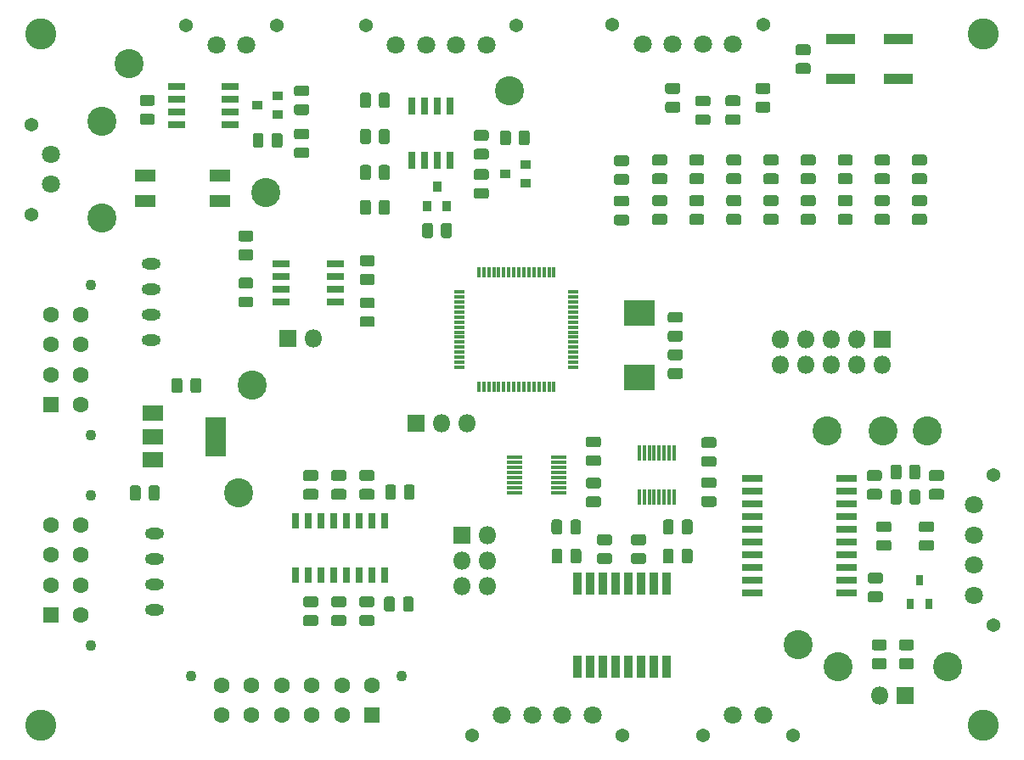
<source format=gbr>
%TF.GenerationSoftware,KiCad,Pcbnew,(5.0.0)*%
%TF.CreationDate,2019-03-07T00:03:01-06:00*%
%TF.ProjectId,BPSMaster,4250534D61737465722E6B696361645F,rev?*%
%TF.SameCoordinates,Original*%
%TF.FileFunction,Soldermask,Top*%
%TF.FilePolarity,Negative*%
%FSLAX46Y46*%
G04 Gerber Fmt 4.6, Leading zero omitted, Abs format (unit mm)*
G04 Created by KiCad (PCBNEW (5.0.0)) date 03/07/19 00:03:01*
%MOMM*%
%LPD*%
G01*
G04 APERTURE LIST*
%ADD10R,1.651000X0.660400*%
%ADD11C,0.100000*%
%ADD12C,1.076600*%
%ADD13R,2.101600X1.301600*%
%ADD14R,0.861600X2.301600*%
%ADD15R,1.801600X1.801600*%
%ADD16O,1.801600X1.801600*%
%ADD17R,1.001600X0.901600*%
%ADD18C,2.901600*%
%ADD19C,1.371600*%
%ADD20C,1.801600*%
%ADD21C,1.601600*%
%ADD22R,1.601600X1.601600*%
%ADD23C,1.101600*%
%ADD24C,3.101600*%
%ADD25R,0.901600X1.001600*%
%ADD26R,2.851600X1.101600*%
%ADD27R,1.101600X0.351600*%
%ADD28R,0.351600X1.101600*%
%ADD29O,1.901600X1.101600*%
%ADD30R,2.101600X3.901600*%
%ADD31R,2.101600X1.601600*%
%ADD32R,2.051600X0.701600*%
%ADD33R,0.701600X1.651600*%
%ADD34R,0.401600X1.501600*%
%ADD35R,1.501600X0.401600*%
%ADD36R,0.701600X1.601600*%
%ADD37R,1.651600X0.701600*%
%ADD38R,3.101600X2.601600*%
%ADD39R,0.801600X1.101600*%
G04 APERTURE END LIST*
D10*
X126970300Y-100945000D03*
X126970300Y-102215000D03*
X126970300Y-103485000D03*
X126970300Y-104755000D03*
X132329700Y-104755000D03*
X132329700Y-103485000D03*
X132329700Y-102215000D03*
X132329700Y-100945000D03*
D11*
G36*
X114108031Y-84075496D02*
X114134159Y-84079372D01*
X114159780Y-84085790D01*
X114184649Y-84094688D01*
X114208526Y-84105981D01*
X114231182Y-84119560D01*
X114252397Y-84135294D01*
X114271968Y-84153032D01*
X114289706Y-84172603D01*
X114305440Y-84193818D01*
X114319019Y-84216474D01*
X114330312Y-84240351D01*
X114339210Y-84265220D01*
X114345628Y-84290841D01*
X114349504Y-84316969D01*
X114350800Y-84343350D01*
X114350800Y-84881650D01*
X114349504Y-84908031D01*
X114345628Y-84934159D01*
X114339210Y-84959780D01*
X114330312Y-84984649D01*
X114319019Y-85008526D01*
X114305440Y-85031182D01*
X114289706Y-85052397D01*
X114271968Y-85071968D01*
X114252397Y-85089706D01*
X114231182Y-85105440D01*
X114208526Y-85119019D01*
X114184649Y-85130312D01*
X114159780Y-85139210D01*
X114134159Y-85145628D01*
X114108031Y-85149504D01*
X114081650Y-85150800D01*
X113118350Y-85150800D01*
X113091969Y-85149504D01*
X113065841Y-85145628D01*
X113040220Y-85139210D01*
X113015351Y-85130312D01*
X112991474Y-85119019D01*
X112968818Y-85105440D01*
X112947603Y-85089706D01*
X112928032Y-85071968D01*
X112910294Y-85052397D01*
X112894560Y-85031182D01*
X112880981Y-85008526D01*
X112869688Y-84984649D01*
X112860790Y-84959780D01*
X112854372Y-84934159D01*
X112850496Y-84908031D01*
X112849200Y-84881650D01*
X112849200Y-84343350D01*
X112850496Y-84316969D01*
X112854372Y-84290841D01*
X112860790Y-84265220D01*
X112869688Y-84240351D01*
X112880981Y-84216474D01*
X112894560Y-84193818D01*
X112910294Y-84172603D01*
X112928032Y-84153032D01*
X112947603Y-84135294D01*
X112968818Y-84119560D01*
X112991474Y-84105981D01*
X113015351Y-84094688D01*
X113040220Y-84085790D01*
X113065841Y-84079372D01*
X113091969Y-84075496D01*
X113118350Y-84074200D01*
X114081650Y-84074200D01*
X114108031Y-84075496D01*
X114108031Y-84075496D01*
G37*
D12*
X113600000Y-84612500D03*
D11*
G36*
X114108031Y-85950496D02*
X114134159Y-85954372D01*
X114159780Y-85960790D01*
X114184649Y-85969688D01*
X114208526Y-85980981D01*
X114231182Y-85994560D01*
X114252397Y-86010294D01*
X114271968Y-86028032D01*
X114289706Y-86047603D01*
X114305440Y-86068818D01*
X114319019Y-86091474D01*
X114330312Y-86115351D01*
X114339210Y-86140220D01*
X114345628Y-86165841D01*
X114349504Y-86191969D01*
X114350800Y-86218350D01*
X114350800Y-86756650D01*
X114349504Y-86783031D01*
X114345628Y-86809159D01*
X114339210Y-86834780D01*
X114330312Y-86859649D01*
X114319019Y-86883526D01*
X114305440Y-86906182D01*
X114289706Y-86927397D01*
X114271968Y-86946968D01*
X114252397Y-86964706D01*
X114231182Y-86980440D01*
X114208526Y-86994019D01*
X114184649Y-87005312D01*
X114159780Y-87014210D01*
X114134159Y-87020628D01*
X114108031Y-87024504D01*
X114081650Y-87025800D01*
X113118350Y-87025800D01*
X113091969Y-87024504D01*
X113065841Y-87020628D01*
X113040220Y-87014210D01*
X113015351Y-87005312D01*
X112991474Y-86994019D01*
X112968818Y-86980440D01*
X112947603Y-86964706D01*
X112928032Y-86946968D01*
X112910294Y-86927397D01*
X112894560Y-86906182D01*
X112880981Y-86883526D01*
X112869688Y-86859649D01*
X112860790Y-86834780D01*
X112854372Y-86809159D01*
X112850496Y-86783031D01*
X112849200Y-86756650D01*
X112849200Y-86218350D01*
X112850496Y-86191969D01*
X112854372Y-86165841D01*
X112860790Y-86140220D01*
X112869688Y-86115351D01*
X112880981Y-86091474D01*
X112894560Y-86068818D01*
X112910294Y-86047603D01*
X112928032Y-86028032D01*
X112947603Y-86010294D01*
X112968818Y-85994560D01*
X112991474Y-85980981D01*
X113015351Y-85969688D01*
X113040220Y-85960790D01*
X113065841Y-85954372D01*
X113091969Y-85950496D01*
X113118350Y-85949200D01*
X114081650Y-85949200D01*
X114108031Y-85950496D01*
X114108031Y-85950496D01*
G37*
D12*
X113600000Y-86487500D03*
D11*
G36*
X114583031Y-123050496D02*
X114609159Y-123054372D01*
X114634780Y-123060790D01*
X114659649Y-123069688D01*
X114683526Y-123080981D01*
X114706182Y-123094560D01*
X114727397Y-123110294D01*
X114746968Y-123128032D01*
X114764706Y-123147603D01*
X114780440Y-123168818D01*
X114794019Y-123191474D01*
X114805312Y-123215351D01*
X114814210Y-123240220D01*
X114820628Y-123265841D01*
X114824504Y-123291969D01*
X114825800Y-123318350D01*
X114825800Y-124281650D01*
X114824504Y-124308031D01*
X114820628Y-124334159D01*
X114814210Y-124359780D01*
X114805312Y-124384649D01*
X114794019Y-124408526D01*
X114780440Y-124431182D01*
X114764706Y-124452397D01*
X114746968Y-124471968D01*
X114727397Y-124489706D01*
X114706182Y-124505440D01*
X114683526Y-124519019D01*
X114659649Y-124530312D01*
X114634780Y-124539210D01*
X114609159Y-124545628D01*
X114583031Y-124549504D01*
X114556650Y-124550800D01*
X114018350Y-124550800D01*
X113991969Y-124549504D01*
X113965841Y-124545628D01*
X113940220Y-124539210D01*
X113915351Y-124530312D01*
X113891474Y-124519019D01*
X113868818Y-124505440D01*
X113847603Y-124489706D01*
X113828032Y-124471968D01*
X113810294Y-124452397D01*
X113794560Y-124431182D01*
X113780981Y-124408526D01*
X113769688Y-124384649D01*
X113760790Y-124359780D01*
X113754372Y-124334159D01*
X113750496Y-124308031D01*
X113749200Y-124281650D01*
X113749200Y-123318350D01*
X113750496Y-123291969D01*
X113754372Y-123265841D01*
X113760790Y-123240220D01*
X113769688Y-123215351D01*
X113780981Y-123191474D01*
X113794560Y-123168818D01*
X113810294Y-123147603D01*
X113828032Y-123128032D01*
X113847603Y-123110294D01*
X113868818Y-123094560D01*
X113891474Y-123080981D01*
X113915351Y-123069688D01*
X113940220Y-123060790D01*
X113965841Y-123054372D01*
X113991969Y-123050496D01*
X114018350Y-123049200D01*
X114556650Y-123049200D01*
X114583031Y-123050496D01*
X114583031Y-123050496D01*
G37*
D12*
X114287500Y-123800000D03*
D11*
G36*
X112708031Y-123050496D02*
X112734159Y-123054372D01*
X112759780Y-123060790D01*
X112784649Y-123069688D01*
X112808526Y-123080981D01*
X112831182Y-123094560D01*
X112852397Y-123110294D01*
X112871968Y-123128032D01*
X112889706Y-123147603D01*
X112905440Y-123168818D01*
X112919019Y-123191474D01*
X112930312Y-123215351D01*
X112939210Y-123240220D01*
X112945628Y-123265841D01*
X112949504Y-123291969D01*
X112950800Y-123318350D01*
X112950800Y-124281650D01*
X112949504Y-124308031D01*
X112945628Y-124334159D01*
X112939210Y-124359780D01*
X112930312Y-124384649D01*
X112919019Y-124408526D01*
X112905440Y-124431182D01*
X112889706Y-124452397D01*
X112871968Y-124471968D01*
X112852397Y-124489706D01*
X112831182Y-124505440D01*
X112808526Y-124519019D01*
X112784649Y-124530312D01*
X112759780Y-124539210D01*
X112734159Y-124545628D01*
X112708031Y-124549504D01*
X112681650Y-124550800D01*
X112143350Y-124550800D01*
X112116969Y-124549504D01*
X112090841Y-124545628D01*
X112065220Y-124539210D01*
X112040351Y-124530312D01*
X112016474Y-124519019D01*
X111993818Y-124505440D01*
X111972603Y-124489706D01*
X111953032Y-124471968D01*
X111935294Y-124452397D01*
X111919560Y-124431182D01*
X111905981Y-124408526D01*
X111894688Y-124384649D01*
X111885790Y-124359780D01*
X111879372Y-124334159D01*
X111875496Y-124308031D01*
X111874200Y-124281650D01*
X111874200Y-123318350D01*
X111875496Y-123291969D01*
X111879372Y-123265841D01*
X111885790Y-123240220D01*
X111894688Y-123215351D01*
X111905981Y-123191474D01*
X111919560Y-123168818D01*
X111935294Y-123147603D01*
X111953032Y-123128032D01*
X111972603Y-123110294D01*
X111993818Y-123094560D01*
X112016474Y-123080981D01*
X112040351Y-123069688D01*
X112065220Y-123060790D01*
X112090841Y-123054372D01*
X112116969Y-123050496D01*
X112143350Y-123049200D01*
X112681650Y-123049200D01*
X112708031Y-123050496D01*
X112708031Y-123050496D01*
G37*
D12*
X112412500Y-123800000D03*
D13*
X120890000Y-92090000D03*
X120890000Y-94630000D03*
X113390000Y-94630000D03*
X113390000Y-92090000D03*
D14*
X164075000Y-132872500D03*
X161535000Y-141127500D03*
X165345000Y-132872500D03*
X162805000Y-132872500D03*
X161535000Y-132872500D03*
X162805000Y-141127500D03*
X160265000Y-141127500D03*
X158995000Y-141127500D03*
X158995000Y-132872500D03*
X156455000Y-141127500D03*
X160265000Y-132872500D03*
X157725000Y-132872500D03*
X157725000Y-141127500D03*
X156455000Y-132872500D03*
X164075000Y-141127500D03*
X165345000Y-141127500D03*
D15*
X186918600Y-108452920D03*
D16*
X186918600Y-110992920D03*
X184378600Y-108452920D03*
X184378600Y-110992920D03*
X181838600Y-108452920D03*
X181838600Y-110992920D03*
X179298600Y-108452920D03*
X179298600Y-110992920D03*
X176758600Y-108452920D03*
X176758600Y-110992920D03*
D15*
X127629920Y-108402120D03*
D16*
X130169920Y-108402120D03*
D17*
X124600000Y-85100000D03*
X126600000Y-84150000D03*
X126600000Y-86050000D03*
D18*
X149700000Y-83650000D03*
X111760000Y-80970000D03*
X109100000Y-86700000D03*
X109100000Y-96350000D03*
D11*
G36*
X191108031Y-94075496D02*
X191134159Y-94079372D01*
X191159780Y-94085790D01*
X191184649Y-94094688D01*
X191208526Y-94105981D01*
X191231182Y-94119560D01*
X191252397Y-94135294D01*
X191271968Y-94153032D01*
X191289706Y-94172603D01*
X191305440Y-94193818D01*
X191319019Y-94216474D01*
X191330312Y-94240351D01*
X191339210Y-94265220D01*
X191345628Y-94290841D01*
X191349504Y-94316969D01*
X191350800Y-94343350D01*
X191350800Y-94881650D01*
X191349504Y-94908031D01*
X191345628Y-94934159D01*
X191339210Y-94959780D01*
X191330312Y-94984649D01*
X191319019Y-95008526D01*
X191305440Y-95031182D01*
X191289706Y-95052397D01*
X191271968Y-95071968D01*
X191252397Y-95089706D01*
X191231182Y-95105440D01*
X191208526Y-95119019D01*
X191184649Y-95130312D01*
X191159780Y-95139210D01*
X191134159Y-95145628D01*
X191108031Y-95149504D01*
X191081650Y-95150800D01*
X190118350Y-95150800D01*
X190091969Y-95149504D01*
X190065841Y-95145628D01*
X190040220Y-95139210D01*
X190015351Y-95130312D01*
X189991474Y-95119019D01*
X189968818Y-95105440D01*
X189947603Y-95089706D01*
X189928032Y-95071968D01*
X189910294Y-95052397D01*
X189894560Y-95031182D01*
X189880981Y-95008526D01*
X189869688Y-94984649D01*
X189860790Y-94959780D01*
X189854372Y-94934159D01*
X189850496Y-94908031D01*
X189849200Y-94881650D01*
X189849200Y-94343350D01*
X189850496Y-94316969D01*
X189854372Y-94290841D01*
X189860790Y-94265220D01*
X189869688Y-94240351D01*
X189880981Y-94216474D01*
X189894560Y-94193818D01*
X189910294Y-94172603D01*
X189928032Y-94153032D01*
X189947603Y-94135294D01*
X189968818Y-94119560D01*
X189991474Y-94105981D01*
X190015351Y-94094688D01*
X190040220Y-94085790D01*
X190065841Y-94079372D01*
X190091969Y-94075496D01*
X190118350Y-94074200D01*
X191081650Y-94074200D01*
X191108031Y-94075496D01*
X191108031Y-94075496D01*
G37*
D12*
X190600000Y-94612500D03*
D11*
G36*
X191108031Y-95950496D02*
X191134159Y-95954372D01*
X191159780Y-95960790D01*
X191184649Y-95969688D01*
X191208526Y-95980981D01*
X191231182Y-95994560D01*
X191252397Y-96010294D01*
X191271968Y-96028032D01*
X191289706Y-96047603D01*
X191305440Y-96068818D01*
X191319019Y-96091474D01*
X191330312Y-96115351D01*
X191339210Y-96140220D01*
X191345628Y-96165841D01*
X191349504Y-96191969D01*
X191350800Y-96218350D01*
X191350800Y-96756650D01*
X191349504Y-96783031D01*
X191345628Y-96809159D01*
X191339210Y-96834780D01*
X191330312Y-96859649D01*
X191319019Y-96883526D01*
X191305440Y-96906182D01*
X191289706Y-96927397D01*
X191271968Y-96946968D01*
X191252397Y-96964706D01*
X191231182Y-96980440D01*
X191208526Y-96994019D01*
X191184649Y-97005312D01*
X191159780Y-97014210D01*
X191134159Y-97020628D01*
X191108031Y-97024504D01*
X191081650Y-97025800D01*
X190118350Y-97025800D01*
X190091969Y-97024504D01*
X190065841Y-97020628D01*
X190040220Y-97014210D01*
X190015351Y-97005312D01*
X189991474Y-96994019D01*
X189968818Y-96980440D01*
X189947603Y-96964706D01*
X189928032Y-96946968D01*
X189910294Y-96927397D01*
X189894560Y-96906182D01*
X189880981Y-96883526D01*
X189869688Y-96859649D01*
X189860790Y-96834780D01*
X189854372Y-96809159D01*
X189850496Y-96783031D01*
X189849200Y-96756650D01*
X189849200Y-96218350D01*
X189850496Y-96191969D01*
X189854372Y-96165841D01*
X189860790Y-96140220D01*
X189869688Y-96115351D01*
X189880981Y-96091474D01*
X189894560Y-96068818D01*
X189910294Y-96047603D01*
X189928032Y-96028032D01*
X189947603Y-96010294D01*
X189968818Y-95994560D01*
X189991474Y-95980981D01*
X190015351Y-95969688D01*
X190040220Y-95960790D01*
X190065841Y-95954372D01*
X190091969Y-95950496D01*
X190118350Y-95949200D01*
X191081650Y-95949200D01*
X191108031Y-95950496D01*
X191108031Y-95950496D01*
G37*
D12*
X190600000Y-96487500D03*
D11*
G36*
X166508031Y-82875496D02*
X166534159Y-82879372D01*
X166559780Y-82885790D01*
X166584649Y-82894688D01*
X166608526Y-82905981D01*
X166631182Y-82919560D01*
X166652397Y-82935294D01*
X166671968Y-82953032D01*
X166689706Y-82972603D01*
X166705440Y-82993818D01*
X166719019Y-83016474D01*
X166730312Y-83040351D01*
X166739210Y-83065220D01*
X166745628Y-83090841D01*
X166749504Y-83116969D01*
X166750800Y-83143350D01*
X166750800Y-83681650D01*
X166749504Y-83708031D01*
X166745628Y-83734159D01*
X166739210Y-83759780D01*
X166730312Y-83784649D01*
X166719019Y-83808526D01*
X166705440Y-83831182D01*
X166689706Y-83852397D01*
X166671968Y-83871968D01*
X166652397Y-83889706D01*
X166631182Y-83905440D01*
X166608526Y-83919019D01*
X166584649Y-83930312D01*
X166559780Y-83939210D01*
X166534159Y-83945628D01*
X166508031Y-83949504D01*
X166481650Y-83950800D01*
X165518350Y-83950800D01*
X165491969Y-83949504D01*
X165465841Y-83945628D01*
X165440220Y-83939210D01*
X165415351Y-83930312D01*
X165391474Y-83919019D01*
X165368818Y-83905440D01*
X165347603Y-83889706D01*
X165328032Y-83871968D01*
X165310294Y-83852397D01*
X165294560Y-83831182D01*
X165280981Y-83808526D01*
X165269688Y-83784649D01*
X165260790Y-83759780D01*
X165254372Y-83734159D01*
X165250496Y-83708031D01*
X165249200Y-83681650D01*
X165249200Y-83143350D01*
X165250496Y-83116969D01*
X165254372Y-83090841D01*
X165260790Y-83065220D01*
X165269688Y-83040351D01*
X165280981Y-83016474D01*
X165294560Y-82993818D01*
X165310294Y-82972603D01*
X165328032Y-82953032D01*
X165347603Y-82935294D01*
X165368818Y-82919560D01*
X165391474Y-82905981D01*
X165415351Y-82894688D01*
X165440220Y-82885790D01*
X165465841Y-82879372D01*
X165491969Y-82875496D01*
X165518350Y-82874200D01*
X166481650Y-82874200D01*
X166508031Y-82875496D01*
X166508031Y-82875496D01*
G37*
D12*
X166000000Y-83412500D03*
D11*
G36*
X166508031Y-84750496D02*
X166534159Y-84754372D01*
X166559780Y-84760790D01*
X166584649Y-84769688D01*
X166608526Y-84780981D01*
X166631182Y-84794560D01*
X166652397Y-84810294D01*
X166671968Y-84828032D01*
X166689706Y-84847603D01*
X166705440Y-84868818D01*
X166719019Y-84891474D01*
X166730312Y-84915351D01*
X166739210Y-84940220D01*
X166745628Y-84965841D01*
X166749504Y-84991969D01*
X166750800Y-85018350D01*
X166750800Y-85556650D01*
X166749504Y-85583031D01*
X166745628Y-85609159D01*
X166739210Y-85634780D01*
X166730312Y-85659649D01*
X166719019Y-85683526D01*
X166705440Y-85706182D01*
X166689706Y-85727397D01*
X166671968Y-85746968D01*
X166652397Y-85764706D01*
X166631182Y-85780440D01*
X166608526Y-85794019D01*
X166584649Y-85805312D01*
X166559780Y-85814210D01*
X166534159Y-85820628D01*
X166508031Y-85824504D01*
X166481650Y-85825800D01*
X165518350Y-85825800D01*
X165491969Y-85824504D01*
X165465841Y-85820628D01*
X165440220Y-85814210D01*
X165415351Y-85805312D01*
X165391474Y-85794019D01*
X165368818Y-85780440D01*
X165347603Y-85764706D01*
X165328032Y-85746968D01*
X165310294Y-85727397D01*
X165294560Y-85706182D01*
X165280981Y-85683526D01*
X165269688Y-85659649D01*
X165260790Y-85634780D01*
X165254372Y-85609159D01*
X165250496Y-85583031D01*
X165249200Y-85556650D01*
X165249200Y-85018350D01*
X165250496Y-84991969D01*
X165254372Y-84965841D01*
X165260790Y-84940220D01*
X165269688Y-84915351D01*
X165280981Y-84891474D01*
X165294560Y-84868818D01*
X165310294Y-84847603D01*
X165328032Y-84828032D01*
X165347603Y-84810294D01*
X165368818Y-84794560D01*
X165391474Y-84780981D01*
X165415351Y-84769688D01*
X165440220Y-84760790D01*
X165465841Y-84754372D01*
X165491969Y-84750496D01*
X165518350Y-84749200D01*
X166481650Y-84749200D01*
X166508031Y-84750496D01*
X166508031Y-84750496D01*
G37*
D12*
X166000000Y-85287500D03*
D11*
G36*
X175508031Y-84750496D02*
X175534159Y-84754372D01*
X175559780Y-84760790D01*
X175584649Y-84769688D01*
X175608526Y-84780981D01*
X175631182Y-84794560D01*
X175652397Y-84810294D01*
X175671968Y-84828032D01*
X175689706Y-84847603D01*
X175705440Y-84868818D01*
X175719019Y-84891474D01*
X175730312Y-84915351D01*
X175739210Y-84940220D01*
X175745628Y-84965841D01*
X175749504Y-84991969D01*
X175750800Y-85018350D01*
X175750800Y-85556650D01*
X175749504Y-85583031D01*
X175745628Y-85609159D01*
X175739210Y-85634780D01*
X175730312Y-85659649D01*
X175719019Y-85683526D01*
X175705440Y-85706182D01*
X175689706Y-85727397D01*
X175671968Y-85746968D01*
X175652397Y-85764706D01*
X175631182Y-85780440D01*
X175608526Y-85794019D01*
X175584649Y-85805312D01*
X175559780Y-85814210D01*
X175534159Y-85820628D01*
X175508031Y-85824504D01*
X175481650Y-85825800D01*
X174518350Y-85825800D01*
X174491969Y-85824504D01*
X174465841Y-85820628D01*
X174440220Y-85814210D01*
X174415351Y-85805312D01*
X174391474Y-85794019D01*
X174368818Y-85780440D01*
X174347603Y-85764706D01*
X174328032Y-85746968D01*
X174310294Y-85727397D01*
X174294560Y-85706182D01*
X174280981Y-85683526D01*
X174269688Y-85659649D01*
X174260790Y-85634780D01*
X174254372Y-85609159D01*
X174250496Y-85583031D01*
X174249200Y-85556650D01*
X174249200Y-85018350D01*
X174250496Y-84991969D01*
X174254372Y-84965841D01*
X174260790Y-84940220D01*
X174269688Y-84915351D01*
X174280981Y-84891474D01*
X174294560Y-84868818D01*
X174310294Y-84847603D01*
X174328032Y-84828032D01*
X174347603Y-84810294D01*
X174368818Y-84794560D01*
X174391474Y-84780981D01*
X174415351Y-84769688D01*
X174440220Y-84760790D01*
X174465841Y-84754372D01*
X174491969Y-84750496D01*
X174518350Y-84749200D01*
X175481650Y-84749200D01*
X175508031Y-84750496D01*
X175508031Y-84750496D01*
G37*
D12*
X175000000Y-85287500D03*
D11*
G36*
X175508031Y-82875496D02*
X175534159Y-82879372D01*
X175559780Y-82885790D01*
X175584649Y-82894688D01*
X175608526Y-82905981D01*
X175631182Y-82919560D01*
X175652397Y-82935294D01*
X175671968Y-82953032D01*
X175689706Y-82972603D01*
X175705440Y-82993818D01*
X175719019Y-83016474D01*
X175730312Y-83040351D01*
X175739210Y-83065220D01*
X175745628Y-83090841D01*
X175749504Y-83116969D01*
X175750800Y-83143350D01*
X175750800Y-83681650D01*
X175749504Y-83708031D01*
X175745628Y-83734159D01*
X175739210Y-83759780D01*
X175730312Y-83784649D01*
X175719019Y-83808526D01*
X175705440Y-83831182D01*
X175689706Y-83852397D01*
X175671968Y-83871968D01*
X175652397Y-83889706D01*
X175631182Y-83905440D01*
X175608526Y-83919019D01*
X175584649Y-83930312D01*
X175559780Y-83939210D01*
X175534159Y-83945628D01*
X175508031Y-83949504D01*
X175481650Y-83950800D01*
X174518350Y-83950800D01*
X174491969Y-83949504D01*
X174465841Y-83945628D01*
X174440220Y-83939210D01*
X174415351Y-83930312D01*
X174391474Y-83919019D01*
X174368818Y-83905440D01*
X174347603Y-83889706D01*
X174328032Y-83871968D01*
X174310294Y-83852397D01*
X174294560Y-83831182D01*
X174280981Y-83808526D01*
X174269688Y-83784649D01*
X174260790Y-83759780D01*
X174254372Y-83734159D01*
X174250496Y-83708031D01*
X174249200Y-83681650D01*
X174249200Y-83143350D01*
X174250496Y-83116969D01*
X174254372Y-83090841D01*
X174260790Y-83065220D01*
X174269688Y-83040351D01*
X174280981Y-83016474D01*
X174294560Y-82993818D01*
X174310294Y-82972603D01*
X174328032Y-82953032D01*
X174347603Y-82935294D01*
X174368818Y-82919560D01*
X174391474Y-82905981D01*
X174415351Y-82894688D01*
X174440220Y-82885790D01*
X174465841Y-82879372D01*
X174491969Y-82875496D01*
X174518350Y-82874200D01*
X175481650Y-82874200D01*
X175508031Y-82875496D01*
X175508031Y-82875496D01*
G37*
D12*
X175000000Y-83412500D03*
D11*
G36*
X169508031Y-86000496D02*
X169534159Y-86004372D01*
X169559780Y-86010790D01*
X169584649Y-86019688D01*
X169608526Y-86030981D01*
X169631182Y-86044560D01*
X169652397Y-86060294D01*
X169671968Y-86078032D01*
X169689706Y-86097603D01*
X169705440Y-86118818D01*
X169719019Y-86141474D01*
X169730312Y-86165351D01*
X169739210Y-86190220D01*
X169745628Y-86215841D01*
X169749504Y-86241969D01*
X169750800Y-86268350D01*
X169750800Y-86806650D01*
X169749504Y-86833031D01*
X169745628Y-86859159D01*
X169739210Y-86884780D01*
X169730312Y-86909649D01*
X169719019Y-86933526D01*
X169705440Y-86956182D01*
X169689706Y-86977397D01*
X169671968Y-86996968D01*
X169652397Y-87014706D01*
X169631182Y-87030440D01*
X169608526Y-87044019D01*
X169584649Y-87055312D01*
X169559780Y-87064210D01*
X169534159Y-87070628D01*
X169508031Y-87074504D01*
X169481650Y-87075800D01*
X168518350Y-87075800D01*
X168491969Y-87074504D01*
X168465841Y-87070628D01*
X168440220Y-87064210D01*
X168415351Y-87055312D01*
X168391474Y-87044019D01*
X168368818Y-87030440D01*
X168347603Y-87014706D01*
X168328032Y-86996968D01*
X168310294Y-86977397D01*
X168294560Y-86956182D01*
X168280981Y-86933526D01*
X168269688Y-86909649D01*
X168260790Y-86884780D01*
X168254372Y-86859159D01*
X168250496Y-86833031D01*
X168249200Y-86806650D01*
X168249200Y-86268350D01*
X168250496Y-86241969D01*
X168254372Y-86215841D01*
X168260790Y-86190220D01*
X168269688Y-86165351D01*
X168280981Y-86141474D01*
X168294560Y-86118818D01*
X168310294Y-86097603D01*
X168328032Y-86078032D01*
X168347603Y-86060294D01*
X168368818Y-86044560D01*
X168391474Y-86030981D01*
X168415351Y-86019688D01*
X168440220Y-86010790D01*
X168465841Y-86004372D01*
X168491969Y-86000496D01*
X168518350Y-85999200D01*
X169481650Y-85999200D01*
X169508031Y-86000496D01*
X169508031Y-86000496D01*
G37*
D12*
X169000000Y-86537500D03*
D11*
G36*
X169508031Y-84125496D02*
X169534159Y-84129372D01*
X169559780Y-84135790D01*
X169584649Y-84144688D01*
X169608526Y-84155981D01*
X169631182Y-84169560D01*
X169652397Y-84185294D01*
X169671968Y-84203032D01*
X169689706Y-84222603D01*
X169705440Y-84243818D01*
X169719019Y-84266474D01*
X169730312Y-84290351D01*
X169739210Y-84315220D01*
X169745628Y-84340841D01*
X169749504Y-84366969D01*
X169750800Y-84393350D01*
X169750800Y-84931650D01*
X169749504Y-84958031D01*
X169745628Y-84984159D01*
X169739210Y-85009780D01*
X169730312Y-85034649D01*
X169719019Y-85058526D01*
X169705440Y-85081182D01*
X169689706Y-85102397D01*
X169671968Y-85121968D01*
X169652397Y-85139706D01*
X169631182Y-85155440D01*
X169608526Y-85169019D01*
X169584649Y-85180312D01*
X169559780Y-85189210D01*
X169534159Y-85195628D01*
X169508031Y-85199504D01*
X169481650Y-85200800D01*
X168518350Y-85200800D01*
X168491969Y-85199504D01*
X168465841Y-85195628D01*
X168440220Y-85189210D01*
X168415351Y-85180312D01*
X168391474Y-85169019D01*
X168368818Y-85155440D01*
X168347603Y-85139706D01*
X168328032Y-85121968D01*
X168310294Y-85102397D01*
X168294560Y-85081182D01*
X168280981Y-85058526D01*
X168269688Y-85034649D01*
X168260790Y-85009780D01*
X168254372Y-84984159D01*
X168250496Y-84958031D01*
X168249200Y-84931650D01*
X168249200Y-84393350D01*
X168250496Y-84366969D01*
X168254372Y-84340841D01*
X168260790Y-84315220D01*
X168269688Y-84290351D01*
X168280981Y-84266474D01*
X168294560Y-84243818D01*
X168310294Y-84222603D01*
X168328032Y-84203032D01*
X168347603Y-84185294D01*
X168368818Y-84169560D01*
X168391474Y-84155981D01*
X168415351Y-84144688D01*
X168440220Y-84135790D01*
X168465841Y-84129372D01*
X168491969Y-84125496D01*
X168518350Y-84124200D01*
X169481650Y-84124200D01*
X169508031Y-84125496D01*
X169508031Y-84125496D01*
G37*
D12*
X169000000Y-84662500D03*
D11*
G36*
X172508031Y-84117996D02*
X172534159Y-84121872D01*
X172559780Y-84128290D01*
X172584649Y-84137188D01*
X172608526Y-84148481D01*
X172631182Y-84162060D01*
X172652397Y-84177794D01*
X172671968Y-84195532D01*
X172689706Y-84215103D01*
X172705440Y-84236318D01*
X172719019Y-84258974D01*
X172730312Y-84282851D01*
X172739210Y-84307720D01*
X172745628Y-84333341D01*
X172749504Y-84359469D01*
X172750800Y-84385850D01*
X172750800Y-84924150D01*
X172749504Y-84950531D01*
X172745628Y-84976659D01*
X172739210Y-85002280D01*
X172730312Y-85027149D01*
X172719019Y-85051026D01*
X172705440Y-85073682D01*
X172689706Y-85094897D01*
X172671968Y-85114468D01*
X172652397Y-85132206D01*
X172631182Y-85147940D01*
X172608526Y-85161519D01*
X172584649Y-85172812D01*
X172559780Y-85181710D01*
X172534159Y-85188128D01*
X172508031Y-85192004D01*
X172481650Y-85193300D01*
X171518350Y-85193300D01*
X171491969Y-85192004D01*
X171465841Y-85188128D01*
X171440220Y-85181710D01*
X171415351Y-85172812D01*
X171391474Y-85161519D01*
X171368818Y-85147940D01*
X171347603Y-85132206D01*
X171328032Y-85114468D01*
X171310294Y-85094897D01*
X171294560Y-85073682D01*
X171280981Y-85051026D01*
X171269688Y-85027149D01*
X171260790Y-85002280D01*
X171254372Y-84976659D01*
X171250496Y-84950531D01*
X171249200Y-84924150D01*
X171249200Y-84385850D01*
X171250496Y-84359469D01*
X171254372Y-84333341D01*
X171260790Y-84307720D01*
X171269688Y-84282851D01*
X171280981Y-84258974D01*
X171294560Y-84236318D01*
X171310294Y-84215103D01*
X171328032Y-84195532D01*
X171347603Y-84177794D01*
X171368818Y-84162060D01*
X171391474Y-84148481D01*
X171415351Y-84137188D01*
X171440220Y-84128290D01*
X171465841Y-84121872D01*
X171491969Y-84117996D01*
X171518350Y-84116700D01*
X172481650Y-84116700D01*
X172508031Y-84117996D01*
X172508031Y-84117996D01*
G37*
D12*
X172000000Y-84655000D03*
D11*
G36*
X172508031Y-85992996D02*
X172534159Y-85996872D01*
X172559780Y-86003290D01*
X172584649Y-86012188D01*
X172608526Y-86023481D01*
X172631182Y-86037060D01*
X172652397Y-86052794D01*
X172671968Y-86070532D01*
X172689706Y-86090103D01*
X172705440Y-86111318D01*
X172719019Y-86133974D01*
X172730312Y-86157851D01*
X172739210Y-86182720D01*
X172745628Y-86208341D01*
X172749504Y-86234469D01*
X172750800Y-86260850D01*
X172750800Y-86799150D01*
X172749504Y-86825531D01*
X172745628Y-86851659D01*
X172739210Y-86877280D01*
X172730312Y-86902149D01*
X172719019Y-86926026D01*
X172705440Y-86948682D01*
X172689706Y-86969897D01*
X172671968Y-86989468D01*
X172652397Y-87007206D01*
X172631182Y-87022940D01*
X172608526Y-87036519D01*
X172584649Y-87047812D01*
X172559780Y-87056710D01*
X172534159Y-87063128D01*
X172508031Y-87067004D01*
X172481650Y-87068300D01*
X171518350Y-87068300D01*
X171491969Y-87067004D01*
X171465841Y-87063128D01*
X171440220Y-87056710D01*
X171415351Y-87047812D01*
X171391474Y-87036519D01*
X171368818Y-87022940D01*
X171347603Y-87007206D01*
X171328032Y-86989468D01*
X171310294Y-86969897D01*
X171294560Y-86948682D01*
X171280981Y-86926026D01*
X171269688Y-86902149D01*
X171260790Y-86877280D01*
X171254372Y-86851659D01*
X171250496Y-86825531D01*
X171249200Y-86799150D01*
X171249200Y-86260850D01*
X171250496Y-86234469D01*
X171254372Y-86208341D01*
X171260790Y-86182720D01*
X171269688Y-86157851D01*
X171280981Y-86133974D01*
X171294560Y-86111318D01*
X171310294Y-86090103D01*
X171328032Y-86070532D01*
X171347603Y-86052794D01*
X171368818Y-86037060D01*
X171391474Y-86023481D01*
X171415351Y-86012188D01*
X171440220Y-86003290D01*
X171465841Y-85996872D01*
X171491969Y-85992996D01*
X171518350Y-85991700D01*
X172481650Y-85991700D01*
X172508031Y-85992996D01*
X172508031Y-85992996D01*
G37*
D12*
X172000000Y-86530000D03*
D11*
G36*
X179508031Y-80900496D02*
X179534159Y-80904372D01*
X179559780Y-80910790D01*
X179584649Y-80919688D01*
X179608526Y-80930981D01*
X179631182Y-80944560D01*
X179652397Y-80960294D01*
X179671968Y-80978032D01*
X179689706Y-80997603D01*
X179705440Y-81018818D01*
X179719019Y-81041474D01*
X179730312Y-81065351D01*
X179739210Y-81090220D01*
X179745628Y-81115841D01*
X179749504Y-81141969D01*
X179750800Y-81168350D01*
X179750800Y-81706650D01*
X179749504Y-81733031D01*
X179745628Y-81759159D01*
X179739210Y-81784780D01*
X179730312Y-81809649D01*
X179719019Y-81833526D01*
X179705440Y-81856182D01*
X179689706Y-81877397D01*
X179671968Y-81896968D01*
X179652397Y-81914706D01*
X179631182Y-81930440D01*
X179608526Y-81944019D01*
X179584649Y-81955312D01*
X179559780Y-81964210D01*
X179534159Y-81970628D01*
X179508031Y-81974504D01*
X179481650Y-81975800D01*
X178518350Y-81975800D01*
X178491969Y-81974504D01*
X178465841Y-81970628D01*
X178440220Y-81964210D01*
X178415351Y-81955312D01*
X178391474Y-81944019D01*
X178368818Y-81930440D01*
X178347603Y-81914706D01*
X178328032Y-81896968D01*
X178310294Y-81877397D01*
X178294560Y-81856182D01*
X178280981Y-81833526D01*
X178269688Y-81809649D01*
X178260790Y-81784780D01*
X178254372Y-81759159D01*
X178250496Y-81733031D01*
X178249200Y-81706650D01*
X178249200Y-81168350D01*
X178250496Y-81141969D01*
X178254372Y-81115841D01*
X178260790Y-81090220D01*
X178269688Y-81065351D01*
X178280981Y-81041474D01*
X178294560Y-81018818D01*
X178310294Y-80997603D01*
X178328032Y-80978032D01*
X178347603Y-80960294D01*
X178368818Y-80944560D01*
X178391474Y-80930981D01*
X178415351Y-80919688D01*
X178440220Y-80910790D01*
X178465841Y-80904372D01*
X178491969Y-80900496D01*
X178518350Y-80899200D01*
X179481650Y-80899200D01*
X179508031Y-80900496D01*
X179508031Y-80900496D01*
G37*
D12*
X179000000Y-81437500D03*
D11*
G36*
X179508031Y-79025496D02*
X179534159Y-79029372D01*
X179559780Y-79035790D01*
X179584649Y-79044688D01*
X179608526Y-79055981D01*
X179631182Y-79069560D01*
X179652397Y-79085294D01*
X179671968Y-79103032D01*
X179689706Y-79122603D01*
X179705440Y-79143818D01*
X179719019Y-79166474D01*
X179730312Y-79190351D01*
X179739210Y-79215220D01*
X179745628Y-79240841D01*
X179749504Y-79266969D01*
X179750800Y-79293350D01*
X179750800Y-79831650D01*
X179749504Y-79858031D01*
X179745628Y-79884159D01*
X179739210Y-79909780D01*
X179730312Y-79934649D01*
X179719019Y-79958526D01*
X179705440Y-79981182D01*
X179689706Y-80002397D01*
X179671968Y-80021968D01*
X179652397Y-80039706D01*
X179631182Y-80055440D01*
X179608526Y-80069019D01*
X179584649Y-80080312D01*
X179559780Y-80089210D01*
X179534159Y-80095628D01*
X179508031Y-80099504D01*
X179481650Y-80100800D01*
X178518350Y-80100800D01*
X178491969Y-80099504D01*
X178465841Y-80095628D01*
X178440220Y-80089210D01*
X178415351Y-80080312D01*
X178391474Y-80069019D01*
X178368818Y-80055440D01*
X178347603Y-80039706D01*
X178328032Y-80021968D01*
X178310294Y-80002397D01*
X178294560Y-79981182D01*
X178280981Y-79958526D01*
X178269688Y-79934649D01*
X178260790Y-79909780D01*
X178254372Y-79884159D01*
X178250496Y-79858031D01*
X178249200Y-79831650D01*
X178249200Y-79293350D01*
X178250496Y-79266969D01*
X178254372Y-79240841D01*
X178260790Y-79215220D01*
X178269688Y-79190351D01*
X178280981Y-79166474D01*
X178294560Y-79143818D01*
X178310294Y-79122603D01*
X178328032Y-79103032D01*
X178347603Y-79085294D01*
X178368818Y-79069560D01*
X178391474Y-79055981D01*
X178415351Y-79044688D01*
X178440220Y-79035790D01*
X178465841Y-79029372D01*
X178491969Y-79025496D01*
X178518350Y-79024200D01*
X179481650Y-79024200D01*
X179508031Y-79025496D01*
X179508031Y-79025496D01*
G37*
D12*
X179000000Y-79562500D03*
D11*
G36*
X166766767Y-107607148D02*
X166792895Y-107611024D01*
X166818516Y-107617442D01*
X166843385Y-107626340D01*
X166867262Y-107637633D01*
X166889918Y-107651212D01*
X166911133Y-107666946D01*
X166930704Y-107684684D01*
X166948442Y-107704255D01*
X166964176Y-107725470D01*
X166977755Y-107748126D01*
X166989048Y-107772003D01*
X166997946Y-107796872D01*
X167004364Y-107822493D01*
X167008240Y-107848621D01*
X167009536Y-107875002D01*
X167009536Y-108413302D01*
X167008240Y-108439683D01*
X167004364Y-108465811D01*
X166997946Y-108491432D01*
X166989048Y-108516301D01*
X166977755Y-108540178D01*
X166964176Y-108562834D01*
X166948442Y-108584049D01*
X166930704Y-108603620D01*
X166911133Y-108621358D01*
X166889918Y-108637092D01*
X166867262Y-108650671D01*
X166843385Y-108661964D01*
X166818516Y-108670862D01*
X166792895Y-108677280D01*
X166766767Y-108681156D01*
X166740386Y-108682452D01*
X165777086Y-108682452D01*
X165750705Y-108681156D01*
X165724577Y-108677280D01*
X165698956Y-108670862D01*
X165674087Y-108661964D01*
X165650210Y-108650671D01*
X165627554Y-108637092D01*
X165606339Y-108621358D01*
X165586768Y-108603620D01*
X165569030Y-108584049D01*
X165553296Y-108562834D01*
X165539717Y-108540178D01*
X165528424Y-108516301D01*
X165519526Y-108491432D01*
X165513108Y-108465811D01*
X165509232Y-108439683D01*
X165507936Y-108413302D01*
X165507936Y-107875002D01*
X165509232Y-107848621D01*
X165513108Y-107822493D01*
X165519526Y-107796872D01*
X165528424Y-107772003D01*
X165539717Y-107748126D01*
X165553296Y-107725470D01*
X165569030Y-107704255D01*
X165586768Y-107684684D01*
X165606339Y-107666946D01*
X165627554Y-107651212D01*
X165650210Y-107637633D01*
X165674087Y-107626340D01*
X165698956Y-107617442D01*
X165724577Y-107611024D01*
X165750705Y-107607148D01*
X165777086Y-107605852D01*
X166740386Y-107605852D01*
X166766767Y-107607148D01*
X166766767Y-107607148D01*
G37*
D12*
X166258736Y-108144152D03*
D11*
G36*
X166766767Y-105732146D02*
X166792895Y-105736022D01*
X166818516Y-105742440D01*
X166843385Y-105751338D01*
X166867262Y-105762631D01*
X166889918Y-105776210D01*
X166911133Y-105791944D01*
X166930704Y-105809682D01*
X166948442Y-105829253D01*
X166964176Y-105850468D01*
X166977755Y-105873124D01*
X166989048Y-105897001D01*
X166997946Y-105921870D01*
X167004364Y-105947491D01*
X167008240Y-105973619D01*
X167009536Y-106000000D01*
X167009536Y-106538300D01*
X167008240Y-106564681D01*
X167004364Y-106590809D01*
X166997946Y-106616430D01*
X166989048Y-106641299D01*
X166977755Y-106665176D01*
X166964176Y-106687832D01*
X166948442Y-106709047D01*
X166930704Y-106728618D01*
X166911133Y-106746356D01*
X166889918Y-106762090D01*
X166867262Y-106775669D01*
X166843385Y-106786962D01*
X166818516Y-106795860D01*
X166792895Y-106802278D01*
X166766767Y-106806154D01*
X166740386Y-106807450D01*
X165777086Y-106807450D01*
X165750705Y-106806154D01*
X165724577Y-106802278D01*
X165698956Y-106795860D01*
X165674087Y-106786962D01*
X165650210Y-106775669D01*
X165627554Y-106762090D01*
X165606339Y-106746356D01*
X165586768Y-106728618D01*
X165569030Y-106709047D01*
X165553296Y-106687832D01*
X165539717Y-106665176D01*
X165528424Y-106641299D01*
X165519526Y-106616430D01*
X165513108Y-106590809D01*
X165509232Y-106564681D01*
X165507936Y-106538300D01*
X165507936Y-106000000D01*
X165509232Y-105973619D01*
X165513108Y-105947491D01*
X165519526Y-105921870D01*
X165528424Y-105897001D01*
X165539717Y-105873124D01*
X165553296Y-105850468D01*
X165569030Y-105829253D01*
X165586768Y-105809682D01*
X165606339Y-105791944D01*
X165627554Y-105776210D01*
X165650210Y-105762631D01*
X165674087Y-105751338D01*
X165698956Y-105742440D01*
X165724577Y-105736022D01*
X165750705Y-105732146D01*
X165777086Y-105730850D01*
X166740386Y-105730850D01*
X166766767Y-105732146D01*
X166766767Y-105732146D01*
G37*
D12*
X166258736Y-106269150D03*
D11*
G36*
X166766767Y-111336552D02*
X166792895Y-111340428D01*
X166818516Y-111346846D01*
X166843385Y-111355744D01*
X166867262Y-111367037D01*
X166889918Y-111380616D01*
X166911133Y-111396350D01*
X166930704Y-111414088D01*
X166948442Y-111433659D01*
X166964176Y-111454874D01*
X166977755Y-111477530D01*
X166989048Y-111501407D01*
X166997946Y-111526276D01*
X167004364Y-111551897D01*
X167008240Y-111578025D01*
X167009536Y-111604406D01*
X167009536Y-112142706D01*
X167008240Y-112169087D01*
X167004364Y-112195215D01*
X166997946Y-112220836D01*
X166989048Y-112245705D01*
X166977755Y-112269582D01*
X166964176Y-112292238D01*
X166948442Y-112313453D01*
X166930704Y-112333024D01*
X166911133Y-112350762D01*
X166889918Y-112366496D01*
X166867262Y-112380075D01*
X166843385Y-112391368D01*
X166818516Y-112400266D01*
X166792895Y-112406684D01*
X166766767Y-112410560D01*
X166740386Y-112411856D01*
X165777086Y-112411856D01*
X165750705Y-112410560D01*
X165724577Y-112406684D01*
X165698956Y-112400266D01*
X165674087Y-112391368D01*
X165650210Y-112380075D01*
X165627554Y-112366496D01*
X165606339Y-112350762D01*
X165586768Y-112333024D01*
X165569030Y-112313453D01*
X165553296Y-112292238D01*
X165539717Y-112269582D01*
X165528424Y-112245705D01*
X165519526Y-112220836D01*
X165513108Y-112195215D01*
X165509232Y-112169087D01*
X165507936Y-112142706D01*
X165507936Y-111604406D01*
X165509232Y-111578025D01*
X165513108Y-111551897D01*
X165519526Y-111526276D01*
X165528424Y-111501407D01*
X165539717Y-111477530D01*
X165553296Y-111454874D01*
X165569030Y-111433659D01*
X165586768Y-111414088D01*
X165606339Y-111396350D01*
X165627554Y-111380616D01*
X165650210Y-111367037D01*
X165674087Y-111355744D01*
X165698956Y-111346846D01*
X165724577Y-111340428D01*
X165750705Y-111336552D01*
X165777086Y-111335256D01*
X166740386Y-111335256D01*
X166766767Y-111336552D01*
X166766767Y-111336552D01*
G37*
D12*
X166258736Y-111873556D03*
D11*
G36*
X166766767Y-109461550D02*
X166792895Y-109465426D01*
X166818516Y-109471844D01*
X166843385Y-109480742D01*
X166867262Y-109492035D01*
X166889918Y-109505614D01*
X166911133Y-109521348D01*
X166930704Y-109539086D01*
X166948442Y-109558657D01*
X166964176Y-109579872D01*
X166977755Y-109602528D01*
X166989048Y-109626405D01*
X166997946Y-109651274D01*
X167004364Y-109676895D01*
X167008240Y-109703023D01*
X167009536Y-109729404D01*
X167009536Y-110267704D01*
X167008240Y-110294085D01*
X167004364Y-110320213D01*
X166997946Y-110345834D01*
X166989048Y-110370703D01*
X166977755Y-110394580D01*
X166964176Y-110417236D01*
X166948442Y-110438451D01*
X166930704Y-110458022D01*
X166911133Y-110475760D01*
X166889918Y-110491494D01*
X166867262Y-110505073D01*
X166843385Y-110516366D01*
X166818516Y-110525264D01*
X166792895Y-110531682D01*
X166766767Y-110535558D01*
X166740386Y-110536854D01*
X165777086Y-110536854D01*
X165750705Y-110535558D01*
X165724577Y-110531682D01*
X165698956Y-110525264D01*
X165674087Y-110516366D01*
X165650210Y-110505073D01*
X165627554Y-110491494D01*
X165606339Y-110475760D01*
X165586768Y-110458022D01*
X165569030Y-110438451D01*
X165553296Y-110417236D01*
X165539717Y-110394580D01*
X165528424Y-110370703D01*
X165519526Y-110345834D01*
X165513108Y-110320213D01*
X165509232Y-110294085D01*
X165507936Y-110267704D01*
X165507936Y-109729404D01*
X165509232Y-109703023D01*
X165513108Y-109676895D01*
X165519526Y-109651274D01*
X165528424Y-109626405D01*
X165539717Y-109602528D01*
X165553296Y-109579872D01*
X165569030Y-109558657D01*
X165586768Y-109539086D01*
X165606339Y-109521348D01*
X165627554Y-109505614D01*
X165650210Y-109492035D01*
X165674087Y-109480742D01*
X165698956Y-109471844D01*
X165724577Y-109465426D01*
X165750705Y-109461550D01*
X165777086Y-109460254D01*
X166740386Y-109460254D01*
X166766767Y-109461550D01*
X166766767Y-109461550D01*
G37*
D12*
X166258736Y-109998554D03*
D11*
G36*
X116868031Y-112330496D02*
X116894159Y-112334372D01*
X116919780Y-112340790D01*
X116944649Y-112349688D01*
X116968526Y-112360981D01*
X116991182Y-112374560D01*
X117012397Y-112390294D01*
X117031968Y-112408032D01*
X117049706Y-112427603D01*
X117065440Y-112448818D01*
X117079019Y-112471474D01*
X117090312Y-112495351D01*
X117099210Y-112520220D01*
X117105628Y-112545841D01*
X117109504Y-112571969D01*
X117110800Y-112598350D01*
X117110800Y-113561650D01*
X117109504Y-113588031D01*
X117105628Y-113614159D01*
X117099210Y-113639780D01*
X117090312Y-113664649D01*
X117079019Y-113688526D01*
X117065440Y-113711182D01*
X117049706Y-113732397D01*
X117031968Y-113751968D01*
X117012397Y-113769706D01*
X116991182Y-113785440D01*
X116968526Y-113799019D01*
X116944649Y-113810312D01*
X116919780Y-113819210D01*
X116894159Y-113825628D01*
X116868031Y-113829504D01*
X116841650Y-113830800D01*
X116303350Y-113830800D01*
X116276969Y-113829504D01*
X116250841Y-113825628D01*
X116225220Y-113819210D01*
X116200351Y-113810312D01*
X116176474Y-113799019D01*
X116153818Y-113785440D01*
X116132603Y-113769706D01*
X116113032Y-113751968D01*
X116095294Y-113732397D01*
X116079560Y-113711182D01*
X116065981Y-113688526D01*
X116054688Y-113664649D01*
X116045790Y-113639780D01*
X116039372Y-113614159D01*
X116035496Y-113588031D01*
X116034200Y-113561650D01*
X116034200Y-112598350D01*
X116035496Y-112571969D01*
X116039372Y-112545841D01*
X116045790Y-112520220D01*
X116054688Y-112495351D01*
X116065981Y-112471474D01*
X116079560Y-112448818D01*
X116095294Y-112427603D01*
X116113032Y-112408032D01*
X116132603Y-112390294D01*
X116153818Y-112374560D01*
X116176474Y-112360981D01*
X116200351Y-112349688D01*
X116225220Y-112340790D01*
X116250841Y-112334372D01*
X116276969Y-112330496D01*
X116303350Y-112329200D01*
X116841650Y-112329200D01*
X116868031Y-112330496D01*
X116868031Y-112330496D01*
G37*
D12*
X116572500Y-113080000D03*
D11*
G36*
X118743031Y-112330496D02*
X118769159Y-112334372D01*
X118794780Y-112340790D01*
X118819649Y-112349688D01*
X118843526Y-112360981D01*
X118866182Y-112374560D01*
X118887397Y-112390294D01*
X118906968Y-112408032D01*
X118924706Y-112427603D01*
X118940440Y-112448818D01*
X118954019Y-112471474D01*
X118965312Y-112495351D01*
X118974210Y-112520220D01*
X118980628Y-112545841D01*
X118984504Y-112571969D01*
X118985800Y-112598350D01*
X118985800Y-113561650D01*
X118984504Y-113588031D01*
X118980628Y-113614159D01*
X118974210Y-113639780D01*
X118965312Y-113664649D01*
X118954019Y-113688526D01*
X118940440Y-113711182D01*
X118924706Y-113732397D01*
X118906968Y-113751968D01*
X118887397Y-113769706D01*
X118866182Y-113785440D01*
X118843526Y-113799019D01*
X118819649Y-113810312D01*
X118794780Y-113819210D01*
X118769159Y-113825628D01*
X118743031Y-113829504D01*
X118716650Y-113830800D01*
X118178350Y-113830800D01*
X118151969Y-113829504D01*
X118125841Y-113825628D01*
X118100220Y-113819210D01*
X118075351Y-113810312D01*
X118051474Y-113799019D01*
X118028818Y-113785440D01*
X118007603Y-113769706D01*
X117988032Y-113751968D01*
X117970294Y-113732397D01*
X117954560Y-113711182D01*
X117940981Y-113688526D01*
X117929688Y-113664649D01*
X117920790Y-113639780D01*
X117914372Y-113614159D01*
X117910496Y-113588031D01*
X117909200Y-113561650D01*
X117909200Y-112598350D01*
X117910496Y-112571969D01*
X117914372Y-112545841D01*
X117920790Y-112520220D01*
X117929688Y-112495351D01*
X117940981Y-112471474D01*
X117954560Y-112448818D01*
X117970294Y-112427603D01*
X117988032Y-112408032D01*
X118007603Y-112390294D01*
X118028818Y-112374560D01*
X118051474Y-112360981D01*
X118075351Y-112349688D01*
X118100220Y-112340790D01*
X118125841Y-112334372D01*
X118151969Y-112330496D01*
X118178350Y-112329200D01*
X118716650Y-112329200D01*
X118743031Y-112330496D01*
X118743031Y-112330496D01*
G37*
D12*
X118447500Y-113080000D03*
D11*
G36*
X186608031Y-121525496D02*
X186634159Y-121529372D01*
X186659780Y-121535790D01*
X186684649Y-121544688D01*
X186708526Y-121555981D01*
X186731182Y-121569560D01*
X186752397Y-121585294D01*
X186771968Y-121603032D01*
X186789706Y-121622603D01*
X186805440Y-121643818D01*
X186819019Y-121666474D01*
X186830312Y-121690351D01*
X186839210Y-121715220D01*
X186845628Y-121740841D01*
X186849504Y-121766969D01*
X186850800Y-121793350D01*
X186850800Y-122331650D01*
X186849504Y-122358031D01*
X186845628Y-122384159D01*
X186839210Y-122409780D01*
X186830312Y-122434649D01*
X186819019Y-122458526D01*
X186805440Y-122481182D01*
X186789706Y-122502397D01*
X186771968Y-122521968D01*
X186752397Y-122539706D01*
X186731182Y-122555440D01*
X186708526Y-122569019D01*
X186684649Y-122580312D01*
X186659780Y-122589210D01*
X186634159Y-122595628D01*
X186608031Y-122599504D01*
X186581650Y-122600800D01*
X185618350Y-122600800D01*
X185591969Y-122599504D01*
X185565841Y-122595628D01*
X185540220Y-122589210D01*
X185515351Y-122580312D01*
X185491474Y-122569019D01*
X185468818Y-122555440D01*
X185447603Y-122539706D01*
X185428032Y-122521968D01*
X185410294Y-122502397D01*
X185394560Y-122481182D01*
X185380981Y-122458526D01*
X185369688Y-122434649D01*
X185360790Y-122409780D01*
X185354372Y-122384159D01*
X185350496Y-122358031D01*
X185349200Y-122331650D01*
X185349200Y-121793350D01*
X185350496Y-121766969D01*
X185354372Y-121740841D01*
X185360790Y-121715220D01*
X185369688Y-121690351D01*
X185380981Y-121666474D01*
X185394560Y-121643818D01*
X185410294Y-121622603D01*
X185428032Y-121603032D01*
X185447603Y-121585294D01*
X185468818Y-121569560D01*
X185491474Y-121555981D01*
X185515351Y-121544688D01*
X185540220Y-121535790D01*
X185565841Y-121529372D01*
X185591969Y-121525496D01*
X185618350Y-121524200D01*
X186581650Y-121524200D01*
X186608031Y-121525496D01*
X186608031Y-121525496D01*
G37*
D12*
X186100000Y-122062500D03*
D11*
G36*
X186608031Y-123400496D02*
X186634159Y-123404372D01*
X186659780Y-123410790D01*
X186684649Y-123419688D01*
X186708526Y-123430981D01*
X186731182Y-123444560D01*
X186752397Y-123460294D01*
X186771968Y-123478032D01*
X186789706Y-123497603D01*
X186805440Y-123518818D01*
X186819019Y-123541474D01*
X186830312Y-123565351D01*
X186839210Y-123590220D01*
X186845628Y-123615841D01*
X186849504Y-123641969D01*
X186850800Y-123668350D01*
X186850800Y-124206650D01*
X186849504Y-124233031D01*
X186845628Y-124259159D01*
X186839210Y-124284780D01*
X186830312Y-124309649D01*
X186819019Y-124333526D01*
X186805440Y-124356182D01*
X186789706Y-124377397D01*
X186771968Y-124396968D01*
X186752397Y-124414706D01*
X186731182Y-124430440D01*
X186708526Y-124444019D01*
X186684649Y-124455312D01*
X186659780Y-124464210D01*
X186634159Y-124470628D01*
X186608031Y-124474504D01*
X186581650Y-124475800D01*
X185618350Y-124475800D01*
X185591969Y-124474504D01*
X185565841Y-124470628D01*
X185540220Y-124464210D01*
X185515351Y-124455312D01*
X185491474Y-124444019D01*
X185468818Y-124430440D01*
X185447603Y-124414706D01*
X185428032Y-124396968D01*
X185410294Y-124377397D01*
X185394560Y-124356182D01*
X185380981Y-124333526D01*
X185369688Y-124309649D01*
X185360790Y-124284780D01*
X185354372Y-124259159D01*
X185350496Y-124233031D01*
X185349200Y-124206650D01*
X185349200Y-123668350D01*
X185350496Y-123641969D01*
X185354372Y-123615841D01*
X185360790Y-123590220D01*
X185369688Y-123565351D01*
X185380981Y-123541474D01*
X185394560Y-123518818D01*
X185410294Y-123497603D01*
X185428032Y-123478032D01*
X185447603Y-123460294D01*
X185468818Y-123444560D01*
X185491474Y-123430981D01*
X185515351Y-123419688D01*
X185540220Y-123410790D01*
X185565841Y-123404372D01*
X185591969Y-123400496D01*
X185618350Y-123399200D01*
X186581650Y-123399200D01*
X186608031Y-123400496D01*
X186608031Y-123400496D01*
G37*
D12*
X186100000Y-123937500D03*
D11*
G36*
X192808031Y-123400496D02*
X192834159Y-123404372D01*
X192859780Y-123410790D01*
X192884649Y-123419688D01*
X192908526Y-123430981D01*
X192931182Y-123444560D01*
X192952397Y-123460294D01*
X192971968Y-123478032D01*
X192989706Y-123497603D01*
X193005440Y-123518818D01*
X193019019Y-123541474D01*
X193030312Y-123565351D01*
X193039210Y-123590220D01*
X193045628Y-123615841D01*
X193049504Y-123641969D01*
X193050800Y-123668350D01*
X193050800Y-124206650D01*
X193049504Y-124233031D01*
X193045628Y-124259159D01*
X193039210Y-124284780D01*
X193030312Y-124309649D01*
X193019019Y-124333526D01*
X193005440Y-124356182D01*
X192989706Y-124377397D01*
X192971968Y-124396968D01*
X192952397Y-124414706D01*
X192931182Y-124430440D01*
X192908526Y-124444019D01*
X192884649Y-124455312D01*
X192859780Y-124464210D01*
X192834159Y-124470628D01*
X192808031Y-124474504D01*
X192781650Y-124475800D01*
X191818350Y-124475800D01*
X191791969Y-124474504D01*
X191765841Y-124470628D01*
X191740220Y-124464210D01*
X191715351Y-124455312D01*
X191691474Y-124444019D01*
X191668818Y-124430440D01*
X191647603Y-124414706D01*
X191628032Y-124396968D01*
X191610294Y-124377397D01*
X191594560Y-124356182D01*
X191580981Y-124333526D01*
X191569688Y-124309649D01*
X191560790Y-124284780D01*
X191554372Y-124259159D01*
X191550496Y-124233031D01*
X191549200Y-124206650D01*
X191549200Y-123668350D01*
X191550496Y-123641969D01*
X191554372Y-123615841D01*
X191560790Y-123590220D01*
X191569688Y-123565351D01*
X191580981Y-123541474D01*
X191594560Y-123518818D01*
X191610294Y-123497603D01*
X191628032Y-123478032D01*
X191647603Y-123460294D01*
X191668818Y-123444560D01*
X191691474Y-123430981D01*
X191715351Y-123419688D01*
X191740220Y-123410790D01*
X191765841Y-123404372D01*
X191791969Y-123400496D01*
X191818350Y-123399200D01*
X192781650Y-123399200D01*
X192808031Y-123400496D01*
X192808031Y-123400496D01*
G37*
D12*
X192300000Y-123937500D03*
D11*
G36*
X192808031Y-121525496D02*
X192834159Y-121529372D01*
X192859780Y-121535790D01*
X192884649Y-121544688D01*
X192908526Y-121555981D01*
X192931182Y-121569560D01*
X192952397Y-121585294D01*
X192971968Y-121603032D01*
X192989706Y-121622603D01*
X193005440Y-121643818D01*
X193019019Y-121666474D01*
X193030312Y-121690351D01*
X193039210Y-121715220D01*
X193045628Y-121740841D01*
X193049504Y-121766969D01*
X193050800Y-121793350D01*
X193050800Y-122331650D01*
X193049504Y-122358031D01*
X193045628Y-122384159D01*
X193039210Y-122409780D01*
X193030312Y-122434649D01*
X193019019Y-122458526D01*
X193005440Y-122481182D01*
X192989706Y-122502397D01*
X192971968Y-122521968D01*
X192952397Y-122539706D01*
X192931182Y-122555440D01*
X192908526Y-122569019D01*
X192884649Y-122580312D01*
X192859780Y-122589210D01*
X192834159Y-122595628D01*
X192808031Y-122599504D01*
X192781650Y-122600800D01*
X191818350Y-122600800D01*
X191791969Y-122599504D01*
X191765841Y-122595628D01*
X191740220Y-122589210D01*
X191715351Y-122580312D01*
X191691474Y-122569019D01*
X191668818Y-122555440D01*
X191647603Y-122539706D01*
X191628032Y-122521968D01*
X191610294Y-122502397D01*
X191594560Y-122481182D01*
X191580981Y-122458526D01*
X191569688Y-122434649D01*
X191560790Y-122409780D01*
X191554372Y-122384159D01*
X191550496Y-122358031D01*
X191549200Y-122331650D01*
X191549200Y-121793350D01*
X191550496Y-121766969D01*
X191554372Y-121740841D01*
X191560790Y-121715220D01*
X191569688Y-121690351D01*
X191580981Y-121666474D01*
X191594560Y-121643818D01*
X191610294Y-121622603D01*
X191628032Y-121603032D01*
X191647603Y-121585294D01*
X191668818Y-121569560D01*
X191691474Y-121555981D01*
X191715351Y-121544688D01*
X191740220Y-121535790D01*
X191765841Y-121529372D01*
X191791969Y-121525496D01*
X191818350Y-121524200D01*
X192781650Y-121524200D01*
X192808031Y-121525496D01*
X192808031Y-121525496D01*
G37*
D12*
X192300000Y-122062500D03*
D11*
G36*
X187558031Y-126625496D02*
X187584159Y-126629372D01*
X187609780Y-126635790D01*
X187634649Y-126644688D01*
X187658526Y-126655981D01*
X187681182Y-126669560D01*
X187702397Y-126685294D01*
X187721968Y-126703032D01*
X187739706Y-126722603D01*
X187755440Y-126743818D01*
X187769019Y-126766474D01*
X187780312Y-126790351D01*
X187789210Y-126815220D01*
X187795628Y-126840841D01*
X187799504Y-126866969D01*
X187800800Y-126893350D01*
X187800800Y-127431650D01*
X187799504Y-127458031D01*
X187795628Y-127484159D01*
X187789210Y-127509780D01*
X187780312Y-127534649D01*
X187769019Y-127558526D01*
X187755440Y-127581182D01*
X187739706Y-127602397D01*
X187721968Y-127621968D01*
X187702397Y-127639706D01*
X187681182Y-127655440D01*
X187658526Y-127669019D01*
X187634649Y-127680312D01*
X187609780Y-127689210D01*
X187584159Y-127695628D01*
X187558031Y-127699504D01*
X187531650Y-127700800D01*
X186568350Y-127700800D01*
X186541969Y-127699504D01*
X186515841Y-127695628D01*
X186490220Y-127689210D01*
X186465351Y-127680312D01*
X186441474Y-127669019D01*
X186418818Y-127655440D01*
X186397603Y-127639706D01*
X186378032Y-127621968D01*
X186360294Y-127602397D01*
X186344560Y-127581182D01*
X186330981Y-127558526D01*
X186319688Y-127534649D01*
X186310790Y-127509780D01*
X186304372Y-127484159D01*
X186300496Y-127458031D01*
X186299200Y-127431650D01*
X186299200Y-126893350D01*
X186300496Y-126866969D01*
X186304372Y-126840841D01*
X186310790Y-126815220D01*
X186319688Y-126790351D01*
X186330981Y-126766474D01*
X186344560Y-126743818D01*
X186360294Y-126722603D01*
X186378032Y-126703032D01*
X186397603Y-126685294D01*
X186418818Y-126669560D01*
X186441474Y-126655981D01*
X186465351Y-126644688D01*
X186490220Y-126635790D01*
X186515841Y-126629372D01*
X186541969Y-126625496D01*
X186568350Y-126624200D01*
X187531650Y-126624200D01*
X187558031Y-126625496D01*
X187558031Y-126625496D01*
G37*
D12*
X187050000Y-127162500D03*
D11*
G36*
X187558031Y-128500496D02*
X187584159Y-128504372D01*
X187609780Y-128510790D01*
X187634649Y-128519688D01*
X187658526Y-128530981D01*
X187681182Y-128544560D01*
X187702397Y-128560294D01*
X187721968Y-128578032D01*
X187739706Y-128597603D01*
X187755440Y-128618818D01*
X187769019Y-128641474D01*
X187780312Y-128665351D01*
X187789210Y-128690220D01*
X187795628Y-128715841D01*
X187799504Y-128741969D01*
X187800800Y-128768350D01*
X187800800Y-129306650D01*
X187799504Y-129333031D01*
X187795628Y-129359159D01*
X187789210Y-129384780D01*
X187780312Y-129409649D01*
X187769019Y-129433526D01*
X187755440Y-129456182D01*
X187739706Y-129477397D01*
X187721968Y-129496968D01*
X187702397Y-129514706D01*
X187681182Y-129530440D01*
X187658526Y-129544019D01*
X187634649Y-129555312D01*
X187609780Y-129564210D01*
X187584159Y-129570628D01*
X187558031Y-129574504D01*
X187531650Y-129575800D01*
X186568350Y-129575800D01*
X186541969Y-129574504D01*
X186515841Y-129570628D01*
X186490220Y-129564210D01*
X186465351Y-129555312D01*
X186441474Y-129544019D01*
X186418818Y-129530440D01*
X186397603Y-129514706D01*
X186378032Y-129496968D01*
X186360294Y-129477397D01*
X186344560Y-129456182D01*
X186330981Y-129433526D01*
X186319688Y-129409649D01*
X186310790Y-129384780D01*
X186304372Y-129359159D01*
X186300496Y-129333031D01*
X186299200Y-129306650D01*
X186299200Y-128768350D01*
X186300496Y-128741969D01*
X186304372Y-128715841D01*
X186310790Y-128690220D01*
X186319688Y-128665351D01*
X186330981Y-128641474D01*
X186344560Y-128618818D01*
X186360294Y-128597603D01*
X186378032Y-128578032D01*
X186397603Y-128560294D01*
X186418818Y-128544560D01*
X186441474Y-128530981D01*
X186465351Y-128519688D01*
X186490220Y-128510790D01*
X186515841Y-128504372D01*
X186541969Y-128500496D01*
X186568350Y-128499200D01*
X187531650Y-128499200D01*
X187558031Y-128500496D01*
X187558031Y-128500496D01*
G37*
D12*
X187050000Y-129037500D03*
D11*
G36*
X191808031Y-128500496D02*
X191834159Y-128504372D01*
X191859780Y-128510790D01*
X191884649Y-128519688D01*
X191908526Y-128530981D01*
X191931182Y-128544560D01*
X191952397Y-128560294D01*
X191971968Y-128578032D01*
X191989706Y-128597603D01*
X192005440Y-128618818D01*
X192019019Y-128641474D01*
X192030312Y-128665351D01*
X192039210Y-128690220D01*
X192045628Y-128715841D01*
X192049504Y-128741969D01*
X192050800Y-128768350D01*
X192050800Y-129306650D01*
X192049504Y-129333031D01*
X192045628Y-129359159D01*
X192039210Y-129384780D01*
X192030312Y-129409649D01*
X192019019Y-129433526D01*
X192005440Y-129456182D01*
X191989706Y-129477397D01*
X191971968Y-129496968D01*
X191952397Y-129514706D01*
X191931182Y-129530440D01*
X191908526Y-129544019D01*
X191884649Y-129555312D01*
X191859780Y-129564210D01*
X191834159Y-129570628D01*
X191808031Y-129574504D01*
X191781650Y-129575800D01*
X190818350Y-129575800D01*
X190791969Y-129574504D01*
X190765841Y-129570628D01*
X190740220Y-129564210D01*
X190715351Y-129555312D01*
X190691474Y-129544019D01*
X190668818Y-129530440D01*
X190647603Y-129514706D01*
X190628032Y-129496968D01*
X190610294Y-129477397D01*
X190594560Y-129456182D01*
X190580981Y-129433526D01*
X190569688Y-129409649D01*
X190560790Y-129384780D01*
X190554372Y-129359159D01*
X190550496Y-129333031D01*
X190549200Y-129306650D01*
X190549200Y-128768350D01*
X190550496Y-128741969D01*
X190554372Y-128715841D01*
X190560790Y-128690220D01*
X190569688Y-128665351D01*
X190580981Y-128641474D01*
X190594560Y-128618818D01*
X190610294Y-128597603D01*
X190628032Y-128578032D01*
X190647603Y-128560294D01*
X190668818Y-128544560D01*
X190691474Y-128530981D01*
X190715351Y-128519688D01*
X190740220Y-128510790D01*
X190765841Y-128504372D01*
X190791969Y-128500496D01*
X190818350Y-128499200D01*
X191781650Y-128499200D01*
X191808031Y-128500496D01*
X191808031Y-128500496D01*
G37*
D12*
X191300000Y-129037500D03*
D11*
G36*
X191808031Y-126625496D02*
X191834159Y-126629372D01*
X191859780Y-126635790D01*
X191884649Y-126644688D01*
X191908526Y-126655981D01*
X191931182Y-126669560D01*
X191952397Y-126685294D01*
X191971968Y-126703032D01*
X191989706Y-126722603D01*
X192005440Y-126743818D01*
X192019019Y-126766474D01*
X192030312Y-126790351D01*
X192039210Y-126815220D01*
X192045628Y-126840841D01*
X192049504Y-126866969D01*
X192050800Y-126893350D01*
X192050800Y-127431650D01*
X192049504Y-127458031D01*
X192045628Y-127484159D01*
X192039210Y-127509780D01*
X192030312Y-127534649D01*
X192019019Y-127558526D01*
X192005440Y-127581182D01*
X191989706Y-127602397D01*
X191971968Y-127621968D01*
X191952397Y-127639706D01*
X191931182Y-127655440D01*
X191908526Y-127669019D01*
X191884649Y-127680312D01*
X191859780Y-127689210D01*
X191834159Y-127695628D01*
X191808031Y-127699504D01*
X191781650Y-127700800D01*
X190818350Y-127700800D01*
X190791969Y-127699504D01*
X190765841Y-127695628D01*
X190740220Y-127689210D01*
X190715351Y-127680312D01*
X190691474Y-127669019D01*
X190668818Y-127655440D01*
X190647603Y-127639706D01*
X190628032Y-127621968D01*
X190610294Y-127602397D01*
X190594560Y-127581182D01*
X190580981Y-127558526D01*
X190569688Y-127534649D01*
X190560790Y-127509780D01*
X190554372Y-127484159D01*
X190550496Y-127458031D01*
X190549200Y-127431650D01*
X190549200Y-126893350D01*
X190550496Y-126866969D01*
X190554372Y-126840841D01*
X190560790Y-126815220D01*
X190569688Y-126790351D01*
X190580981Y-126766474D01*
X190594560Y-126743818D01*
X190610294Y-126722603D01*
X190628032Y-126703032D01*
X190647603Y-126685294D01*
X190668818Y-126669560D01*
X190691474Y-126655981D01*
X190715351Y-126644688D01*
X190740220Y-126635790D01*
X190765841Y-126629372D01*
X190791969Y-126625496D01*
X190818350Y-126624200D01*
X191781650Y-126624200D01*
X191808031Y-126625496D01*
X191808031Y-126625496D01*
G37*
D12*
X191300000Y-127162500D03*
D11*
G36*
X147408031Y-91475496D02*
X147434159Y-91479372D01*
X147459780Y-91485790D01*
X147484649Y-91494688D01*
X147508526Y-91505981D01*
X147531182Y-91519560D01*
X147552397Y-91535294D01*
X147571968Y-91553032D01*
X147589706Y-91572603D01*
X147605440Y-91593818D01*
X147619019Y-91616474D01*
X147630312Y-91640351D01*
X147639210Y-91665220D01*
X147645628Y-91690841D01*
X147649504Y-91716969D01*
X147650800Y-91743350D01*
X147650800Y-92281650D01*
X147649504Y-92308031D01*
X147645628Y-92334159D01*
X147639210Y-92359780D01*
X147630312Y-92384649D01*
X147619019Y-92408526D01*
X147605440Y-92431182D01*
X147589706Y-92452397D01*
X147571968Y-92471968D01*
X147552397Y-92489706D01*
X147531182Y-92505440D01*
X147508526Y-92519019D01*
X147484649Y-92530312D01*
X147459780Y-92539210D01*
X147434159Y-92545628D01*
X147408031Y-92549504D01*
X147381650Y-92550800D01*
X146418350Y-92550800D01*
X146391969Y-92549504D01*
X146365841Y-92545628D01*
X146340220Y-92539210D01*
X146315351Y-92530312D01*
X146291474Y-92519019D01*
X146268818Y-92505440D01*
X146247603Y-92489706D01*
X146228032Y-92471968D01*
X146210294Y-92452397D01*
X146194560Y-92431182D01*
X146180981Y-92408526D01*
X146169688Y-92384649D01*
X146160790Y-92359780D01*
X146154372Y-92334159D01*
X146150496Y-92308031D01*
X146149200Y-92281650D01*
X146149200Y-91743350D01*
X146150496Y-91716969D01*
X146154372Y-91690841D01*
X146160790Y-91665220D01*
X146169688Y-91640351D01*
X146180981Y-91616474D01*
X146194560Y-91593818D01*
X146210294Y-91572603D01*
X146228032Y-91553032D01*
X146247603Y-91535294D01*
X146268818Y-91519560D01*
X146291474Y-91505981D01*
X146315351Y-91494688D01*
X146340220Y-91485790D01*
X146365841Y-91479372D01*
X146391969Y-91475496D01*
X146418350Y-91474200D01*
X147381650Y-91474200D01*
X147408031Y-91475496D01*
X147408031Y-91475496D01*
G37*
D12*
X146900000Y-92012500D03*
D11*
G36*
X147408031Y-93350496D02*
X147434159Y-93354372D01*
X147459780Y-93360790D01*
X147484649Y-93369688D01*
X147508526Y-93380981D01*
X147531182Y-93394560D01*
X147552397Y-93410294D01*
X147571968Y-93428032D01*
X147589706Y-93447603D01*
X147605440Y-93468818D01*
X147619019Y-93491474D01*
X147630312Y-93515351D01*
X147639210Y-93540220D01*
X147645628Y-93565841D01*
X147649504Y-93591969D01*
X147650800Y-93618350D01*
X147650800Y-94156650D01*
X147649504Y-94183031D01*
X147645628Y-94209159D01*
X147639210Y-94234780D01*
X147630312Y-94259649D01*
X147619019Y-94283526D01*
X147605440Y-94306182D01*
X147589706Y-94327397D01*
X147571968Y-94346968D01*
X147552397Y-94364706D01*
X147531182Y-94380440D01*
X147508526Y-94394019D01*
X147484649Y-94405312D01*
X147459780Y-94414210D01*
X147434159Y-94420628D01*
X147408031Y-94424504D01*
X147381650Y-94425800D01*
X146418350Y-94425800D01*
X146391969Y-94424504D01*
X146365841Y-94420628D01*
X146340220Y-94414210D01*
X146315351Y-94405312D01*
X146291474Y-94394019D01*
X146268818Y-94380440D01*
X146247603Y-94364706D01*
X146228032Y-94346968D01*
X146210294Y-94327397D01*
X146194560Y-94306182D01*
X146180981Y-94283526D01*
X146169688Y-94259649D01*
X146160790Y-94234780D01*
X146154372Y-94209159D01*
X146150496Y-94183031D01*
X146149200Y-94156650D01*
X146149200Y-93618350D01*
X146150496Y-93591969D01*
X146154372Y-93565841D01*
X146160790Y-93540220D01*
X146169688Y-93515351D01*
X146180981Y-93491474D01*
X146194560Y-93468818D01*
X146210294Y-93447603D01*
X146228032Y-93428032D01*
X146247603Y-93410294D01*
X146268818Y-93394560D01*
X146291474Y-93380981D01*
X146315351Y-93369688D01*
X146340220Y-93360790D01*
X146365841Y-93354372D01*
X146391969Y-93350496D01*
X146418350Y-93349200D01*
X147381650Y-93349200D01*
X147408031Y-93350496D01*
X147408031Y-93350496D01*
G37*
D12*
X146900000Y-93887500D03*
D11*
G36*
X156620531Y-126450496D02*
X156646659Y-126454372D01*
X156672280Y-126460790D01*
X156697149Y-126469688D01*
X156721026Y-126480981D01*
X156743682Y-126494560D01*
X156764897Y-126510294D01*
X156784468Y-126528032D01*
X156802206Y-126547603D01*
X156817940Y-126568818D01*
X156831519Y-126591474D01*
X156842812Y-126615351D01*
X156851710Y-126640220D01*
X156858128Y-126665841D01*
X156862004Y-126691969D01*
X156863300Y-126718350D01*
X156863300Y-127681650D01*
X156862004Y-127708031D01*
X156858128Y-127734159D01*
X156851710Y-127759780D01*
X156842812Y-127784649D01*
X156831519Y-127808526D01*
X156817940Y-127831182D01*
X156802206Y-127852397D01*
X156784468Y-127871968D01*
X156764897Y-127889706D01*
X156743682Y-127905440D01*
X156721026Y-127919019D01*
X156697149Y-127930312D01*
X156672280Y-127939210D01*
X156646659Y-127945628D01*
X156620531Y-127949504D01*
X156594150Y-127950800D01*
X156055850Y-127950800D01*
X156029469Y-127949504D01*
X156003341Y-127945628D01*
X155977720Y-127939210D01*
X155952851Y-127930312D01*
X155928974Y-127919019D01*
X155906318Y-127905440D01*
X155885103Y-127889706D01*
X155865532Y-127871968D01*
X155847794Y-127852397D01*
X155832060Y-127831182D01*
X155818481Y-127808526D01*
X155807188Y-127784649D01*
X155798290Y-127759780D01*
X155791872Y-127734159D01*
X155787996Y-127708031D01*
X155786700Y-127681650D01*
X155786700Y-126718350D01*
X155787996Y-126691969D01*
X155791872Y-126665841D01*
X155798290Y-126640220D01*
X155807188Y-126615351D01*
X155818481Y-126591474D01*
X155832060Y-126568818D01*
X155847794Y-126547603D01*
X155865532Y-126528032D01*
X155885103Y-126510294D01*
X155906318Y-126494560D01*
X155928974Y-126480981D01*
X155952851Y-126469688D01*
X155977720Y-126460790D01*
X156003341Y-126454372D01*
X156029469Y-126450496D01*
X156055850Y-126449200D01*
X156594150Y-126449200D01*
X156620531Y-126450496D01*
X156620531Y-126450496D01*
G37*
D12*
X156325000Y-127200000D03*
D11*
G36*
X154745531Y-126450496D02*
X154771659Y-126454372D01*
X154797280Y-126460790D01*
X154822149Y-126469688D01*
X154846026Y-126480981D01*
X154868682Y-126494560D01*
X154889897Y-126510294D01*
X154909468Y-126528032D01*
X154927206Y-126547603D01*
X154942940Y-126568818D01*
X154956519Y-126591474D01*
X154967812Y-126615351D01*
X154976710Y-126640220D01*
X154983128Y-126665841D01*
X154987004Y-126691969D01*
X154988300Y-126718350D01*
X154988300Y-127681650D01*
X154987004Y-127708031D01*
X154983128Y-127734159D01*
X154976710Y-127759780D01*
X154967812Y-127784649D01*
X154956519Y-127808526D01*
X154942940Y-127831182D01*
X154927206Y-127852397D01*
X154909468Y-127871968D01*
X154889897Y-127889706D01*
X154868682Y-127905440D01*
X154846026Y-127919019D01*
X154822149Y-127930312D01*
X154797280Y-127939210D01*
X154771659Y-127945628D01*
X154745531Y-127949504D01*
X154719150Y-127950800D01*
X154180850Y-127950800D01*
X154154469Y-127949504D01*
X154128341Y-127945628D01*
X154102720Y-127939210D01*
X154077851Y-127930312D01*
X154053974Y-127919019D01*
X154031318Y-127905440D01*
X154010103Y-127889706D01*
X153990532Y-127871968D01*
X153972794Y-127852397D01*
X153957060Y-127831182D01*
X153943481Y-127808526D01*
X153932188Y-127784649D01*
X153923290Y-127759780D01*
X153916872Y-127734159D01*
X153912996Y-127708031D01*
X153911700Y-127681650D01*
X153911700Y-126718350D01*
X153912996Y-126691969D01*
X153916872Y-126665841D01*
X153923290Y-126640220D01*
X153932188Y-126615351D01*
X153943481Y-126591474D01*
X153957060Y-126568818D01*
X153972794Y-126547603D01*
X153990532Y-126528032D01*
X154010103Y-126510294D01*
X154031318Y-126494560D01*
X154053974Y-126480981D01*
X154077851Y-126469688D01*
X154102720Y-126460790D01*
X154128341Y-126454372D01*
X154154469Y-126450496D01*
X154180850Y-126449200D01*
X154719150Y-126449200D01*
X154745531Y-126450496D01*
X154745531Y-126450496D01*
G37*
D12*
X154450000Y-127200000D03*
D11*
G36*
X165858031Y-126450496D02*
X165884159Y-126454372D01*
X165909780Y-126460790D01*
X165934649Y-126469688D01*
X165958526Y-126480981D01*
X165981182Y-126494560D01*
X166002397Y-126510294D01*
X166021968Y-126528032D01*
X166039706Y-126547603D01*
X166055440Y-126568818D01*
X166069019Y-126591474D01*
X166080312Y-126615351D01*
X166089210Y-126640220D01*
X166095628Y-126665841D01*
X166099504Y-126691969D01*
X166100800Y-126718350D01*
X166100800Y-127681650D01*
X166099504Y-127708031D01*
X166095628Y-127734159D01*
X166089210Y-127759780D01*
X166080312Y-127784649D01*
X166069019Y-127808526D01*
X166055440Y-127831182D01*
X166039706Y-127852397D01*
X166021968Y-127871968D01*
X166002397Y-127889706D01*
X165981182Y-127905440D01*
X165958526Y-127919019D01*
X165934649Y-127930312D01*
X165909780Y-127939210D01*
X165884159Y-127945628D01*
X165858031Y-127949504D01*
X165831650Y-127950800D01*
X165293350Y-127950800D01*
X165266969Y-127949504D01*
X165240841Y-127945628D01*
X165215220Y-127939210D01*
X165190351Y-127930312D01*
X165166474Y-127919019D01*
X165143818Y-127905440D01*
X165122603Y-127889706D01*
X165103032Y-127871968D01*
X165085294Y-127852397D01*
X165069560Y-127831182D01*
X165055981Y-127808526D01*
X165044688Y-127784649D01*
X165035790Y-127759780D01*
X165029372Y-127734159D01*
X165025496Y-127708031D01*
X165024200Y-127681650D01*
X165024200Y-126718350D01*
X165025496Y-126691969D01*
X165029372Y-126665841D01*
X165035790Y-126640220D01*
X165044688Y-126615351D01*
X165055981Y-126591474D01*
X165069560Y-126568818D01*
X165085294Y-126547603D01*
X165103032Y-126528032D01*
X165122603Y-126510294D01*
X165143818Y-126494560D01*
X165166474Y-126480981D01*
X165190351Y-126469688D01*
X165215220Y-126460790D01*
X165240841Y-126454372D01*
X165266969Y-126450496D01*
X165293350Y-126449200D01*
X165831650Y-126449200D01*
X165858031Y-126450496D01*
X165858031Y-126450496D01*
G37*
D12*
X165562500Y-127200000D03*
D11*
G36*
X167733031Y-126450496D02*
X167759159Y-126454372D01*
X167784780Y-126460790D01*
X167809649Y-126469688D01*
X167833526Y-126480981D01*
X167856182Y-126494560D01*
X167877397Y-126510294D01*
X167896968Y-126528032D01*
X167914706Y-126547603D01*
X167930440Y-126568818D01*
X167944019Y-126591474D01*
X167955312Y-126615351D01*
X167964210Y-126640220D01*
X167970628Y-126665841D01*
X167974504Y-126691969D01*
X167975800Y-126718350D01*
X167975800Y-127681650D01*
X167974504Y-127708031D01*
X167970628Y-127734159D01*
X167964210Y-127759780D01*
X167955312Y-127784649D01*
X167944019Y-127808526D01*
X167930440Y-127831182D01*
X167914706Y-127852397D01*
X167896968Y-127871968D01*
X167877397Y-127889706D01*
X167856182Y-127905440D01*
X167833526Y-127919019D01*
X167809649Y-127930312D01*
X167784780Y-127939210D01*
X167759159Y-127945628D01*
X167733031Y-127949504D01*
X167706650Y-127950800D01*
X167168350Y-127950800D01*
X167141969Y-127949504D01*
X167115841Y-127945628D01*
X167090220Y-127939210D01*
X167065351Y-127930312D01*
X167041474Y-127919019D01*
X167018818Y-127905440D01*
X166997603Y-127889706D01*
X166978032Y-127871968D01*
X166960294Y-127852397D01*
X166944560Y-127831182D01*
X166930981Y-127808526D01*
X166919688Y-127784649D01*
X166910790Y-127759780D01*
X166904372Y-127734159D01*
X166900496Y-127708031D01*
X166899200Y-127681650D01*
X166899200Y-126718350D01*
X166900496Y-126691969D01*
X166904372Y-126665841D01*
X166910790Y-126640220D01*
X166919688Y-126615351D01*
X166930981Y-126591474D01*
X166944560Y-126568818D01*
X166960294Y-126547603D01*
X166978032Y-126528032D01*
X166997603Y-126510294D01*
X167018818Y-126494560D01*
X167041474Y-126480981D01*
X167065351Y-126469688D01*
X167090220Y-126460790D01*
X167115841Y-126454372D01*
X167141969Y-126450496D01*
X167168350Y-126449200D01*
X167706650Y-126449200D01*
X167733031Y-126450496D01*
X167733031Y-126450496D01*
G37*
D12*
X167437500Y-127200000D03*
D11*
G36*
X140033031Y-122950496D02*
X140059159Y-122954372D01*
X140084780Y-122960790D01*
X140109649Y-122969688D01*
X140133526Y-122980981D01*
X140156182Y-122994560D01*
X140177397Y-123010294D01*
X140196968Y-123028032D01*
X140214706Y-123047603D01*
X140230440Y-123068818D01*
X140244019Y-123091474D01*
X140255312Y-123115351D01*
X140264210Y-123140220D01*
X140270628Y-123165841D01*
X140274504Y-123191969D01*
X140275800Y-123218350D01*
X140275800Y-124181650D01*
X140274504Y-124208031D01*
X140270628Y-124234159D01*
X140264210Y-124259780D01*
X140255312Y-124284649D01*
X140244019Y-124308526D01*
X140230440Y-124331182D01*
X140214706Y-124352397D01*
X140196968Y-124371968D01*
X140177397Y-124389706D01*
X140156182Y-124405440D01*
X140133526Y-124419019D01*
X140109649Y-124430312D01*
X140084780Y-124439210D01*
X140059159Y-124445628D01*
X140033031Y-124449504D01*
X140006650Y-124450800D01*
X139468350Y-124450800D01*
X139441969Y-124449504D01*
X139415841Y-124445628D01*
X139390220Y-124439210D01*
X139365351Y-124430312D01*
X139341474Y-124419019D01*
X139318818Y-124405440D01*
X139297603Y-124389706D01*
X139278032Y-124371968D01*
X139260294Y-124352397D01*
X139244560Y-124331182D01*
X139230981Y-124308526D01*
X139219688Y-124284649D01*
X139210790Y-124259780D01*
X139204372Y-124234159D01*
X139200496Y-124208031D01*
X139199200Y-124181650D01*
X139199200Y-123218350D01*
X139200496Y-123191969D01*
X139204372Y-123165841D01*
X139210790Y-123140220D01*
X139219688Y-123115351D01*
X139230981Y-123091474D01*
X139244560Y-123068818D01*
X139260294Y-123047603D01*
X139278032Y-123028032D01*
X139297603Y-123010294D01*
X139318818Y-122994560D01*
X139341474Y-122980981D01*
X139365351Y-122969688D01*
X139390220Y-122960790D01*
X139415841Y-122954372D01*
X139441969Y-122950496D01*
X139468350Y-122949200D01*
X140006650Y-122949200D01*
X140033031Y-122950496D01*
X140033031Y-122950496D01*
G37*
D12*
X139737500Y-123700000D03*
D11*
G36*
X138158031Y-122950496D02*
X138184159Y-122954372D01*
X138209780Y-122960790D01*
X138234649Y-122969688D01*
X138258526Y-122980981D01*
X138281182Y-122994560D01*
X138302397Y-123010294D01*
X138321968Y-123028032D01*
X138339706Y-123047603D01*
X138355440Y-123068818D01*
X138369019Y-123091474D01*
X138380312Y-123115351D01*
X138389210Y-123140220D01*
X138395628Y-123165841D01*
X138399504Y-123191969D01*
X138400800Y-123218350D01*
X138400800Y-124181650D01*
X138399504Y-124208031D01*
X138395628Y-124234159D01*
X138389210Y-124259780D01*
X138380312Y-124284649D01*
X138369019Y-124308526D01*
X138355440Y-124331182D01*
X138339706Y-124352397D01*
X138321968Y-124371968D01*
X138302397Y-124389706D01*
X138281182Y-124405440D01*
X138258526Y-124419019D01*
X138234649Y-124430312D01*
X138209780Y-124439210D01*
X138184159Y-124445628D01*
X138158031Y-124449504D01*
X138131650Y-124450800D01*
X137593350Y-124450800D01*
X137566969Y-124449504D01*
X137540841Y-124445628D01*
X137515220Y-124439210D01*
X137490351Y-124430312D01*
X137466474Y-124419019D01*
X137443818Y-124405440D01*
X137422603Y-124389706D01*
X137403032Y-124371968D01*
X137385294Y-124352397D01*
X137369560Y-124331182D01*
X137355981Y-124308526D01*
X137344688Y-124284649D01*
X137335790Y-124259780D01*
X137329372Y-124234159D01*
X137325496Y-124208031D01*
X137324200Y-124181650D01*
X137324200Y-123218350D01*
X137325496Y-123191969D01*
X137329372Y-123165841D01*
X137335790Y-123140220D01*
X137344688Y-123115351D01*
X137355981Y-123091474D01*
X137369560Y-123068818D01*
X137385294Y-123047603D01*
X137403032Y-123028032D01*
X137422603Y-123010294D01*
X137443818Y-122994560D01*
X137466474Y-122980981D01*
X137490351Y-122969688D01*
X137515220Y-122960790D01*
X137540841Y-122954372D01*
X137566969Y-122950496D01*
X137593350Y-122949200D01*
X138131650Y-122949200D01*
X138158031Y-122950496D01*
X138158031Y-122950496D01*
G37*
D12*
X137862500Y-123700000D03*
D11*
G36*
X138058031Y-134150496D02*
X138084159Y-134154372D01*
X138109780Y-134160790D01*
X138134649Y-134169688D01*
X138158526Y-134180981D01*
X138181182Y-134194560D01*
X138202397Y-134210294D01*
X138221968Y-134228032D01*
X138239706Y-134247603D01*
X138255440Y-134268818D01*
X138269019Y-134291474D01*
X138280312Y-134315351D01*
X138289210Y-134340220D01*
X138295628Y-134365841D01*
X138299504Y-134391969D01*
X138300800Y-134418350D01*
X138300800Y-135381650D01*
X138299504Y-135408031D01*
X138295628Y-135434159D01*
X138289210Y-135459780D01*
X138280312Y-135484649D01*
X138269019Y-135508526D01*
X138255440Y-135531182D01*
X138239706Y-135552397D01*
X138221968Y-135571968D01*
X138202397Y-135589706D01*
X138181182Y-135605440D01*
X138158526Y-135619019D01*
X138134649Y-135630312D01*
X138109780Y-135639210D01*
X138084159Y-135645628D01*
X138058031Y-135649504D01*
X138031650Y-135650800D01*
X137493350Y-135650800D01*
X137466969Y-135649504D01*
X137440841Y-135645628D01*
X137415220Y-135639210D01*
X137390351Y-135630312D01*
X137366474Y-135619019D01*
X137343818Y-135605440D01*
X137322603Y-135589706D01*
X137303032Y-135571968D01*
X137285294Y-135552397D01*
X137269560Y-135531182D01*
X137255981Y-135508526D01*
X137244688Y-135484649D01*
X137235790Y-135459780D01*
X137229372Y-135434159D01*
X137225496Y-135408031D01*
X137224200Y-135381650D01*
X137224200Y-134418350D01*
X137225496Y-134391969D01*
X137229372Y-134365841D01*
X137235790Y-134340220D01*
X137244688Y-134315351D01*
X137255981Y-134291474D01*
X137269560Y-134268818D01*
X137285294Y-134247603D01*
X137303032Y-134228032D01*
X137322603Y-134210294D01*
X137343818Y-134194560D01*
X137366474Y-134180981D01*
X137390351Y-134169688D01*
X137415220Y-134160790D01*
X137440841Y-134154372D01*
X137466969Y-134150496D01*
X137493350Y-134149200D01*
X138031650Y-134149200D01*
X138058031Y-134150496D01*
X138058031Y-134150496D01*
G37*
D12*
X137762500Y-134900000D03*
D11*
G36*
X139933031Y-134150496D02*
X139959159Y-134154372D01*
X139984780Y-134160790D01*
X140009649Y-134169688D01*
X140033526Y-134180981D01*
X140056182Y-134194560D01*
X140077397Y-134210294D01*
X140096968Y-134228032D01*
X140114706Y-134247603D01*
X140130440Y-134268818D01*
X140144019Y-134291474D01*
X140155312Y-134315351D01*
X140164210Y-134340220D01*
X140170628Y-134365841D01*
X140174504Y-134391969D01*
X140175800Y-134418350D01*
X140175800Y-135381650D01*
X140174504Y-135408031D01*
X140170628Y-135434159D01*
X140164210Y-135459780D01*
X140155312Y-135484649D01*
X140144019Y-135508526D01*
X140130440Y-135531182D01*
X140114706Y-135552397D01*
X140096968Y-135571968D01*
X140077397Y-135589706D01*
X140056182Y-135605440D01*
X140033526Y-135619019D01*
X140009649Y-135630312D01*
X139984780Y-135639210D01*
X139959159Y-135645628D01*
X139933031Y-135649504D01*
X139906650Y-135650800D01*
X139368350Y-135650800D01*
X139341969Y-135649504D01*
X139315841Y-135645628D01*
X139290220Y-135639210D01*
X139265351Y-135630312D01*
X139241474Y-135619019D01*
X139218818Y-135605440D01*
X139197603Y-135589706D01*
X139178032Y-135571968D01*
X139160294Y-135552397D01*
X139144560Y-135531182D01*
X139130981Y-135508526D01*
X139119688Y-135484649D01*
X139110790Y-135459780D01*
X139104372Y-135434159D01*
X139100496Y-135408031D01*
X139099200Y-135381650D01*
X139099200Y-134418350D01*
X139100496Y-134391969D01*
X139104372Y-134365841D01*
X139110790Y-134340220D01*
X139119688Y-134315351D01*
X139130981Y-134291474D01*
X139144560Y-134268818D01*
X139160294Y-134247603D01*
X139178032Y-134228032D01*
X139197603Y-134210294D01*
X139218818Y-134194560D01*
X139241474Y-134180981D01*
X139265351Y-134169688D01*
X139290220Y-134160790D01*
X139315841Y-134154372D01*
X139341969Y-134150496D01*
X139368350Y-134149200D01*
X139906650Y-134149200D01*
X139933031Y-134150496D01*
X139933031Y-134150496D01*
G37*
D12*
X139637500Y-134900000D03*
D11*
G36*
X123938031Y-102315496D02*
X123964159Y-102319372D01*
X123989780Y-102325790D01*
X124014649Y-102334688D01*
X124038526Y-102345981D01*
X124061182Y-102359560D01*
X124082397Y-102375294D01*
X124101968Y-102393032D01*
X124119706Y-102412603D01*
X124135440Y-102433818D01*
X124149019Y-102456474D01*
X124160312Y-102480351D01*
X124169210Y-102505220D01*
X124175628Y-102530841D01*
X124179504Y-102556969D01*
X124180800Y-102583350D01*
X124180800Y-103121650D01*
X124179504Y-103148031D01*
X124175628Y-103174159D01*
X124169210Y-103199780D01*
X124160312Y-103224649D01*
X124149019Y-103248526D01*
X124135440Y-103271182D01*
X124119706Y-103292397D01*
X124101968Y-103311968D01*
X124082397Y-103329706D01*
X124061182Y-103345440D01*
X124038526Y-103359019D01*
X124014649Y-103370312D01*
X123989780Y-103379210D01*
X123964159Y-103385628D01*
X123938031Y-103389504D01*
X123911650Y-103390800D01*
X122948350Y-103390800D01*
X122921969Y-103389504D01*
X122895841Y-103385628D01*
X122870220Y-103379210D01*
X122845351Y-103370312D01*
X122821474Y-103359019D01*
X122798818Y-103345440D01*
X122777603Y-103329706D01*
X122758032Y-103311968D01*
X122740294Y-103292397D01*
X122724560Y-103271182D01*
X122710981Y-103248526D01*
X122699688Y-103224649D01*
X122690790Y-103199780D01*
X122684372Y-103174159D01*
X122680496Y-103148031D01*
X122679200Y-103121650D01*
X122679200Y-102583350D01*
X122680496Y-102556969D01*
X122684372Y-102530841D01*
X122690790Y-102505220D01*
X122699688Y-102480351D01*
X122710981Y-102456474D01*
X122724560Y-102433818D01*
X122740294Y-102412603D01*
X122758032Y-102393032D01*
X122777603Y-102375294D01*
X122798818Y-102359560D01*
X122821474Y-102345981D01*
X122845351Y-102334688D01*
X122870220Y-102325790D01*
X122895841Y-102319372D01*
X122921969Y-102315496D01*
X122948350Y-102314200D01*
X123911650Y-102314200D01*
X123938031Y-102315496D01*
X123938031Y-102315496D01*
G37*
D12*
X123430000Y-102852500D03*
D11*
G36*
X123938031Y-104190496D02*
X123964159Y-104194372D01*
X123989780Y-104200790D01*
X124014649Y-104209688D01*
X124038526Y-104220981D01*
X124061182Y-104234560D01*
X124082397Y-104250294D01*
X124101968Y-104268032D01*
X124119706Y-104287603D01*
X124135440Y-104308818D01*
X124149019Y-104331474D01*
X124160312Y-104355351D01*
X124169210Y-104380220D01*
X124175628Y-104405841D01*
X124179504Y-104431969D01*
X124180800Y-104458350D01*
X124180800Y-104996650D01*
X124179504Y-105023031D01*
X124175628Y-105049159D01*
X124169210Y-105074780D01*
X124160312Y-105099649D01*
X124149019Y-105123526D01*
X124135440Y-105146182D01*
X124119706Y-105167397D01*
X124101968Y-105186968D01*
X124082397Y-105204706D01*
X124061182Y-105220440D01*
X124038526Y-105234019D01*
X124014649Y-105245312D01*
X123989780Y-105254210D01*
X123964159Y-105260628D01*
X123938031Y-105264504D01*
X123911650Y-105265800D01*
X122948350Y-105265800D01*
X122921969Y-105264504D01*
X122895841Y-105260628D01*
X122870220Y-105254210D01*
X122845351Y-105245312D01*
X122821474Y-105234019D01*
X122798818Y-105220440D01*
X122777603Y-105204706D01*
X122758032Y-105186968D01*
X122740294Y-105167397D01*
X122724560Y-105146182D01*
X122710981Y-105123526D01*
X122699688Y-105099649D01*
X122690790Y-105074780D01*
X122684372Y-105049159D01*
X122680496Y-105023031D01*
X122679200Y-104996650D01*
X122679200Y-104458350D01*
X122680496Y-104431969D01*
X122684372Y-104405841D01*
X122690790Y-104380220D01*
X122699688Y-104355351D01*
X122710981Y-104331474D01*
X122724560Y-104308818D01*
X122740294Y-104287603D01*
X122758032Y-104268032D01*
X122777603Y-104250294D01*
X122798818Y-104234560D01*
X122821474Y-104220981D01*
X122845351Y-104209688D01*
X122870220Y-104200790D01*
X122895841Y-104194372D01*
X122921969Y-104190496D01*
X122948350Y-104189200D01*
X123911650Y-104189200D01*
X123938031Y-104190496D01*
X123938031Y-104190496D01*
G37*
D12*
X123430000Y-104727500D03*
D11*
G36*
X137534511Y-83850496D02*
X137560639Y-83854372D01*
X137586260Y-83860790D01*
X137611129Y-83869688D01*
X137635006Y-83880981D01*
X137657662Y-83894560D01*
X137678877Y-83910294D01*
X137698448Y-83928032D01*
X137716186Y-83947603D01*
X137731920Y-83968818D01*
X137745499Y-83991474D01*
X137756792Y-84015351D01*
X137765690Y-84040220D01*
X137772108Y-84065841D01*
X137775984Y-84091969D01*
X137777280Y-84118350D01*
X137777280Y-85081650D01*
X137775984Y-85108031D01*
X137772108Y-85134159D01*
X137765690Y-85159780D01*
X137756792Y-85184649D01*
X137745499Y-85208526D01*
X137731920Y-85231182D01*
X137716186Y-85252397D01*
X137698448Y-85271968D01*
X137678877Y-85289706D01*
X137657662Y-85305440D01*
X137635006Y-85319019D01*
X137611129Y-85330312D01*
X137586260Y-85339210D01*
X137560639Y-85345628D01*
X137534511Y-85349504D01*
X137508130Y-85350800D01*
X136969830Y-85350800D01*
X136943449Y-85349504D01*
X136917321Y-85345628D01*
X136891700Y-85339210D01*
X136866831Y-85330312D01*
X136842954Y-85319019D01*
X136820298Y-85305440D01*
X136799083Y-85289706D01*
X136779512Y-85271968D01*
X136761774Y-85252397D01*
X136746040Y-85231182D01*
X136732461Y-85208526D01*
X136721168Y-85184649D01*
X136712270Y-85159780D01*
X136705852Y-85134159D01*
X136701976Y-85108031D01*
X136700680Y-85081650D01*
X136700680Y-84118350D01*
X136701976Y-84091969D01*
X136705852Y-84065841D01*
X136712270Y-84040220D01*
X136721168Y-84015351D01*
X136732461Y-83991474D01*
X136746040Y-83968818D01*
X136761774Y-83947603D01*
X136779512Y-83928032D01*
X136799083Y-83910294D01*
X136820298Y-83894560D01*
X136842954Y-83880981D01*
X136866831Y-83869688D01*
X136891700Y-83860790D01*
X136917321Y-83854372D01*
X136943449Y-83850496D01*
X136969830Y-83849200D01*
X137508130Y-83849200D01*
X137534511Y-83850496D01*
X137534511Y-83850496D01*
G37*
D12*
X137238980Y-84600000D03*
D11*
G36*
X135659511Y-83850496D02*
X135685639Y-83854372D01*
X135711260Y-83860790D01*
X135736129Y-83869688D01*
X135760006Y-83880981D01*
X135782662Y-83894560D01*
X135803877Y-83910294D01*
X135823448Y-83928032D01*
X135841186Y-83947603D01*
X135856920Y-83968818D01*
X135870499Y-83991474D01*
X135881792Y-84015351D01*
X135890690Y-84040220D01*
X135897108Y-84065841D01*
X135900984Y-84091969D01*
X135902280Y-84118350D01*
X135902280Y-85081650D01*
X135900984Y-85108031D01*
X135897108Y-85134159D01*
X135890690Y-85159780D01*
X135881792Y-85184649D01*
X135870499Y-85208526D01*
X135856920Y-85231182D01*
X135841186Y-85252397D01*
X135823448Y-85271968D01*
X135803877Y-85289706D01*
X135782662Y-85305440D01*
X135760006Y-85319019D01*
X135736129Y-85330312D01*
X135711260Y-85339210D01*
X135685639Y-85345628D01*
X135659511Y-85349504D01*
X135633130Y-85350800D01*
X135094830Y-85350800D01*
X135068449Y-85349504D01*
X135042321Y-85345628D01*
X135016700Y-85339210D01*
X134991831Y-85330312D01*
X134967954Y-85319019D01*
X134945298Y-85305440D01*
X134924083Y-85289706D01*
X134904512Y-85271968D01*
X134886774Y-85252397D01*
X134871040Y-85231182D01*
X134857461Y-85208526D01*
X134846168Y-85184649D01*
X134837270Y-85159780D01*
X134830852Y-85134159D01*
X134826976Y-85108031D01*
X134825680Y-85081650D01*
X134825680Y-84118350D01*
X134826976Y-84091969D01*
X134830852Y-84065841D01*
X134837270Y-84040220D01*
X134846168Y-84015351D01*
X134857461Y-83991474D01*
X134871040Y-83968818D01*
X134886774Y-83947603D01*
X134904512Y-83928032D01*
X134924083Y-83910294D01*
X134945298Y-83894560D01*
X134967954Y-83880981D01*
X134991831Y-83869688D01*
X135016700Y-83860790D01*
X135042321Y-83854372D01*
X135068449Y-83850496D01*
X135094830Y-83849200D01*
X135633130Y-83849200D01*
X135659511Y-83850496D01*
X135659511Y-83850496D01*
G37*
D12*
X135363980Y-84600000D03*
D11*
G36*
X161403031Y-96000496D02*
X161429159Y-96004372D01*
X161454780Y-96010790D01*
X161479649Y-96019688D01*
X161503526Y-96030981D01*
X161526182Y-96044560D01*
X161547397Y-96060294D01*
X161566968Y-96078032D01*
X161584706Y-96097603D01*
X161600440Y-96118818D01*
X161614019Y-96141474D01*
X161625312Y-96165351D01*
X161634210Y-96190220D01*
X161640628Y-96215841D01*
X161644504Y-96241969D01*
X161645800Y-96268350D01*
X161645800Y-96806650D01*
X161644504Y-96833031D01*
X161640628Y-96859159D01*
X161634210Y-96884780D01*
X161625312Y-96909649D01*
X161614019Y-96933526D01*
X161600440Y-96956182D01*
X161584706Y-96977397D01*
X161566968Y-96996968D01*
X161547397Y-97014706D01*
X161526182Y-97030440D01*
X161503526Y-97044019D01*
X161479649Y-97055312D01*
X161454780Y-97064210D01*
X161429159Y-97070628D01*
X161403031Y-97074504D01*
X161376650Y-97075800D01*
X160413350Y-97075800D01*
X160386969Y-97074504D01*
X160360841Y-97070628D01*
X160335220Y-97064210D01*
X160310351Y-97055312D01*
X160286474Y-97044019D01*
X160263818Y-97030440D01*
X160242603Y-97014706D01*
X160223032Y-96996968D01*
X160205294Y-96977397D01*
X160189560Y-96956182D01*
X160175981Y-96933526D01*
X160164688Y-96909649D01*
X160155790Y-96884780D01*
X160149372Y-96859159D01*
X160145496Y-96833031D01*
X160144200Y-96806650D01*
X160144200Y-96268350D01*
X160145496Y-96241969D01*
X160149372Y-96215841D01*
X160155790Y-96190220D01*
X160164688Y-96165351D01*
X160175981Y-96141474D01*
X160189560Y-96118818D01*
X160205294Y-96097603D01*
X160223032Y-96078032D01*
X160242603Y-96060294D01*
X160263818Y-96044560D01*
X160286474Y-96030981D01*
X160310351Y-96019688D01*
X160335220Y-96010790D01*
X160360841Y-96004372D01*
X160386969Y-96000496D01*
X160413350Y-95999200D01*
X161376650Y-95999200D01*
X161403031Y-96000496D01*
X161403031Y-96000496D01*
G37*
D12*
X160895000Y-96537500D03*
D11*
G36*
X161403031Y-94125496D02*
X161429159Y-94129372D01*
X161454780Y-94135790D01*
X161479649Y-94144688D01*
X161503526Y-94155981D01*
X161526182Y-94169560D01*
X161547397Y-94185294D01*
X161566968Y-94203032D01*
X161584706Y-94222603D01*
X161600440Y-94243818D01*
X161614019Y-94266474D01*
X161625312Y-94290351D01*
X161634210Y-94315220D01*
X161640628Y-94340841D01*
X161644504Y-94366969D01*
X161645800Y-94393350D01*
X161645800Y-94931650D01*
X161644504Y-94958031D01*
X161640628Y-94984159D01*
X161634210Y-95009780D01*
X161625312Y-95034649D01*
X161614019Y-95058526D01*
X161600440Y-95081182D01*
X161584706Y-95102397D01*
X161566968Y-95121968D01*
X161547397Y-95139706D01*
X161526182Y-95155440D01*
X161503526Y-95169019D01*
X161479649Y-95180312D01*
X161454780Y-95189210D01*
X161429159Y-95195628D01*
X161403031Y-95199504D01*
X161376650Y-95200800D01*
X160413350Y-95200800D01*
X160386969Y-95199504D01*
X160360841Y-95195628D01*
X160335220Y-95189210D01*
X160310351Y-95180312D01*
X160286474Y-95169019D01*
X160263818Y-95155440D01*
X160242603Y-95139706D01*
X160223032Y-95121968D01*
X160205294Y-95102397D01*
X160189560Y-95081182D01*
X160175981Y-95058526D01*
X160164688Y-95034649D01*
X160155790Y-95009780D01*
X160149372Y-94984159D01*
X160145496Y-94958031D01*
X160144200Y-94931650D01*
X160144200Y-94393350D01*
X160145496Y-94366969D01*
X160149372Y-94340841D01*
X160155790Y-94315220D01*
X160164688Y-94290351D01*
X160175981Y-94266474D01*
X160189560Y-94243818D01*
X160205294Y-94222603D01*
X160223032Y-94203032D01*
X160242603Y-94185294D01*
X160263818Y-94169560D01*
X160286474Y-94155981D01*
X160310351Y-94144688D01*
X160335220Y-94135790D01*
X160360841Y-94129372D01*
X160386969Y-94125496D01*
X160413350Y-94124200D01*
X161376650Y-94124200D01*
X161403031Y-94125496D01*
X161403031Y-94125496D01*
G37*
D12*
X160895000Y-94662500D03*
D11*
G36*
X165208031Y-95950496D02*
X165234159Y-95954372D01*
X165259780Y-95960790D01*
X165284649Y-95969688D01*
X165308526Y-95980981D01*
X165331182Y-95994560D01*
X165352397Y-96010294D01*
X165371968Y-96028032D01*
X165389706Y-96047603D01*
X165405440Y-96068818D01*
X165419019Y-96091474D01*
X165430312Y-96115351D01*
X165439210Y-96140220D01*
X165445628Y-96165841D01*
X165449504Y-96191969D01*
X165450800Y-96218350D01*
X165450800Y-96756650D01*
X165449504Y-96783031D01*
X165445628Y-96809159D01*
X165439210Y-96834780D01*
X165430312Y-96859649D01*
X165419019Y-96883526D01*
X165405440Y-96906182D01*
X165389706Y-96927397D01*
X165371968Y-96946968D01*
X165352397Y-96964706D01*
X165331182Y-96980440D01*
X165308526Y-96994019D01*
X165284649Y-97005312D01*
X165259780Y-97014210D01*
X165234159Y-97020628D01*
X165208031Y-97024504D01*
X165181650Y-97025800D01*
X164218350Y-97025800D01*
X164191969Y-97024504D01*
X164165841Y-97020628D01*
X164140220Y-97014210D01*
X164115351Y-97005312D01*
X164091474Y-96994019D01*
X164068818Y-96980440D01*
X164047603Y-96964706D01*
X164028032Y-96946968D01*
X164010294Y-96927397D01*
X163994560Y-96906182D01*
X163980981Y-96883526D01*
X163969688Y-96859649D01*
X163960790Y-96834780D01*
X163954372Y-96809159D01*
X163950496Y-96783031D01*
X163949200Y-96756650D01*
X163949200Y-96218350D01*
X163950496Y-96191969D01*
X163954372Y-96165841D01*
X163960790Y-96140220D01*
X163969688Y-96115351D01*
X163980981Y-96091474D01*
X163994560Y-96068818D01*
X164010294Y-96047603D01*
X164028032Y-96028032D01*
X164047603Y-96010294D01*
X164068818Y-95994560D01*
X164091474Y-95980981D01*
X164115351Y-95969688D01*
X164140220Y-95960790D01*
X164165841Y-95954372D01*
X164191969Y-95950496D01*
X164218350Y-95949200D01*
X165181650Y-95949200D01*
X165208031Y-95950496D01*
X165208031Y-95950496D01*
G37*
D12*
X164700000Y-96487500D03*
D11*
G36*
X165208031Y-94075496D02*
X165234159Y-94079372D01*
X165259780Y-94085790D01*
X165284649Y-94094688D01*
X165308526Y-94105981D01*
X165331182Y-94119560D01*
X165352397Y-94135294D01*
X165371968Y-94153032D01*
X165389706Y-94172603D01*
X165405440Y-94193818D01*
X165419019Y-94216474D01*
X165430312Y-94240351D01*
X165439210Y-94265220D01*
X165445628Y-94290841D01*
X165449504Y-94316969D01*
X165450800Y-94343350D01*
X165450800Y-94881650D01*
X165449504Y-94908031D01*
X165445628Y-94934159D01*
X165439210Y-94959780D01*
X165430312Y-94984649D01*
X165419019Y-95008526D01*
X165405440Y-95031182D01*
X165389706Y-95052397D01*
X165371968Y-95071968D01*
X165352397Y-95089706D01*
X165331182Y-95105440D01*
X165308526Y-95119019D01*
X165284649Y-95130312D01*
X165259780Y-95139210D01*
X165234159Y-95145628D01*
X165208031Y-95149504D01*
X165181650Y-95150800D01*
X164218350Y-95150800D01*
X164191969Y-95149504D01*
X164165841Y-95145628D01*
X164140220Y-95139210D01*
X164115351Y-95130312D01*
X164091474Y-95119019D01*
X164068818Y-95105440D01*
X164047603Y-95089706D01*
X164028032Y-95071968D01*
X164010294Y-95052397D01*
X163994560Y-95031182D01*
X163980981Y-95008526D01*
X163969688Y-94984649D01*
X163960790Y-94959780D01*
X163954372Y-94934159D01*
X163950496Y-94908031D01*
X163949200Y-94881650D01*
X163949200Y-94343350D01*
X163950496Y-94316969D01*
X163954372Y-94290841D01*
X163960790Y-94265220D01*
X163969688Y-94240351D01*
X163980981Y-94216474D01*
X163994560Y-94193818D01*
X164010294Y-94172603D01*
X164028032Y-94153032D01*
X164047603Y-94135294D01*
X164068818Y-94119560D01*
X164091474Y-94105981D01*
X164115351Y-94094688D01*
X164140220Y-94085790D01*
X164165841Y-94079372D01*
X164191969Y-94075496D01*
X164218350Y-94074200D01*
X165181650Y-94074200D01*
X165208031Y-94075496D01*
X165208031Y-94075496D01*
G37*
D12*
X164700000Y-94612500D03*
D11*
G36*
X168908031Y-94087996D02*
X168934159Y-94091872D01*
X168959780Y-94098290D01*
X168984649Y-94107188D01*
X169008526Y-94118481D01*
X169031182Y-94132060D01*
X169052397Y-94147794D01*
X169071968Y-94165532D01*
X169089706Y-94185103D01*
X169105440Y-94206318D01*
X169119019Y-94228974D01*
X169130312Y-94252851D01*
X169139210Y-94277720D01*
X169145628Y-94303341D01*
X169149504Y-94329469D01*
X169150800Y-94355850D01*
X169150800Y-94894150D01*
X169149504Y-94920531D01*
X169145628Y-94946659D01*
X169139210Y-94972280D01*
X169130312Y-94997149D01*
X169119019Y-95021026D01*
X169105440Y-95043682D01*
X169089706Y-95064897D01*
X169071968Y-95084468D01*
X169052397Y-95102206D01*
X169031182Y-95117940D01*
X169008526Y-95131519D01*
X168984649Y-95142812D01*
X168959780Y-95151710D01*
X168934159Y-95158128D01*
X168908031Y-95162004D01*
X168881650Y-95163300D01*
X167918350Y-95163300D01*
X167891969Y-95162004D01*
X167865841Y-95158128D01*
X167840220Y-95151710D01*
X167815351Y-95142812D01*
X167791474Y-95131519D01*
X167768818Y-95117940D01*
X167747603Y-95102206D01*
X167728032Y-95084468D01*
X167710294Y-95064897D01*
X167694560Y-95043682D01*
X167680981Y-95021026D01*
X167669688Y-94997149D01*
X167660790Y-94972280D01*
X167654372Y-94946659D01*
X167650496Y-94920531D01*
X167649200Y-94894150D01*
X167649200Y-94355850D01*
X167650496Y-94329469D01*
X167654372Y-94303341D01*
X167660790Y-94277720D01*
X167669688Y-94252851D01*
X167680981Y-94228974D01*
X167694560Y-94206318D01*
X167710294Y-94185103D01*
X167728032Y-94165532D01*
X167747603Y-94147794D01*
X167768818Y-94132060D01*
X167791474Y-94118481D01*
X167815351Y-94107188D01*
X167840220Y-94098290D01*
X167865841Y-94091872D01*
X167891969Y-94087996D01*
X167918350Y-94086700D01*
X168881650Y-94086700D01*
X168908031Y-94087996D01*
X168908031Y-94087996D01*
G37*
D12*
X168400000Y-94625000D03*
D11*
G36*
X168908031Y-95962996D02*
X168934159Y-95966872D01*
X168959780Y-95973290D01*
X168984649Y-95982188D01*
X169008526Y-95993481D01*
X169031182Y-96007060D01*
X169052397Y-96022794D01*
X169071968Y-96040532D01*
X169089706Y-96060103D01*
X169105440Y-96081318D01*
X169119019Y-96103974D01*
X169130312Y-96127851D01*
X169139210Y-96152720D01*
X169145628Y-96178341D01*
X169149504Y-96204469D01*
X169150800Y-96230850D01*
X169150800Y-96769150D01*
X169149504Y-96795531D01*
X169145628Y-96821659D01*
X169139210Y-96847280D01*
X169130312Y-96872149D01*
X169119019Y-96896026D01*
X169105440Y-96918682D01*
X169089706Y-96939897D01*
X169071968Y-96959468D01*
X169052397Y-96977206D01*
X169031182Y-96992940D01*
X169008526Y-97006519D01*
X168984649Y-97017812D01*
X168959780Y-97026710D01*
X168934159Y-97033128D01*
X168908031Y-97037004D01*
X168881650Y-97038300D01*
X167918350Y-97038300D01*
X167891969Y-97037004D01*
X167865841Y-97033128D01*
X167840220Y-97026710D01*
X167815351Y-97017812D01*
X167791474Y-97006519D01*
X167768818Y-96992940D01*
X167747603Y-96977206D01*
X167728032Y-96959468D01*
X167710294Y-96939897D01*
X167694560Y-96918682D01*
X167680981Y-96896026D01*
X167669688Y-96872149D01*
X167660790Y-96847280D01*
X167654372Y-96821659D01*
X167650496Y-96795531D01*
X167649200Y-96769150D01*
X167649200Y-96230850D01*
X167650496Y-96204469D01*
X167654372Y-96178341D01*
X167660790Y-96152720D01*
X167669688Y-96127851D01*
X167680981Y-96103974D01*
X167694560Y-96081318D01*
X167710294Y-96060103D01*
X167728032Y-96040532D01*
X167747603Y-96022794D01*
X167768818Y-96007060D01*
X167791474Y-95993481D01*
X167815351Y-95982188D01*
X167840220Y-95973290D01*
X167865841Y-95966872D01*
X167891969Y-95962996D01*
X167918350Y-95961700D01*
X168881650Y-95961700D01*
X168908031Y-95962996D01*
X168908031Y-95962996D01*
G37*
D12*
X168400000Y-96500000D03*
D11*
G36*
X172608031Y-95950496D02*
X172634159Y-95954372D01*
X172659780Y-95960790D01*
X172684649Y-95969688D01*
X172708526Y-95980981D01*
X172731182Y-95994560D01*
X172752397Y-96010294D01*
X172771968Y-96028032D01*
X172789706Y-96047603D01*
X172805440Y-96068818D01*
X172819019Y-96091474D01*
X172830312Y-96115351D01*
X172839210Y-96140220D01*
X172845628Y-96165841D01*
X172849504Y-96191969D01*
X172850800Y-96218350D01*
X172850800Y-96756650D01*
X172849504Y-96783031D01*
X172845628Y-96809159D01*
X172839210Y-96834780D01*
X172830312Y-96859649D01*
X172819019Y-96883526D01*
X172805440Y-96906182D01*
X172789706Y-96927397D01*
X172771968Y-96946968D01*
X172752397Y-96964706D01*
X172731182Y-96980440D01*
X172708526Y-96994019D01*
X172684649Y-97005312D01*
X172659780Y-97014210D01*
X172634159Y-97020628D01*
X172608031Y-97024504D01*
X172581650Y-97025800D01*
X171618350Y-97025800D01*
X171591969Y-97024504D01*
X171565841Y-97020628D01*
X171540220Y-97014210D01*
X171515351Y-97005312D01*
X171491474Y-96994019D01*
X171468818Y-96980440D01*
X171447603Y-96964706D01*
X171428032Y-96946968D01*
X171410294Y-96927397D01*
X171394560Y-96906182D01*
X171380981Y-96883526D01*
X171369688Y-96859649D01*
X171360790Y-96834780D01*
X171354372Y-96809159D01*
X171350496Y-96783031D01*
X171349200Y-96756650D01*
X171349200Y-96218350D01*
X171350496Y-96191969D01*
X171354372Y-96165841D01*
X171360790Y-96140220D01*
X171369688Y-96115351D01*
X171380981Y-96091474D01*
X171394560Y-96068818D01*
X171410294Y-96047603D01*
X171428032Y-96028032D01*
X171447603Y-96010294D01*
X171468818Y-95994560D01*
X171491474Y-95980981D01*
X171515351Y-95969688D01*
X171540220Y-95960790D01*
X171565841Y-95954372D01*
X171591969Y-95950496D01*
X171618350Y-95949200D01*
X172581650Y-95949200D01*
X172608031Y-95950496D01*
X172608031Y-95950496D01*
G37*
D12*
X172100000Y-96487500D03*
D11*
G36*
X172608031Y-94075496D02*
X172634159Y-94079372D01*
X172659780Y-94085790D01*
X172684649Y-94094688D01*
X172708526Y-94105981D01*
X172731182Y-94119560D01*
X172752397Y-94135294D01*
X172771968Y-94153032D01*
X172789706Y-94172603D01*
X172805440Y-94193818D01*
X172819019Y-94216474D01*
X172830312Y-94240351D01*
X172839210Y-94265220D01*
X172845628Y-94290841D01*
X172849504Y-94316969D01*
X172850800Y-94343350D01*
X172850800Y-94881650D01*
X172849504Y-94908031D01*
X172845628Y-94934159D01*
X172839210Y-94959780D01*
X172830312Y-94984649D01*
X172819019Y-95008526D01*
X172805440Y-95031182D01*
X172789706Y-95052397D01*
X172771968Y-95071968D01*
X172752397Y-95089706D01*
X172731182Y-95105440D01*
X172708526Y-95119019D01*
X172684649Y-95130312D01*
X172659780Y-95139210D01*
X172634159Y-95145628D01*
X172608031Y-95149504D01*
X172581650Y-95150800D01*
X171618350Y-95150800D01*
X171591969Y-95149504D01*
X171565841Y-95145628D01*
X171540220Y-95139210D01*
X171515351Y-95130312D01*
X171491474Y-95119019D01*
X171468818Y-95105440D01*
X171447603Y-95089706D01*
X171428032Y-95071968D01*
X171410294Y-95052397D01*
X171394560Y-95031182D01*
X171380981Y-95008526D01*
X171369688Y-94984649D01*
X171360790Y-94959780D01*
X171354372Y-94934159D01*
X171350496Y-94908031D01*
X171349200Y-94881650D01*
X171349200Y-94343350D01*
X171350496Y-94316969D01*
X171354372Y-94290841D01*
X171360790Y-94265220D01*
X171369688Y-94240351D01*
X171380981Y-94216474D01*
X171394560Y-94193818D01*
X171410294Y-94172603D01*
X171428032Y-94153032D01*
X171447603Y-94135294D01*
X171468818Y-94119560D01*
X171491474Y-94105981D01*
X171515351Y-94094688D01*
X171540220Y-94085790D01*
X171565841Y-94079372D01*
X171591969Y-94075496D01*
X171618350Y-94074200D01*
X172581650Y-94074200D01*
X172608031Y-94075496D01*
X172608031Y-94075496D01*
G37*
D12*
X172100000Y-94612500D03*
D11*
G36*
X176308031Y-94075496D02*
X176334159Y-94079372D01*
X176359780Y-94085790D01*
X176384649Y-94094688D01*
X176408526Y-94105981D01*
X176431182Y-94119560D01*
X176452397Y-94135294D01*
X176471968Y-94153032D01*
X176489706Y-94172603D01*
X176505440Y-94193818D01*
X176519019Y-94216474D01*
X176530312Y-94240351D01*
X176539210Y-94265220D01*
X176545628Y-94290841D01*
X176549504Y-94316969D01*
X176550800Y-94343350D01*
X176550800Y-94881650D01*
X176549504Y-94908031D01*
X176545628Y-94934159D01*
X176539210Y-94959780D01*
X176530312Y-94984649D01*
X176519019Y-95008526D01*
X176505440Y-95031182D01*
X176489706Y-95052397D01*
X176471968Y-95071968D01*
X176452397Y-95089706D01*
X176431182Y-95105440D01*
X176408526Y-95119019D01*
X176384649Y-95130312D01*
X176359780Y-95139210D01*
X176334159Y-95145628D01*
X176308031Y-95149504D01*
X176281650Y-95150800D01*
X175318350Y-95150800D01*
X175291969Y-95149504D01*
X175265841Y-95145628D01*
X175240220Y-95139210D01*
X175215351Y-95130312D01*
X175191474Y-95119019D01*
X175168818Y-95105440D01*
X175147603Y-95089706D01*
X175128032Y-95071968D01*
X175110294Y-95052397D01*
X175094560Y-95031182D01*
X175080981Y-95008526D01*
X175069688Y-94984649D01*
X175060790Y-94959780D01*
X175054372Y-94934159D01*
X175050496Y-94908031D01*
X175049200Y-94881650D01*
X175049200Y-94343350D01*
X175050496Y-94316969D01*
X175054372Y-94290841D01*
X175060790Y-94265220D01*
X175069688Y-94240351D01*
X175080981Y-94216474D01*
X175094560Y-94193818D01*
X175110294Y-94172603D01*
X175128032Y-94153032D01*
X175147603Y-94135294D01*
X175168818Y-94119560D01*
X175191474Y-94105981D01*
X175215351Y-94094688D01*
X175240220Y-94085790D01*
X175265841Y-94079372D01*
X175291969Y-94075496D01*
X175318350Y-94074200D01*
X176281650Y-94074200D01*
X176308031Y-94075496D01*
X176308031Y-94075496D01*
G37*
D12*
X175800000Y-94612500D03*
D11*
G36*
X176308031Y-95950496D02*
X176334159Y-95954372D01*
X176359780Y-95960790D01*
X176384649Y-95969688D01*
X176408526Y-95980981D01*
X176431182Y-95994560D01*
X176452397Y-96010294D01*
X176471968Y-96028032D01*
X176489706Y-96047603D01*
X176505440Y-96068818D01*
X176519019Y-96091474D01*
X176530312Y-96115351D01*
X176539210Y-96140220D01*
X176545628Y-96165841D01*
X176549504Y-96191969D01*
X176550800Y-96218350D01*
X176550800Y-96756650D01*
X176549504Y-96783031D01*
X176545628Y-96809159D01*
X176539210Y-96834780D01*
X176530312Y-96859649D01*
X176519019Y-96883526D01*
X176505440Y-96906182D01*
X176489706Y-96927397D01*
X176471968Y-96946968D01*
X176452397Y-96964706D01*
X176431182Y-96980440D01*
X176408526Y-96994019D01*
X176384649Y-97005312D01*
X176359780Y-97014210D01*
X176334159Y-97020628D01*
X176308031Y-97024504D01*
X176281650Y-97025800D01*
X175318350Y-97025800D01*
X175291969Y-97024504D01*
X175265841Y-97020628D01*
X175240220Y-97014210D01*
X175215351Y-97005312D01*
X175191474Y-96994019D01*
X175168818Y-96980440D01*
X175147603Y-96964706D01*
X175128032Y-96946968D01*
X175110294Y-96927397D01*
X175094560Y-96906182D01*
X175080981Y-96883526D01*
X175069688Y-96859649D01*
X175060790Y-96834780D01*
X175054372Y-96809159D01*
X175050496Y-96783031D01*
X175049200Y-96756650D01*
X175049200Y-96218350D01*
X175050496Y-96191969D01*
X175054372Y-96165841D01*
X175060790Y-96140220D01*
X175069688Y-96115351D01*
X175080981Y-96091474D01*
X175094560Y-96068818D01*
X175110294Y-96047603D01*
X175128032Y-96028032D01*
X175147603Y-96010294D01*
X175168818Y-95994560D01*
X175191474Y-95980981D01*
X175215351Y-95969688D01*
X175240220Y-95960790D01*
X175265841Y-95954372D01*
X175291969Y-95950496D01*
X175318350Y-95949200D01*
X176281650Y-95949200D01*
X176308031Y-95950496D01*
X176308031Y-95950496D01*
G37*
D12*
X175800000Y-96487500D03*
D11*
G36*
X180008031Y-95950496D02*
X180034159Y-95954372D01*
X180059780Y-95960790D01*
X180084649Y-95969688D01*
X180108526Y-95980981D01*
X180131182Y-95994560D01*
X180152397Y-96010294D01*
X180171968Y-96028032D01*
X180189706Y-96047603D01*
X180205440Y-96068818D01*
X180219019Y-96091474D01*
X180230312Y-96115351D01*
X180239210Y-96140220D01*
X180245628Y-96165841D01*
X180249504Y-96191969D01*
X180250800Y-96218350D01*
X180250800Y-96756650D01*
X180249504Y-96783031D01*
X180245628Y-96809159D01*
X180239210Y-96834780D01*
X180230312Y-96859649D01*
X180219019Y-96883526D01*
X180205440Y-96906182D01*
X180189706Y-96927397D01*
X180171968Y-96946968D01*
X180152397Y-96964706D01*
X180131182Y-96980440D01*
X180108526Y-96994019D01*
X180084649Y-97005312D01*
X180059780Y-97014210D01*
X180034159Y-97020628D01*
X180008031Y-97024504D01*
X179981650Y-97025800D01*
X179018350Y-97025800D01*
X178991969Y-97024504D01*
X178965841Y-97020628D01*
X178940220Y-97014210D01*
X178915351Y-97005312D01*
X178891474Y-96994019D01*
X178868818Y-96980440D01*
X178847603Y-96964706D01*
X178828032Y-96946968D01*
X178810294Y-96927397D01*
X178794560Y-96906182D01*
X178780981Y-96883526D01*
X178769688Y-96859649D01*
X178760790Y-96834780D01*
X178754372Y-96809159D01*
X178750496Y-96783031D01*
X178749200Y-96756650D01*
X178749200Y-96218350D01*
X178750496Y-96191969D01*
X178754372Y-96165841D01*
X178760790Y-96140220D01*
X178769688Y-96115351D01*
X178780981Y-96091474D01*
X178794560Y-96068818D01*
X178810294Y-96047603D01*
X178828032Y-96028032D01*
X178847603Y-96010294D01*
X178868818Y-95994560D01*
X178891474Y-95980981D01*
X178915351Y-95969688D01*
X178940220Y-95960790D01*
X178965841Y-95954372D01*
X178991969Y-95950496D01*
X179018350Y-95949200D01*
X179981650Y-95949200D01*
X180008031Y-95950496D01*
X180008031Y-95950496D01*
G37*
D12*
X179500000Y-96487500D03*
D11*
G36*
X180008031Y-94075496D02*
X180034159Y-94079372D01*
X180059780Y-94085790D01*
X180084649Y-94094688D01*
X180108526Y-94105981D01*
X180131182Y-94119560D01*
X180152397Y-94135294D01*
X180171968Y-94153032D01*
X180189706Y-94172603D01*
X180205440Y-94193818D01*
X180219019Y-94216474D01*
X180230312Y-94240351D01*
X180239210Y-94265220D01*
X180245628Y-94290841D01*
X180249504Y-94316969D01*
X180250800Y-94343350D01*
X180250800Y-94881650D01*
X180249504Y-94908031D01*
X180245628Y-94934159D01*
X180239210Y-94959780D01*
X180230312Y-94984649D01*
X180219019Y-95008526D01*
X180205440Y-95031182D01*
X180189706Y-95052397D01*
X180171968Y-95071968D01*
X180152397Y-95089706D01*
X180131182Y-95105440D01*
X180108526Y-95119019D01*
X180084649Y-95130312D01*
X180059780Y-95139210D01*
X180034159Y-95145628D01*
X180008031Y-95149504D01*
X179981650Y-95150800D01*
X179018350Y-95150800D01*
X178991969Y-95149504D01*
X178965841Y-95145628D01*
X178940220Y-95139210D01*
X178915351Y-95130312D01*
X178891474Y-95119019D01*
X178868818Y-95105440D01*
X178847603Y-95089706D01*
X178828032Y-95071968D01*
X178810294Y-95052397D01*
X178794560Y-95031182D01*
X178780981Y-95008526D01*
X178769688Y-94984649D01*
X178760790Y-94959780D01*
X178754372Y-94934159D01*
X178750496Y-94908031D01*
X178749200Y-94881650D01*
X178749200Y-94343350D01*
X178750496Y-94316969D01*
X178754372Y-94290841D01*
X178760790Y-94265220D01*
X178769688Y-94240351D01*
X178780981Y-94216474D01*
X178794560Y-94193818D01*
X178810294Y-94172603D01*
X178828032Y-94153032D01*
X178847603Y-94135294D01*
X178868818Y-94119560D01*
X178891474Y-94105981D01*
X178915351Y-94094688D01*
X178940220Y-94085790D01*
X178965841Y-94079372D01*
X178991969Y-94075496D01*
X179018350Y-94074200D01*
X179981650Y-94074200D01*
X180008031Y-94075496D01*
X180008031Y-94075496D01*
G37*
D12*
X179500000Y-94612500D03*
D11*
G36*
X183708031Y-94075496D02*
X183734159Y-94079372D01*
X183759780Y-94085790D01*
X183784649Y-94094688D01*
X183808526Y-94105981D01*
X183831182Y-94119560D01*
X183852397Y-94135294D01*
X183871968Y-94153032D01*
X183889706Y-94172603D01*
X183905440Y-94193818D01*
X183919019Y-94216474D01*
X183930312Y-94240351D01*
X183939210Y-94265220D01*
X183945628Y-94290841D01*
X183949504Y-94316969D01*
X183950800Y-94343350D01*
X183950800Y-94881650D01*
X183949504Y-94908031D01*
X183945628Y-94934159D01*
X183939210Y-94959780D01*
X183930312Y-94984649D01*
X183919019Y-95008526D01*
X183905440Y-95031182D01*
X183889706Y-95052397D01*
X183871968Y-95071968D01*
X183852397Y-95089706D01*
X183831182Y-95105440D01*
X183808526Y-95119019D01*
X183784649Y-95130312D01*
X183759780Y-95139210D01*
X183734159Y-95145628D01*
X183708031Y-95149504D01*
X183681650Y-95150800D01*
X182718350Y-95150800D01*
X182691969Y-95149504D01*
X182665841Y-95145628D01*
X182640220Y-95139210D01*
X182615351Y-95130312D01*
X182591474Y-95119019D01*
X182568818Y-95105440D01*
X182547603Y-95089706D01*
X182528032Y-95071968D01*
X182510294Y-95052397D01*
X182494560Y-95031182D01*
X182480981Y-95008526D01*
X182469688Y-94984649D01*
X182460790Y-94959780D01*
X182454372Y-94934159D01*
X182450496Y-94908031D01*
X182449200Y-94881650D01*
X182449200Y-94343350D01*
X182450496Y-94316969D01*
X182454372Y-94290841D01*
X182460790Y-94265220D01*
X182469688Y-94240351D01*
X182480981Y-94216474D01*
X182494560Y-94193818D01*
X182510294Y-94172603D01*
X182528032Y-94153032D01*
X182547603Y-94135294D01*
X182568818Y-94119560D01*
X182591474Y-94105981D01*
X182615351Y-94094688D01*
X182640220Y-94085790D01*
X182665841Y-94079372D01*
X182691969Y-94075496D01*
X182718350Y-94074200D01*
X183681650Y-94074200D01*
X183708031Y-94075496D01*
X183708031Y-94075496D01*
G37*
D12*
X183200000Y-94612500D03*
D11*
G36*
X183708031Y-95950496D02*
X183734159Y-95954372D01*
X183759780Y-95960790D01*
X183784649Y-95969688D01*
X183808526Y-95980981D01*
X183831182Y-95994560D01*
X183852397Y-96010294D01*
X183871968Y-96028032D01*
X183889706Y-96047603D01*
X183905440Y-96068818D01*
X183919019Y-96091474D01*
X183930312Y-96115351D01*
X183939210Y-96140220D01*
X183945628Y-96165841D01*
X183949504Y-96191969D01*
X183950800Y-96218350D01*
X183950800Y-96756650D01*
X183949504Y-96783031D01*
X183945628Y-96809159D01*
X183939210Y-96834780D01*
X183930312Y-96859649D01*
X183919019Y-96883526D01*
X183905440Y-96906182D01*
X183889706Y-96927397D01*
X183871968Y-96946968D01*
X183852397Y-96964706D01*
X183831182Y-96980440D01*
X183808526Y-96994019D01*
X183784649Y-97005312D01*
X183759780Y-97014210D01*
X183734159Y-97020628D01*
X183708031Y-97024504D01*
X183681650Y-97025800D01*
X182718350Y-97025800D01*
X182691969Y-97024504D01*
X182665841Y-97020628D01*
X182640220Y-97014210D01*
X182615351Y-97005312D01*
X182591474Y-96994019D01*
X182568818Y-96980440D01*
X182547603Y-96964706D01*
X182528032Y-96946968D01*
X182510294Y-96927397D01*
X182494560Y-96906182D01*
X182480981Y-96883526D01*
X182469688Y-96859649D01*
X182460790Y-96834780D01*
X182454372Y-96809159D01*
X182450496Y-96783031D01*
X182449200Y-96756650D01*
X182449200Y-96218350D01*
X182450496Y-96191969D01*
X182454372Y-96165841D01*
X182460790Y-96140220D01*
X182469688Y-96115351D01*
X182480981Y-96091474D01*
X182494560Y-96068818D01*
X182510294Y-96047603D01*
X182528032Y-96028032D01*
X182547603Y-96010294D01*
X182568818Y-95994560D01*
X182591474Y-95980981D01*
X182615351Y-95969688D01*
X182640220Y-95960790D01*
X182665841Y-95954372D01*
X182691969Y-95950496D01*
X182718350Y-95949200D01*
X183681650Y-95949200D01*
X183708031Y-95950496D01*
X183708031Y-95950496D01*
G37*
D12*
X183200000Y-96487500D03*
D11*
G36*
X187408031Y-94075496D02*
X187434159Y-94079372D01*
X187459780Y-94085790D01*
X187484649Y-94094688D01*
X187508526Y-94105981D01*
X187531182Y-94119560D01*
X187552397Y-94135294D01*
X187571968Y-94153032D01*
X187589706Y-94172603D01*
X187605440Y-94193818D01*
X187619019Y-94216474D01*
X187630312Y-94240351D01*
X187639210Y-94265220D01*
X187645628Y-94290841D01*
X187649504Y-94316969D01*
X187650800Y-94343350D01*
X187650800Y-94881650D01*
X187649504Y-94908031D01*
X187645628Y-94934159D01*
X187639210Y-94959780D01*
X187630312Y-94984649D01*
X187619019Y-95008526D01*
X187605440Y-95031182D01*
X187589706Y-95052397D01*
X187571968Y-95071968D01*
X187552397Y-95089706D01*
X187531182Y-95105440D01*
X187508526Y-95119019D01*
X187484649Y-95130312D01*
X187459780Y-95139210D01*
X187434159Y-95145628D01*
X187408031Y-95149504D01*
X187381650Y-95150800D01*
X186418350Y-95150800D01*
X186391969Y-95149504D01*
X186365841Y-95145628D01*
X186340220Y-95139210D01*
X186315351Y-95130312D01*
X186291474Y-95119019D01*
X186268818Y-95105440D01*
X186247603Y-95089706D01*
X186228032Y-95071968D01*
X186210294Y-95052397D01*
X186194560Y-95031182D01*
X186180981Y-95008526D01*
X186169688Y-94984649D01*
X186160790Y-94959780D01*
X186154372Y-94934159D01*
X186150496Y-94908031D01*
X186149200Y-94881650D01*
X186149200Y-94343350D01*
X186150496Y-94316969D01*
X186154372Y-94290841D01*
X186160790Y-94265220D01*
X186169688Y-94240351D01*
X186180981Y-94216474D01*
X186194560Y-94193818D01*
X186210294Y-94172603D01*
X186228032Y-94153032D01*
X186247603Y-94135294D01*
X186268818Y-94119560D01*
X186291474Y-94105981D01*
X186315351Y-94094688D01*
X186340220Y-94085790D01*
X186365841Y-94079372D01*
X186391969Y-94075496D01*
X186418350Y-94074200D01*
X187381650Y-94074200D01*
X187408031Y-94075496D01*
X187408031Y-94075496D01*
G37*
D12*
X186900000Y-94612500D03*
D11*
G36*
X187408031Y-95950496D02*
X187434159Y-95954372D01*
X187459780Y-95960790D01*
X187484649Y-95969688D01*
X187508526Y-95980981D01*
X187531182Y-95994560D01*
X187552397Y-96010294D01*
X187571968Y-96028032D01*
X187589706Y-96047603D01*
X187605440Y-96068818D01*
X187619019Y-96091474D01*
X187630312Y-96115351D01*
X187639210Y-96140220D01*
X187645628Y-96165841D01*
X187649504Y-96191969D01*
X187650800Y-96218350D01*
X187650800Y-96756650D01*
X187649504Y-96783031D01*
X187645628Y-96809159D01*
X187639210Y-96834780D01*
X187630312Y-96859649D01*
X187619019Y-96883526D01*
X187605440Y-96906182D01*
X187589706Y-96927397D01*
X187571968Y-96946968D01*
X187552397Y-96964706D01*
X187531182Y-96980440D01*
X187508526Y-96994019D01*
X187484649Y-97005312D01*
X187459780Y-97014210D01*
X187434159Y-97020628D01*
X187408031Y-97024504D01*
X187381650Y-97025800D01*
X186418350Y-97025800D01*
X186391969Y-97024504D01*
X186365841Y-97020628D01*
X186340220Y-97014210D01*
X186315351Y-97005312D01*
X186291474Y-96994019D01*
X186268818Y-96980440D01*
X186247603Y-96964706D01*
X186228032Y-96946968D01*
X186210294Y-96927397D01*
X186194560Y-96906182D01*
X186180981Y-96883526D01*
X186169688Y-96859649D01*
X186160790Y-96834780D01*
X186154372Y-96809159D01*
X186150496Y-96783031D01*
X186149200Y-96756650D01*
X186149200Y-96218350D01*
X186150496Y-96191969D01*
X186154372Y-96165841D01*
X186160790Y-96140220D01*
X186169688Y-96115351D01*
X186180981Y-96091474D01*
X186194560Y-96068818D01*
X186210294Y-96047603D01*
X186228032Y-96028032D01*
X186247603Y-96010294D01*
X186268818Y-95994560D01*
X186291474Y-95980981D01*
X186315351Y-95969688D01*
X186340220Y-95960790D01*
X186365841Y-95954372D01*
X186391969Y-95950496D01*
X186418350Y-95949200D01*
X187381650Y-95949200D01*
X187408031Y-95950496D01*
X187408031Y-95950496D01*
G37*
D12*
X186900000Y-96487500D03*
D15*
X140410000Y-116850000D03*
D16*
X142950000Y-116850000D03*
X145490000Y-116850000D03*
D19*
X160000000Y-77040000D03*
D20*
X169000000Y-79000000D03*
X166000000Y-79000000D03*
X163000000Y-79000000D03*
D19*
X175000000Y-77040000D03*
D20*
X172000000Y-79000000D03*
D19*
X102040000Y-87000000D03*
D20*
X104000000Y-93000000D03*
X104000000Y-90000000D03*
D19*
X102040000Y-96000000D03*
D20*
X196000000Y-134000000D03*
D19*
X197960000Y-137000000D03*
D20*
X196000000Y-125000000D03*
X196000000Y-128000000D03*
X196000000Y-131000000D03*
D19*
X197960000Y-122000000D03*
X135400000Y-77140000D03*
D20*
X144400000Y-79100000D03*
X141400000Y-79100000D03*
X138400000Y-79100000D03*
D19*
X150400000Y-77140000D03*
D20*
X147400000Y-79100000D03*
D19*
X169000000Y-147960000D03*
D20*
X175000000Y-146000000D03*
X172000000Y-146000000D03*
D19*
X178000000Y-147960000D03*
D20*
X149000000Y-146000000D03*
D19*
X146000000Y-147960000D03*
D20*
X158000000Y-146000000D03*
X155000000Y-146000000D03*
X152000000Y-146000000D03*
D19*
X161000000Y-147960000D03*
D21*
X121000000Y-143000000D03*
X124000000Y-143000000D03*
X127000000Y-143000000D03*
X130000000Y-143000000D03*
X133000000Y-143000000D03*
X136000000Y-143000000D03*
X121000000Y-146000000D03*
X124000000Y-146000000D03*
X127000000Y-146000000D03*
X130000000Y-146000000D03*
X133000000Y-146000000D03*
D22*
X136000000Y-146000000D03*
D23*
X118000000Y-142060000D03*
X139000000Y-142060000D03*
D15*
X144975000Y-128040000D03*
D16*
X147515000Y-128040000D03*
X144975000Y-130580000D03*
X147515000Y-130580000D03*
X144975000Y-133120000D03*
X147515000Y-133120000D03*
D19*
X117500000Y-77140000D03*
D20*
X123500000Y-79100000D03*
X120500000Y-79100000D03*
D19*
X126500000Y-77140000D03*
D11*
G36*
X190433031Y-120950496D02*
X190459159Y-120954372D01*
X190484780Y-120960790D01*
X190509649Y-120969688D01*
X190533526Y-120980981D01*
X190556182Y-120994560D01*
X190577397Y-121010294D01*
X190596968Y-121028032D01*
X190614706Y-121047603D01*
X190630440Y-121068818D01*
X190644019Y-121091474D01*
X190655312Y-121115351D01*
X190664210Y-121140220D01*
X190670628Y-121165841D01*
X190674504Y-121191969D01*
X190675800Y-121218350D01*
X190675800Y-122181650D01*
X190674504Y-122208031D01*
X190670628Y-122234159D01*
X190664210Y-122259780D01*
X190655312Y-122284649D01*
X190644019Y-122308526D01*
X190630440Y-122331182D01*
X190614706Y-122352397D01*
X190596968Y-122371968D01*
X190577397Y-122389706D01*
X190556182Y-122405440D01*
X190533526Y-122419019D01*
X190509649Y-122430312D01*
X190484780Y-122439210D01*
X190459159Y-122445628D01*
X190433031Y-122449504D01*
X190406650Y-122450800D01*
X189868350Y-122450800D01*
X189841969Y-122449504D01*
X189815841Y-122445628D01*
X189790220Y-122439210D01*
X189765351Y-122430312D01*
X189741474Y-122419019D01*
X189718818Y-122405440D01*
X189697603Y-122389706D01*
X189678032Y-122371968D01*
X189660294Y-122352397D01*
X189644560Y-122331182D01*
X189630981Y-122308526D01*
X189619688Y-122284649D01*
X189610790Y-122259780D01*
X189604372Y-122234159D01*
X189600496Y-122208031D01*
X189599200Y-122181650D01*
X189599200Y-121218350D01*
X189600496Y-121191969D01*
X189604372Y-121165841D01*
X189610790Y-121140220D01*
X189619688Y-121115351D01*
X189630981Y-121091474D01*
X189644560Y-121068818D01*
X189660294Y-121047603D01*
X189678032Y-121028032D01*
X189697603Y-121010294D01*
X189718818Y-120994560D01*
X189741474Y-120980981D01*
X189765351Y-120969688D01*
X189790220Y-120960790D01*
X189815841Y-120954372D01*
X189841969Y-120950496D01*
X189868350Y-120949200D01*
X190406650Y-120949200D01*
X190433031Y-120950496D01*
X190433031Y-120950496D01*
G37*
D12*
X190137500Y-121700000D03*
D11*
G36*
X188558031Y-120950496D02*
X188584159Y-120954372D01*
X188609780Y-120960790D01*
X188634649Y-120969688D01*
X188658526Y-120980981D01*
X188681182Y-120994560D01*
X188702397Y-121010294D01*
X188721968Y-121028032D01*
X188739706Y-121047603D01*
X188755440Y-121068818D01*
X188769019Y-121091474D01*
X188780312Y-121115351D01*
X188789210Y-121140220D01*
X188795628Y-121165841D01*
X188799504Y-121191969D01*
X188800800Y-121218350D01*
X188800800Y-122181650D01*
X188799504Y-122208031D01*
X188795628Y-122234159D01*
X188789210Y-122259780D01*
X188780312Y-122284649D01*
X188769019Y-122308526D01*
X188755440Y-122331182D01*
X188739706Y-122352397D01*
X188721968Y-122371968D01*
X188702397Y-122389706D01*
X188681182Y-122405440D01*
X188658526Y-122419019D01*
X188634649Y-122430312D01*
X188609780Y-122439210D01*
X188584159Y-122445628D01*
X188558031Y-122449504D01*
X188531650Y-122450800D01*
X187993350Y-122450800D01*
X187966969Y-122449504D01*
X187940841Y-122445628D01*
X187915220Y-122439210D01*
X187890351Y-122430312D01*
X187866474Y-122419019D01*
X187843818Y-122405440D01*
X187822603Y-122389706D01*
X187803032Y-122371968D01*
X187785294Y-122352397D01*
X187769560Y-122331182D01*
X187755981Y-122308526D01*
X187744688Y-122284649D01*
X187735790Y-122259780D01*
X187729372Y-122234159D01*
X187725496Y-122208031D01*
X187724200Y-122181650D01*
X187724200Y-121218350D01*
X187725496Y-121191969D01*
X187729372Y-121165841D01*
X187735790Y-121140220D01*
X187744688Y-121115351D01*
X187755981Y-121091474D01*
X187769560Y-121068818D01*
X187785294Y-121047603D01*
X187803032Y-121028032D01*
X187822603Y-121010294D01*
X187843818Y-120994560D01*
X187866474Y-120980981D01*
X187890351Y-120969688D01*
X187915220Y-120960790D01*
X187940841Y-120954372D01*
X187966969Y-120950496D01*
X187993350Y-120949200D01*
X188531650Y-120949200D01*
X188558031Y-120950496D01*
X188558031Y-120950496D01*
G37*
D12*
X188262500Y-121700000D03*
D11*
G36*
X188558031Y-123450496D02*
X188584159Y-123454372D01*
X188609780Y-123460790D01*
X188634649Y-123469688D01*
X188658526Y-123480981D01*
X188681182Y-123494560D01*
X188702397Y-123510294D01*
X188721968Y-123528032D01*
X188739706Y-123547603D01*
X188755440Y-123568818D01*
X188769019Y-123591474D01*
X188780312Y-123615351D01*
X188789210Y-123640220D01*
X188795628Y-123665841D01*
X188799504Y-123691969D01*
X188800800Y-123718350D01*
X188800800Y-124681650D01*
X188799504Y-124708031D01*
X188795628Y-124734159D01*
X188789210Y-124759780D01*
X188780312Y-124784649D01*
X188769019Y-124808526D01*
X188755440Y-124831182D01*
X188739706Y-124852397D01*
X188721968Y-124871968D01*
X188702397Y-124889706D01*
X188681182Y-124905440D01*
X188658526Y-124919019D01*
X188634649Y-124930312D01*
X188609780Y-124939210D01*
X188584159Y-124945628D01*
X188558031Y-124949504D01*
X188531650Y-124950800D01*
X187993350Y-124950800D01*
X187966969Y-124949504D01*
X187940841Y-124945628D01*
X187915220Y-124939210D01*
X187890351Y-124930312D01*
X187866474Y-124919019D01*
X187843818Y-124905440D01*
X187822603Y-124889706D01*
X187803032Y-124871968D01*
X187785294Y-124852397D01*
X187769560Y-124831182D01*
X187755981Y-124808526D01*
X187744688Y-124784649D01*
X187735790Y-124759780D01*
X187729372Y-124734159D01*
X187725496Y-124708031D01*
X187724200Y-124681650D01*
X187724200Y-123718350D01*
X187725496Y-123691969D01*
X187729372Y-123665841D01*
X187735790Y-123640220D01*
X187744688Y-123615351D01*
X187755981Y-123591474D01*
X187769560Y-123568818D01*
X187785294Y-123547603D01*
X187803032Y-123528032D01*
X187822603Y-123510294D01*
X187843818Y-123494560D01*
X187866474Y-123480981D01*
X187890351Y-123469688D01*
X187915220Y-123460790D01*
X187940841Y-123454372D01*
X187966969Y-123450496D01*
X187993350Y-123449200D01*
X188531650Y-123449200D01*
X188558031Y-123450496D01*
X188558031Y-123450496D01*
G37*
D12*
X188262500Y-124200000D03*
D11*
G36*
X190433031Y-123450496D02*
X190459159Y-123454372D01*
X190484780Y-123460790D01*
X190509649Y-123469688D01*
X190533526Y-123480981D01*
X190556182Y-123494560D01*
X190577397Y-123510294D01*
X190596968Y-123528032D01*
X190614706Y-123547603D01*
X190630440Y-123568818D01*
X190644019Y-123591474D01*
X190655312Y-123615351D01*
X190664210Y-123640220D01*
X190670628Y-123665841D01*
X190674504Y-123691969D01*
X190675800Y-123718350D01*
X190675800Y-124681650D01*
X190674504Y-124708031D01*
X190670628Y-124734159D01*
X190664210Y-124759780D01*
X190655312Y-124784649D01*
X190644019Y-124808526D01*
X190630440Y-124831182D01*
X190614706Y-124852397D01*
X190596968Y-124871968D01*
X190577397Y-124889706D01*
X190556182Y-124905440D01*
X190533526Y-124919019D01*
X190509649Y-124930312D01*
X190484780Y-124939210D01*
X190459159Y-124945628D01*
X190433031Y-124949504D01*
X190406650Y-124950800D01*
X189868350Y-124950800D01*
X189841969Y-124949504D01*
X189815841Y-124945628D01*
X189790220Y-124939210D01*
X189765351Y-124930312D01*
X189741474Y-124919019D01*
X189718818Y-124905440D01*
X189697603Y-124889706D01*
X189678032Y-124871968D01*
X189660294Y-124852397D01*
X189644560Y-124831182D01*
X189630981Y-124808526D01*
X189619688Y-124784649D01*
X189610790Y-124759780D01*
X189604372Y-124734159D01*
X189600496Y-124708031D01*
X189599200Y-124681650D01*
X189599200Y-123718350D01*
X189600496Y-123691969D01*
X189604372Y-123665841D01*
X189610790Y-123640220D01*
X189619688Y-123615351D01*
X189630981Y-123591474D01*
X189644560Y-123568818D01*
X189660294Y-123547603D01*
X189678032Y-123528032D01*
X189697603Y-123510294D01*
X189718818Y-123494560D01*
X189741474Y-123480981D01*
X189765351Y-123469688D01*
X189790220Y-123460790D01*
X189815841Y-123454372D01*
X189841969Y-123450496D01*
X189868350Y-123449200D01*
X190406650Y-123449200D01*
X190433031Y-123450496D01*
X190433031Y-123450496D01*
G37*
D12*
X190137500Y-124200000D03*
D24*
X103000000Y-78000000D03*
X197000000Y-78000000D03*
X197000000Y-147000000D03*
X103000000Y-147000000D03*
D25*
X142500000Y-93200000D03*
X143450000Y-95200000D03*
X141550000Y-95200000D03*
D11*
G36*
X123938031Y-99490496D02*
X123964159Y-99494372D01*
X123989780Y-99500790D01*
X124014649Y-99509688D01*
X124038526Y-99520981D01*
X124061182Y-99534560D01*
X124082397Y-99550294D01*
X124101968Y-99568032D01*
X124119706Y-99587603D01*
X124135440Y-99608818D01*
X124149019Y-99631474D01*
X124160312Y-99655351D01*
X124169210Y-99680220D01*
X124175628Y-99705841D01*
X124179504Y-99731969D01*
X124180800Y-99758350D01*
X124180800Y-100296650D01*
X124179504Y-100323031D01*
X124175628Y-100349159D01*
X124169210Y-100374780D01*
X124160312Y-100399649D01*
X124149019Y-100423526D01*
X124135440Y-100446182D01*
X124119706Y-100467397D01*
X124101968Y-100486968D01*
X124082397Y-100504706D01*
X124061182Y-100520440D01*
X124038526Y-100534019D01*
X124014649Y-100545312D01*
X123989780Y-100554210D01*
X123964159Y-100560628D01*
X123938031Y-100564504D01*
X123911650Y-100565800D01*
X122948350Y-100565800D01*
X122921969Y-100564504D01*
X122895841Y-100560628D01*
X122870220Y-100554210D01*
X122845351Y-100545312D01*
X122821474Y-100534019D01*
X122798818Y-100520440D01*
X122777603Y-100504706D01*
X122758032Y-100486968D01*
X122740294Y-100467397D01*
X122724560Y-100446182D01*
X122710981Y-100423526D01*
X122699688Y-100399649D01*
X122690790Y-100374780D01*
X122684372Y-100349159D01*
X122680496Y-100323031D01*
X122679200Y-100296650D01*
X122679200Y-99758350D01*
X122680496Y-99731969D01*
X122684372Y-99705841D01*
X122690790Y-99680220D01*
X122699688Y-99655351D01*
X122710981Y-99631474D01*
X122724560Y-99608818D01*
X122740294Y-99587603D01*
X122758032Y-99568032D01*
X122777603Y-99550294D01*
X122798818Y-99534560D01*
X122821474Y-99520981D01*
X122845351Y-99509688D01*
X122870220Y-99500790D01*
X122895841Y-99494372D01*
X122921969Y-99490496D01*
X122948350Y-99489200D01*
X123911650Y-99489200D01*
X123938031Y-99490496D01*
X123938031Y-99490496D01*
G37*
D12*
X123430000Y-100027500D03*
D11*
G36*
X123938031Y-97615496D02*
X123964159Y-97619372D01*
X123989780Y-97625790D01*
X124014649Y-97634688D01*
X124038526Y-97645981D01*
X124061182Y-97659560D01*
X124082397Y-97675294D01*
X124101968Y-97693032D01*
X124119706Y-97712603D01*
X124135440Y-97733818D01*
X124149019Y-97756474D01*
X124160312Y-97780351D01*
X124169210Y-97805220D01*
X124175628Y-97830841D01*
X124179504Y-97856969D01*
X124180800Y-97883350D01*
X124180800Y-98421650D01*
X124179504Y-98448031D01*
X124175628Y-98474159D01*
X124169210Y-98499780D01*
X124160312Y-98524649D01*
X124149019Y-98548526D01*
X124135440Y-98571182D01*
X124119706Y-98592397D01*
X124101968Y-98611968D01*
X124082397Y-98629706D01*
X124061182Y-98645440D01*
X124038526Y-98659019D01*
X124014649Y-98670312D01*
X123989780Y-98679210D01*
X123964159Y-98685628D01*
X123938031Y-98689504D01*
X123911650Y-98690800D01*
X122948350Y-98690800D01*
X122921969Y-98689504D01*
X122895841Y-98685628D01*
X122870220Y-98679210D01*
X122845351Y-98670312D01*
X122821474Y-98659019D01*
X122798818Y-98645440D01*
X122777603Y-98629706D01*
X122758032Y-98611968D01*
X122740294Y-98592397D01*
X122724560Y-98571182D01*
X122710981Y-98548526D01*
X122699688Y-98524649D01*
X122690790Y-98499780D01*
X122684372Y-98474159D01*
X122680496Y-98448031D01*
X122679200Y-98421650D01*
X122679200Y-97883350D01*
X122680496Y-97856969D01*
X122684372Y-97830841D01*
X122690790Y-97805220D01*
X122699688Y-97780351D01*
X122710981Y-97756474D01*
X122724560Y-97733818D01*
X122740294Y-97712603D01*
X122758032Y-97693032D01*
X122777603Y-97675294D01*
X122798818Y-97659560D01*
X122821474Y-97645981D01*
X122845351Y-97634688D01*
X122870220Y-97625790D01*
X122895841Y-97619372D01*
X122921969Y-97615496D01*
X122948350Y-97614200D01*
X123911650Y-97614200D01*
X123938031Y-97615496D01*
X123938031Y-97615496D01*
G37*
D12*
X123430000Y-98152500D03*
D11*
G36*
X187108031Y-138425496D02*
X187134159Y-138429372D01*
X187159780Y-138435790D01*
X187184649Y-138444688D01*
X187208526Y-138455981D01*
X187231182Y-138469560D01*
X187252397Y-138485294D01*
X187271968Y-138503032D01*
X187289706Y-138522603D01*
X187305440Y-138543818D01*
X187319019Y-138566474D01*
X187330312Y-138590351D01*
X187339210Y-138615220D01*
X187345628Y-138640841D01*
X187349504Y-138666969D01*
X187350800Y-138693350D01*
X187350800Y-139231650D01*
X187349504Y-139258031D01*
X187345628Y-139284159D01*
X187339210Y-139309780D01*
X187330312Y-139334649D01*
X187319019Y-139358526D01*
X187305440Y-139381182D01*
X187289706Y-139402397D01*
X187271968Y-139421968D01*
X187252397Y-139439706D01*
X187231182Y-139455440D01*
X187208526Y-139469019D01*
X187184649Y-139480312D01*
X187159780Y-139489210D01*
X187134159Y-139495628D01*
X187108031Y-139499504D01*
X187081650Y-139500800D01*
X186118350Y-139500800D01*
X186091969Y-139499504D01*
X186065841Y-139495628D01*
X186040220Y-139489210D01*
X186015351Y-139480312D01*
X185991474Y-139469019D01*
X185968818Y-139455440D01*
X185947603Y-139439706D01*
X185928032Y-139421968D01*
X185910294Y-139402397D01*
X185894560Y-139381182D01*
X185880981Y-139358526D01*
X185869688Y-139334649D01*
X185860790Y-139309780D01*
X185854372Y-139284159D01*
X185850496Y-139258031D01*
X185849200Y-139231650D01*
X185849200Y-138693350D01*
X185850496Y-138666969D01*
X185854372Y-138640841D01*
X185860790Y-138615220D01*
X185869688Y-138590351D01*
X185880981Y-138566474D01*
X185894560Y-138543818D01*
X185910294Y-138522603D01*
X185928032Y-138503032D01*
X185947603Y-138485294D01*
X185968818Y-138469560D01*
X185991474Y-138455981D01*
X186015351Y-138444688D01*
X186040220Y-138435790D01*
X186065841Y-138429372D01*
X186091969Y-138425496D01*
X186118350Y-138424200D01*
X187081650Y-138424200D01*
X187108031Y-138425496D01*
X187108031Y-138425496D01*
G37*
D12*
X186600000Y-138962500D03*
D11*
G36*
X187108031Y-140300496D02*
X187134159Y-140304372D01*
X187159780Y-140310790D01*
X187184649Y-140319688D01*
X187208526Y-140330981D01*
X187231182Y-140344560D01*
X187252397Y-140360294D01*
X187271968Y-140378032D01*
X187289706Y-140397603D01*
X187305440Y-140418818D01*
X187319019Y-140441474D01*
X187330312Y-140465351D01*
X187339210Y-140490220D01*
X187345628Y-140515841D01*
X187349504Y-140541969D01*
X187350800Y-140568350D01*
X187350800Y-141106650D01*
X187349504Y-141133031D01*
X187345628Y-141159159D01*
X187339210Y-141184780D01*
X187330312Y-141209649D01*
X187319019Y-141233526D01*
X187305440Y-141256182D01*
X187289706Y-141277397D01*
X187271968Y-141296968D01*
X187252397Y-141314706D01*
X187231182Y-141330440D01*
X187208526Y-141344019D01*
X187184649Y-141355312D01*
X187159780Y-141364210D01*
X187134159Y-141370628D01*
X187108031Y-141374504D01*
X187081650Y-141375800D01*
X186118350Y-141375800D01*
X186091969Y-141374504D01*
X186065841Y-141370628D01*
X186040220Y-141364210D01*
X186015351Y-141355312D01*
X185991474Y-141344019D01*
X185968818Y-141330440D01*
X185947603Y-141314706D01*
X185928032Y-141296968D01*
X185910294Y-141277397D01*
X185894560Y-141256182D01*
X185880981Y-141233526D01*
X185869688Y-141209649D01*
X185860790Y-141184780D01*
X185854372Y-141159159D01*
X185850496Y-141133031D01*
X185849200Y-141106650D01*
X185849200Y-140568350D01*
X185850496Y-140541969D01*
X185854372Y-140515841D01*
X185860790Y-140490220D01*
X185869688Y-140465351D01*
X185880981Y-140441474D01*
X185894560Y-140418818D01*
X185910294Y-140397603D01*
X185928032Y-140378032D01*
X185947603Y-140360294D01*
X185968818Y-140344560D01*
X185991474Y-140330981D01*
X186015351Y-140319688D01*
X186040220Y-140310790D01*
X186065841Y-140304372D01*
X186091969Y-140300496D01*
X186118350Y-140299200D01*
X187081650Y-140299200D01*
X187108031Y-140300496D01*
X187108031Y-140300496D01*
G37*
D12*
X186600000Y-140837500D03*
D11*
G36*
X189808031Y-138425496D02*
X189834159Y-138429372D01*
X189859780Y-138435790D01*
X189884649Y-138444688D01*
X189908526Y-138455981D01*
X189931182Y-138469560D01*
X189952397Y-138485294D01*
X189971968Y-138503032D01*
X189989706Y-138522603D01*
X190005440Y-138543818D01*
X190019019Y-138566474D01*
X190030312Y-138590351D01*
X190039210Y-138615220D01*
X190045628Y-138640841D01*
X190049504Y-138666969D01*
X190050800Y-138693350D01*
X190050800Y-139231650D01*
X190049504Y-139258031D01*
X190045628Y-139284159D01*
X190039210Y-139309780D01*
X190030312Y-139334649D01*
X190019019Y-139358526D01*
X190005440Y-139381182D01*
X189989706Y-139402397D01*
X189971968Y-139421968D01*
X189952397Y-139439706D01*
X189931182Y-139455440D01*
X189908526Y-139469019D01*
X189884649Y-139480312D01*
X189859780Y-139489210D01*
X189834159Y-139495628D01*
X189808031Y-139499504D01*
X189781650Y-139500800D01*
X188818350Y-139500800D01*
X188791969Y-139499504D01*
X188765841Y-139495628D01*
X188740220Y-139489210D01*
X188715351Y-139480312D01*
X188691474Y-139469019D01*
X188668818Y-139455440D01*
X188647603Y-139439706D01*
X188628032Y-139421968D01*
X188610294Y-139402397D01*
X188594560Y-139381182D01*
X188580981Y-139358526D01*
X188569688Y-139334649D01*
X188560790Y-139309780D01*
X188554372Y-139284159D01*
X188550496Y-139258031D01*
X188549200Y-139231650D01*
X188549200Y-138693350D01*
X188550496Y-138666969D01*
X188554372Y-138640841D01*
X188560790Y-138615220D01*
X188569688Y-138590351D01*
X188580981Y-138566474D01*
X188594560Y-138543818D01*
X188610294Y-138522603D01*
X188628032Y-138503032D01*
X188647603Y-138485294D01*
X188668818Y-138469560D01*
X188691474Y-138455981D01*
X188715351Y-138444688D01*
X188740220Y-138435790D01*
X188765841Y-138429372D01*
X188791969Y-138425496D01*
X188818350Y-138424200D01*
X189781650Y-138424200D01*
X189808031Y-138425496D01*
X189808031Y-138425496D01*
G37*
D12*
X189300000Y-138962500D03*
D11*
G36*
X189808031Y-140300496D02*
X189834159Y-140304372D01*
X189859780Y-140310790D01*
X189884649Y-140319688D01*
X189908526Y-140330981D01*
X189931182Y-140344560D01*
X189952397Y-140360294D01*
X189971968Y-140378032D01*
X189989706Y-140397603D01*
X190005440Y-140418818D01*
X190019019Y-140441474D01*
X190030312Y-140465351D01*
X190039210Y-140490220D01*
X190045628Y-140515841D01*
X190049504Y-140541969D01*
X190050800Y-140568350D01*
X190050800Y-141106650D01*
X190049504Y-141133031D01*
X190045628Y-141159159D01*
X190039210Y-141184780D01*
X190030312Y-141209649D01*
X190019019Y-141233526D01*
X190005440Y-141256182D01*
X189989706Y-141277397D01*
X189971968Y-141296968D01*
X189952397Y-141314706D01*
X189931182Y-141330440D01*
X189908526Y-141344019D01*
X189884649Y-141355312D01*
X189859780Y-141364210D01*
X189834159Y-141370628D01*
X189808031Y-141374504D01*
X189781650Y-141375800D01*
X188818350Y-141375800D01*
X188791969Y-141374504D01*
X188765841Y-141370628D01*
X188740220Y-141364210D01*
X188715351Y-141355312D01*
X188691474Y-141344019D01*
X188668818Y-141330440D01*
X188647603Y-141314706D01*
X188628032Y-141296968D01*
X188610294Y-141277397D01*
X188594560Y-141256182D01*
X188580981Y-141233526D01*
X188569688Y-141209649D01*
X188560790Y-141184780D01*
X188554372Y-141159159D01*
X188550496Y-141133031D01*
X188549200Y-141106650D01*
X188549200Y-140568350D01*
X188550496Y-140541969D01*
X188554372Y-140515841D01*
X188560790Y-140490220D01*
X188569688Y-140465351D01*
X188580981Y-140441474D01*
X188594560Y-140418818D01*
X188610294Y-140397603D01*
X188628032Y-140378032D01*
X188647603Y-140360294D01*
X188668818Y-140344560D01*
X188691474Y-140330981D01*
X188715351Y-140319688D01*
X188740220Y-140310790D01*
X188765841Y-140304372D01*
X188791969Y-140300496D01*
X188818350Y-140299200D01*
X189781650Y-140299200D01*
X189808031Y-140300496D01*
X189808031Y-140300496D01*
G37*
D12*
X189300000Y-140837500D03*
D11*
G36*
X186708031Y-133625496D02*
X186734159Y-133629372D01*
X186759780Y-133635790D01*
X186784649Y-133644688D01*
X186808526Y-133655981D01*
X186831182Y-133669560D01*
X186852397Y-133685294D01*
X186871968Y-133703032D01*
X186889706Y-133722603D01*
X186905440Y-133743818D01*
X186919019Y-133766474D01*
X186930312Y-133790351D01*
X186939210Y-133815220D01*
X186945628Y-133840841D01*
X186949504Y-133866969D01*
X186950800Y-133893350D01*
X186950800Y-134431650D01*
X186949504Y-134458031D01*
X186945628Y-134484159D01*
X186939210Y-134509780D01*
X186930312Y-134534649D01*
X186919019Y-134558526D01*
X186905440Y-134581182D01*
X186889706Y-134602397D01*
X186871968Y-134621968D01*
X186852397Y-134639706D01*
X186831182Y-134655440D01*
X186808526Y-134669019D01*
X186784649Y-134680312D01*
X186759780Y-134689210D01*
X186734159Y-134695628D01*
X186708031Y-134699504D01*
X186681650Y-134700800D01*
X185718350Y-134700800D01*
X185691969Y-134699504D01*
X185665841Y-134695628D01*
X185640220Y-134689210D01*
X185615351Y-134680312D01*
X185591474Y-134669019D01*
X185568818Y-134655440D01*
X185547603Y-134639706D01*
X185528032Y-134621968D01*
X185510294Y-134602397D01*
X185494560Y-134581182D01*
X185480981Y-134558526D01*
X185469688Y-134534649D01*
X185460790Y-134509780D01*
X185454372Y-134484159D01*
X185450496Y-134458031D01*
X185449200Y-134431650D01*
X185449200Y-133893350D01*
X185450496Y-133866969D01*
X185454372Y-133840841D01*
X185460790Y-133815220D01*
X185469688Y-133790351D01*
X185480981Y-133766474D01*
X185494560Y-133743818D01*
X185510294Y-133722603D01*
X185528032Y-133703032D01*
X185547603Y-133685294D01*
X185568818Y-133669560D01*
X185591474Y-133655981D01*
X185615351Y-133644688D01*
X185640220Y-133635790D01*
X185665841Y-133629372D01*
X185691969Y-133625496D01*
X185718350Y-133624200D01*
X186681650Y-133624200D01*
X186708031Y-133625496D01*
X186708031Y-133625496D01*
G37*
D12*
X186200000Y-134162500D03*
D11*
G36*
X186708031Y-131750496D02*
X186734159Y-131754372D01*
X186759780Y-131760790D01*
X186784649Y-131769688D01*
X186808526Y-131780981D01*
X186831182Y-131794560D01*
X186852397Y-131810294D01*
X186871968Y-131828032D01*
X186889706Y-131847603D01*
X186905440Y-131868818D01*
X186919019Y-131891474D01*
X186930312Y-131915351D01*
X186939210Y-131940220D01*
X186945628Y-131965841D01*
X186949504Y-131991969D01*
X186950800Y-132018350D01*
X186950800Y-132556650D01*
X186949504Y-132583031D01*
X186945628Y-132609159D01*
X186939210Y-132634780D01*
X186930312Y-132659649D01*
X186919019Y-132683526D01*
X186905440Y-132706182D01*
X186889706Y-132727397D01*
X186871968Y-132746968D01*
X186852397Y-132764706D01*
X186831182Y-132780440D01*
X186808526Y-132794019D01*
X186784649Y-132805312D01*
X186759780Y-132814210D01*
X186734159Y-132820628D01*
X186708031Y-132824504D01*
X186681650Y-132825800D01*
X185718350Y-132825800D01*
X185691969Y-132824504D01*
X185665841Y-132820628D01*
X185640220Y-132814210D01*
X185615351Y-132805312D01*
X185591474Y-132794019D01*
X185568818Y-132780440D01*
X185547603Y-132764706D01*
X185528032Y-132746968D01*
X185510294Y-132727397D01*
X185494560Y-132706182D01*
X185480981Y-132683526D01*
X185469688Y-132659649D01*
X185460790Y-132634780D01*
X185454372Y-132609159D01*
X185450496Y-132583031D01*
X185449200Y-132556650D01*
X185449200Y-132018350D01*
X185450496Y-131991969D01*
X185454372Y-131965841D01*
X185460790Y-131940220D01*
X185469688Y-131915351D01*
X185480981Y-131891474D01*
X185494560Y-131868818D01*
X185510294Y-131847603D01*
X185528032Y-131828032D01*
X185547603Y-131810294D01*
X185568818Y-131794560D01*
X185591474Y-131780981D01*
X185615351Y-131769688D01*
X185640220Y-131760790D01*
X185665841Y-131754372D01*
X185691969Y-131750496D01*
X185718350Y-131749200D01*
X186681650Y-131749200D01*
X186708031Y-131750496D01*
X186708031Y-131750496D01*
G37*
D12*
X186200000Y-132287500D03*
D11*
G36*
X137533031Y-87450496D02*
X137559159Y-87454372D01*
X137584780Y-87460790D01*
X137609649Y-87469688D01*
X137633526Y-87480981D01*
X137656182Y-87494560D01*
X137677397Y-87510294D01*
X137696968Y-87528032D01*
X137714706Y-87547603D01*
X137730440Y-87568818D01*
X137744019Y-87591474D01*
X137755312Y-87615351D01*
X137764210Y-87640220D01*
X137770628Y-87665841D01*
X137774504Y-87691969D01*
X137775800Y-87718350D01*
X137775800Y-88681650D01*
X137774504Y-88708031D01*
X137770628Y-88734159D01*
X137764210Y-88759780D01*
X137755312Y-88784649D01*
X137744019Y-88808526D01*
X137730440Y-88831182D01*
X137714706Y-88852397D01*
X137696968Y-88871968D01*
X137677397Y-88889706D01*
X137656182Y-88905440D01*
X137633526Y-88919019D01*
X137609649Y-88930312D01*
X137584780Y-88939210D01*
X137559159Y-88945628D01*
X137533031Y-88949504D01*
X137506650Y-88950800D01*
X136968350Y-88950800D01*
X136941969Y-88949504D01*
X136915841Y-88945628D01*
X136890220Y-88939210D01*
X136865351Y-88930312D01*
X136841474Y-88919019D01*
X136818818Y-88905440D01*
X136797603Y-88889706D01*
X136778032Y-88871968D01*
X136760294Y-88852397D01*
X136744560Y-88831182D01*
X136730981Y-88808526D01*
X136719688Y-88784649D01*
X136710790Y-88759780D01*
X136704372Y-88734159D01*
X136700496Y-88708031D01*
X136699200Y-88681650D01*
X136699200Y-87718350D01*
X136700496Y-87691969D01*
X136704372Y-87665841D01*
X136710790Y-87640220D01*
X136719688Y-87615351D01*
X136730981Y-87591474D01*
X136744560Y-87568818D01*
X136760294Y-87547603D01*
X136778032Y-87528032D01*
X136797603Y-87510294D01*
X136818818Y-87494560D01*
X136841474Y-87480981D01*
X136865351Y-87469688D01*
X136890220Y-87460790D01*
X136915841Y-87454372D01*
X136941969Y-87450496D01*
X136968350Y-87449200D01*
X137506650Y-87449200D01*
X137533031Y-87450496D01*
X137533031Y-87450496D01*
G37*
D12*
X137237500Y-88200000D03*
D11*
G36*
X135658031Y-87450496D02*
X135684159Y-87454372D01*
X135709780Y-87460790D01*
X135734649Y-87469688D01*
X135758526Y-87480981D01*
X135781182Y-87494560D01*
X135802397Y-87510294D01*
X135821968Y-87528032D01*
X135839706Y-87547603D01*
X135855440Y-87568818D01*
X135869019Y-87591474D01*
X135880312Y-87615351D01*
X135889210Y-87640220D01*
X135895628Y-87665841D01*
X135899504Y-87691969D01*
X135900800Y-87718350D01*
X135900800Y-88681650D01*
X135899504Y-88708031D01*
X135895628Y-88734159D01*
X135889210Y-88759780D01*
X135880312Y-88784649D01*
X135869019Y-88808526D01*
X135855440Y-88831182D01*
X135839706Y-88852397D01*
X135821968Y-88871968D01*
X135802397Y-88889706D01*
X135781182Y-88905440D01*
X135758526Y-88919019D01*
X135734649Y-88930312D01*
X135709780Y-88939210D01*
X135684159Y-88945628D01*
X135658031Y-88949504D01*
X135631650Y-88950800D01*
X135093350Y-88950800D01*
X135066969Y-88949504D01*
X135040841Y-88945628D01*
X135015220Y-88939210D01*
X134990351Y-88930312D01*
X134966474Y-88919019D01*
X134943818Y-88905440D01*
X134922603Y-88889706D01*
X134903032Y-88871968D01*
X134885294Y-88852397D01*
X134869560Y-88831182D01*
X134855981Y-88808526D01*
X134844688Y-88784649D01*
X134835790Y-88759780D01*
X134829372Y-88734159D01*
X134825496Y-88708031D01*
X134824200Y-88681650D01*
X134824200Y-87718350D01*
X134825496Y-87691969D01*
X134829372Y-87665841D01*
X134835790Y-87640220D01*
X134844688Y-87615351D01*
X134855981Y-87591474D01*
X134869560Y-87568818D01*
X134885294Y-87547603D01*
X134903032Y-87528032D01*
X134922603Y-87510294D01*
X134943818Y-87494560D01*
X134966474Y-87480981D01*
X134990351Y-87469688D01*
X135015220Y-87460790D01*
X135040841Y-87454372D01*
X135066969Y-87450496D01*
X135093350Y-87449200D01*
X135631650Y-87449200D01*
X135658031Y-87450496D01*
X135658031Y-87450496D01*
G37*
D12*
X135362500Y-88200000D03*
D11*
G36*
X149608031Y-87600496D02*
X149634159Y-87604372D01*
X149659780Y-87610790D01*
X149684649Y-87619688D01*
X149708526Y-87630981D01*
X149731182Y-87644560D01*
X149752397Y-87660294D01*
X149771968Y-87678032D01*
X149789706Y-87697603D01*
X149805440Y-87718818D01*
X149819019Y-87741474D01*
X149830312Y-87765351D01*
X149839210Y-87790220D01*
X149845628Y-87815841D01*
X149849504Y-87841969D01*
X149850800Y-87868350D01*
X149850800Y-88831650D01*
X149849504Y-88858031D01*
X149845628Y-88884159D01*
X149839210Y-88909780D01*
X149830312Y-88934649D01*
X149819019Y-88958526D01*
X149805440Y-88981182D01*
X149789706Y-89002397D01*
X149771968Y-89021968D01*
X149752397Y-89039706D01*
X149731182Y-89055440D01*
X149708526Y-89069019D01*
X149684649Y-89080312D01*
X149659780Y-89089210D01*
X149634159Y-89095628D01*
X149608031Y-89099504D01*
X149581650Y-89100800D01*
X149043350Y-89100800D01*
X149016969Y-89099504D01*
X148990841Y-89095628D01*
X148965220Y-89089210D01*
X148940351Y-89080312D01*
X148916474Y-89069019D01*
X148893818Y-89055440D01*
X148872603Y-89039706D01*
X148853032Y-89021968D01*
X148835294Y-89002397D01*
X148819560Y-88981182D01*
X148805981Y-88958526D01*
X148794688Y-88934649D01*
X148785790Y-88909780D01*
X148779372Y-88884159D01*
X148775496Y-88858031D01*
X148774200Y-88831650D01*
X148774200Y-87868350D01*
X148775496Y-87841969D01*
X148779372Y-87815841D01*
X148785790Y-87790220D01*
X148794688Y-87765351D01*
X148805981Y-87741474D01*
X148819560Y-87718818D01*
X148835294Y-87697603D01*
X148853032Y-87678032D01*
X148872603Y-87660294D01*
X148893818Y-87644560D01*
X148916474Y-87630981D01*
X148940351Y-87619688D01*
X148965220Y-87610790D01*
X148990841Y-87604372D01*
X149016969Y-87600496D01*
X149043350Y-87599200D01*
X149581650Y-87599200D01*
X149608031Y-87600496D01*
X149608031Y-87600496D01*
G37*
D12*
X149312500Y-88350000D03*
D11*
G36*
X151483031Y-87600496D02*
X151509159Y-87604372D01*
X151534780Y-87610790D01*
X151559649Y-87619688D01*
X151583526Y-87630981D01*
X151606182Y-87644560D01*
X151627397Y-87660294D01*
X151646968Y-87678032D01*
X151664706Y-87697603D01*
X151680440Y-87718818D01*
X151694019Y-87741474D01*
X151705312Y-87765351D01*
X151714210Y-87790220D01*
X151720628Y-87815841D01*
X151724504Y-87841969D01*
X151725800Y-87868350D01*
X151725800Y-88831650D01*
X151724504Y-88858031D01*
X151720628Y-88884159D01*
X151714210Y-88909780D01*
X151705312Y-88934649D01*
X151694019Y-88958526D01*
X151680440Y-88981182D01*
X151664706Y-89002397D01*
X151646968Y-89021968D01*
X151627397Y-89039706D01*
X151606182Y-89055440D01*
X151583526Y-89069019D01*
X151559649Y-89080312D01*
X151534780Y-89089210D01*
X151509159Y-89095628D01*
X151483031Y-89099504D01*
X151456650Y-89100800D01*
X150918350Y-89100800D01*
X150891969Y-89099504D01*
X150865841Y-89095628D01*
X150840220Y-89089210D01*
X150815351Y-89080312D01*
X150791474Y-89069019D01*
X150768818Y-89055440D01*
X150747603Y-89039706D01*
X150728032Y-89021968D01*
X150710294Y-89002397D01*
X150694560Y-88981182D01*
X150680981Y-88958526D01*
X150669688Y-88934649D01*
X150660790Y-88909780D01*
X150654372Y-88884159D01*
X150650496Y-88858031D01*
X150649200Y-88831650D01*
X150649200Y-87868350D01*
X150650496Y-87841969D01*
X150654372Y-87815841D01*
X150660790Y-87790220D01*
X150669688Y-87765351D01*
X150680981Y-87741474D01*
X150694560Y-87718818D01*
X150710294Y-87697603D01*
X150728032Y-87678032D01*
X150747603Y-87660294D01*
X150768818Y-87644560D01*
X150791474Y-87630981D01*
X150815351Y-87619688D01*
X150840220Y-87610790D01*
X150865841Y-87604372D01*
X150891969Y-87600496D01*
X150918350Y-87599200D01*
X151456650Y-87599200D01*
X151483031Y-87600496D01*
X151483031Y-87600496D01*
G37*
D12*
X151187500Y-88350000D03*
D11*
G36*
X135658031Y-91050496D02*
X135684159Y-91054372D01*
X135709780Y-91060790D01*
X135734649Y-91069688D01*
X135758526Y-91080981D01*
X135781182Y-91094560D01*
X135802397Y-91110294D01*
X135821968Y-91128032D01*
X135839706Y-91147603D01*
X135855440Y-91168818D01*
X135869019Y-91191474D01*
X135880312Y-91215351D01*
X135889210Y-91240220D01*
X135895628Y-91265841D01*
X135899504Y-91291969D01*
X135900800Y-91318350D01*
X135900800Y-92281650D01*
X135899504Y-92308031D01*
X135895628Y-92334159D01*
X135889210Y-92359780D01*
X135880312Y-92384649D01*
X135869019Y-92408526D01*
X135855440Y-92431182D01*
X135839706Y-92452397D01*
X135821968Y-92471968D01*
X135802397Y-92489706D01*
X135781182Y-92505440D01*
X135758526Y-92519019D01*
X135734649Y-92530312D01*
X135709780Y-92539210D01*
X135684159Y-92545628D01*
X135658031Y-92549504D01*
X135631650Y-92550800D01*
X135093350Y-92550800D01*
X135066969Y-92549504D01*
X135040841Y-92545628D01*
X135015220Y-92539210D01*
X134990351Y-92530312D01*
X134966474Y-92519019D01*
X134943818Y-92505440D01*
X134922603Y-92489706D01*
X134903032Y-92471968D01*
X134885294Y-92452397D01*
X134869560Y-92431182D01*
X134855981Y-92408526D01*
X134844688Y-92384649D01*
X134835790Y-92359780D01*
X134829372Y-92334159D01*
X134825496Y-92308031D01*
X134824200Y-92281650D01*
X134824200Y-91318350D01*
X134825496Y-91291969D01*
X134829372Y-91265841D01*
X134835790Y-91240220D01*
X134844688Y-91215351D01*
X134855981Y-91191474D01*
X134869560Y-91168818D01*
X134885294Y-91147603D01*
X134903032Y-91128032D01*
X134922603Y-91110294D01*
X134943818Y-91094560D01*
X134966474Y-91080981D01*
X134990351Y-91069688D01*
X135015220Y-91060790D01*
X135040841Y-91054372D01*
X135066969Y-91050496D01*
X135093350Y-91049200D01*
X135631650Y-91049200D01*
X135658031Y-91050496D01*
X135658031Y-91050496D01*
G37*
D12*
X135362500Y-91800000D03*
D11*
G36*
X137533031Y-91050496D02*
X137559159Y-91054372D01*
X137584780Y-91060790D01*
X137609649Y-91069688D01*
X137633526Y-91080981D01*
X137656182Y-91094560D01*
X137677397Y-91110294D01*
X137696968Y-91128032D01*
X137714706Y-91147603D01*
X137730440Y-91168818D01*
X137744019Y-91191474D01*
X137755312Y-91215351D01*
X137764210Y-91240220D01*
X137770628Y-91265841D01*
X137774504Y-91291969D01*
X137775800Y-91318350D01*
X137775800Y-92281650D01*
X137774504Y-92308031D01*
X137770628Y-92334159D01*
X137764210Y-92359780D01*
X137755312Y-92384649D01*
X137744019Y-92408526D01*
X137730440Y-92431182D01*
X137714706Y-92452397D01*
X137696968Y-92471968D01*
X137677397Y-92489706D01*
X137656182Y-92505440D01*
X137633526Y-92519019D01*
X137609649Y-92530312D01*
X137584780Y-92539210D01*
X137559159Y-92545628D01*
X137533031Y-92549504D01*
X137506650Y-92550800D01*
X136968350Y-92550800D01*
X136941969Y-92549504D01*
X136915841Y-92545628D01*
X136890220Y-92539210D01*
X136865351Y-92530312D01*
X136841474Y-92519019D01*
X136818818Y-92505440D01*
X136797603Y-92489706D01*
X136778032Y-92471968D01*
X136760294Y-92452397D01*
X136744560Y-92431182D01*
X136730981Y-92408526D01*
X136719688Y-92384649D01*
X136710790Y-92359780D01*
X136704372Y-92334159D01*
X136700496Y-92308031D01*
X136699200Y-92281650D01*
X136699200Y-91318350D01*
X136700496Y-91291969D01*
X136704372Y-91265841D01*
X136710790Y-91240220D01*
X136719688Y-91215351D01*
X136730981Y-91191474D01*
X136744560Y-91168818D01*
X136760294Y-91147603D01*
X136778032Y-91128032D01*
X136797603Y-91110294D01*
X136818818Y-91094560D01*
X136841474Y-91080981D01*
X136865351Y-91069688D01*
X136890220Y-91060790D01*
X136915841Y-91054372D01*
X136941969Y-91050496D01*
X136968350Y-91049200D01*
X137506650Y-91049200D01*
X137533031Y-91050496D01*
X137533031Y-91050496D01*
G37*
D12*
X137237500Y-91800000D03*
D11*
G36*
X147408031Y-87575496D02*
X147434159Y-87579372D01*
X147459780Y-87585790D01*
X147484649Y-87594688D01*
X147508526Y-87605981D01*
X147531182Y-87619560D01*
X147552397Y-87635294D01*
X147571968Y-87653032D01*
X147589706Y-87672603D01*
X147605440Y-87693818D01*
X147619019Y-87716474D01*
X147630312Y-87740351D01*
X147639210Y-87765220D01*
X147645628Y-87790841D01*
X147649504Y-87816969D01*
X147650800Y-87843350D01*
X147650800Y-88381650D01*
X147649504Y-88408031D01*
X147645628Y-88434159D01*
X147639210Y-88459780D01*
X147630312Y-88484649D01*
X147619019Y-88508526D01*
X147605440Y-88531182D01*
X147589706Y-88552397D01*
X147571968Y-88571968D01*
X147552397Y-88589706D01*
X147531182Y-88605440D01*
X147508526Y-88619019D01*
X147484649Y-88630312D01*
X147459780Y-88639210D01*
X147434159Y-88645628D01*
X147408031Y-88649504D01*
X147381650Y-88650800D01*
X146418350Y-88650800D01*
X146391969Y-88649504D01*
X146365841Y-88645628D01*
X146340220Y-88639210D01*
X146315351Y-88630312D01*
X146291474Y-88619019D01*
X146268818Y-88605440D01*
X146247603Y-88589706D01*
X146228032Y-88571968D01*
X146210294Y-88552397D01*
X146194560Y-88531182D01*
X146180981Y-88508526D01*
X146169688Y-88484649D01*
X146160790Y-88459780D01*
X146154372Y-88434159D01*
X146150496Y-88408031D01*
X146149200Y-88381650D01*
X146149200Y-87843350D01*
X146150496Y-87816969D01*
X146154372Y-87790841D01*
X146160790Y-87765220D01*
X146169688Y-87740351D01*
X146180981Y-87716474D01*
X146194560Y-87693818D01*
X146210294Y-87672603D01*
X146228032Y-87653032D01*
X146247603Y-87635294D01*
X146268818Y-87619560D01*
X146291474Y-87605981D01*
X146315351Y-87594688D01*
X146340220Y-87585790D01*
X146365841Y-87579372D01*
X146391969Y-87575496D01*
X146418350Y-87574200D01*
X147381650Y-87574200D01*
X147408031Y-87575496D01*
X147408031Y-87575496D01*
G37*
D12*
X146900000Y-88112500D03*
D11*
G36*
X147408031Y-89450496D02*
X147434159Y-89454372D01*
X147459780Y-89460790D01*
X147484649Y-89469688D01*
X147508526Y-89480981D01*
X147531182Y-89494560D01*
X147552397Y-89510294D01*
X147571968Y-89528032D01*
X147589706Y-89547603D01*
X147605440Y-89568818D01*
X147619019Y-89591474D01*
X147630312Y-89615351D01*
X147639210Y-89640220D01*
X147645628Y-89665841D01*
X147649504Y-89691969D01*
X147650800Y-89718350D01*
X147650800Y-90256650D01*
X147649504Y-90283031D01*
X147645628Y-90309159D01*
X147639210Y-90334780D01*
X147630312Y-90359649D01*
X147619019Y-90383526D01*
X147605440Y-90406182D01*
X147589706Y-90427397D01*
X147571968Y-90446968D01*
X147552397Y-90464706D01*
X147531182Y-90480440D01*
X147508526Y-90494019D01*
X147484649Y-90505312D01*
X147459780Y-90514210D01*
X147434159Y-90520628D01*
X147408031Y-90524504D01*
X147381650Y-90525800D01*
X146418350Y-90525800D01*
X146391969Y-90524504D01*
X146365841Y-90520628D01*
X146340220Y-90514210D01*
X146315351Y-90505312D01*
X146291474Y-90494019D01*
X146268818Y-90480440D01*
X146247603Y-90464706D01*
X146228032Y-90446968D01*
X146210294Y-90427397D01*
X146194560Y-90406182D01*
X146180981Y-90383526D01*
X146169688Y-90359649D01*
X146160790Y-90334780D01*
X146154372Y-90309159D01*
X146150496Y-90283031D01*
X146149200Y-90256650D01*
X146149200Y-89718350D01*
X146150496Y-89691969D01*
X146154372Y-89665841D01*
X146160790Y-89640220D01*
X146169688Y-89615351D01*
X146180981Y-89591474D01*
X146194560Y-89568818D01*
X146210294Y-89547603D01*
X146228032Y-89528032D01*
X146247603Y-89510294D01*
X146268818Y-89494560D01*
X146291474Y-89480981D01*
X146315351Y-89469688D01*
X146340220Y-89460790D01*
X146365841Y-89454372D01*
X146391969Y-89450496D01*
X146418350Y-89449200D01*
X147381650Y-89449200D01*
X147408031Y-89450496D01*
X147408031Y-89450496D01*
G37*
D12*
X146900000Y-89987500D03*
D11*
G36*
X135658031Y-94550496D02*
X135684159Y-94554372D01*
X135709780Y-94560790D01*
X135734649Y-94569688D01*
X135758526Y-94580981D01*
X135781182Y-94594560D01*
X135802397Y-94610294D01*
X135821968Y-94628032D01*
X135839706Y-94647603D01*
X135855440Y-94668818D01*
X135869019Y-94691474D01*
X135880312Y-94715351D01*
X135889210Y-94740220D01*
X135895628Y-94765841D01*
X135899504Y-94791969D01*
X135900800Y-94818350D01*
X135900800Y-95781650D01*
X135899504Y-95808031D01*
X135895628Y-95834159D01*
X135889210Y-95859780D01*
X135880312Y-95884649D01*
X135869019Y-95908526D01*
X135855440Y-95931182D01*
X135839706Y-95952397D01*
X135821968Y-95971968D01*
X135802397Y-95989706D01*
X135781182Y-96005440D01*
X135758526Y-96019019D01*
X135734649Y-96030312D01*
X135709780Y-96039210D01*
X135684159Y-96045628D01*
X135658031Y-96049504D01*
X135631650Y-96050800D01*
X135093350Y-96050800D01*
X135066969Y-96049504D01*
X135040841Y-96045628D01*
X135015220Y-96039210D01*
X134990351Y-96030312D01*
X134966474Y-96019019D01*
X134943818Y-96005440D01*
X134922603Y-95989706D01*
X134903032Y-95971968D01*
X134885294Y-95952397D01*
X134869560Y-95931182D01*
X134855981Y-95908526D01*
X134844688Y-95884649D01*
X134835790Y-95859780D01*
X134829372Y-95834159D01*
X134825496Y-95808031D01*
X134824200Y-95781650D01*
X134824200Y-94818350D01*
X134825496Y-94791969D01*
X134829372Y-94765841D01*
X134835790Y-94740220D01*
X134844688Y-94715351D01*
X134855981Y-94691474D01*
X134869560Y-94668818D01*
X134885294Y-94647603D01*
X134903032Y-94628032D01*
X134922603Y-94610294D01*
X134943818Y-94594560D01*
X134966474Y-94580981D01*
X134990351Y-94569688D01*
X135015220Y-94560790D01*
X135040841Y-94554372D01*
X135066969Y-94550496D01*
X135093350Y-94549200D01*
X135631650Y-94549200D01*
X135658031Y-94550496D01*
X135658031Y-94550496D01*
G37*
D12*
X135362500Y-95300000D03*
D11*
G36*
X137533031Y-94550496D02*
X137559159Y-94554372D01*
X137584780Y-94560790D01*
X137609649Y-94569688D01*
X137633526Y-94580981D01*
X137656182Y-94594560D01*
X137677397Y-94610294D01*
X137696968Y-94628032D01*
X137714706Y-94647603D01*
X137730440Y-94668818D01*
X137744019Y-94691474D01*
X137755312Y-94715351D01*
X137764210Y-94740220D01*
X137770628Y-94765841D01*
X137774504Y-94791969D01*
X137775800Y-94818350D01*
X137775800Y-95781650D01*
X137774504Y-95808031D01*
X137770628Y-95834159D01*
X137764210Y-95859780D01*
X137755312Y-95884649D01*
X137744019Y-95908526D01*
X137730440Y-95931182D01*
X137714706Y-95952397D01*
X137696968Y-95971968D01*
X137677397Y-95989706D01*
X137656182Y-96005440D01*
X137633526Y-96019019D01*
X137609649Y-96030312D01*
X137584780Y-96039210D01*
X137559159Y-96045628D01*
X137533031Y-96049504D01*
X137506650Y-96050800D01*
X136968350Y-96050800D01*
X136941969Y-96049504D01*
X136915841Y-96045628D01*
X136890220Y-96039210D01*
X136865351Y-96030312D01*
X136841474Y-96019019D01*
X136818818Y-96005440D01*
X136797603Y-95989706D01*
X136778032Y-95971968D01*
X136760294Y-95952397D01*
X136744560Y-95931182D01*
X136730981Y-95908526D01*
X136719688Y-95884649D01*
X136710790Y-95859780D01*
X136704372Y-95834159D01*
X136700496Y-95808031D01*
X136699200Y-95781650D01*
X136699200Y-94818350D01*
X136700496Y-94791969D01*
X136704372Y-94765841D01*
X136710790Y-94740220D01*
X136719688Y-94715351D01*
X136730981Y-94691474D01*
X136744560Y-94668818D01*
X136760294Y-94647603D01*
X136778032Y-94628032D01*
X136797603Y-94610294D01*
X136818818Y-94594560D01*
X136841474Y-94580981D01*
X136865351Y-94569688D01*
X136890220Y-94560790D01*
X136915841Y-94554372D01*
X136941969Y-94550496D01*
X136968350Y-94549200D01*
X137506650Y-94549200D01*
X137533031Y-94550496D01*
X137533031Y-94550496D01*
G37*
D12*
X137237500Y-95300000D03*
D11*
G36*
X141858031Y-96850496D02*
X141884159Y-96854372D01*
X141909780Y-96860790D01*
X141934649Y-96869688D01*
X141958526Y-96880981D01*
X141981182Y-96894560D01*
X142002397Y-96910294D01*
X142021968Y-96928032D01*
X142039706Y-96947603D01*
X142055440Y-96968818D01*
X142069019Y-96991474D01*
X142080312Y-97015351D01*
X142089210Y-97040220D01*
X142095628Y-97065841D01*
X142099504Y-97091969D01*
X142100800Y-97118350D01*
X142100800Y-98081650D01*
X142099504Y-98108031D01*
X142095628Y-98134159D01*
X142089210Y-98159780D01*
X142080312Y-98184649D01*
X142069019Y-98208526D01*
X142055440Y-98231182D01*
X142039706Y-98252397D01*
X142021968Y-98271968D01*
X142002397Y-98289706D01*
X141981182Y-98305440D01*
X141958526Y-98319019D01*
X141934649Y-98330312D01*
X141909780Y-98339210D01*
X141884159Y-98345628D01*
X141858031Y-98349504D01*
X141831650Y-98350800D01*
X141293350Y-98350800D01*
X141266969Y-98349504D01*
X141240841Y-98345628D01*
X141215220Y-98339210D01*
X141190351Y-98330312D01*
X141166474Y-98319019D01*
X141143818Y-98305440D01*
X141122603Y-98289706D01*
X141103032Y-98271968D01*
X141085294Y-98252397D01*
X141069560Y-98231182D01*
X141055981Y-98208526D01*
X141044688Y-98184649D01*
X141035790Y-98159780D01*
X141029372Y-98134159D01*
X141025496Y-98108031D01*
X141024200Y-98081650D01*
X141024200Y-97118350D01*
X141025496Y-97091969D01*
X141029372Y-97065841D01*
X141035790Y-97040220D01*
X141044688Y-97015351D01*
X141055981Y-96991474D01*
X141069560Y-96968818D01*
X141085294Y-96947603D01*
X141103032Y-96928032D01*
X141122603Y-96910294D01*
X141143818Y-96894560D01*
X141166474Y-96880981D01*
X141190351Y-96869688D01*
X141215220Y-96860790D01*
X141240841Y-96854372D01*
X141266969Y-96850496D01*
X141293350Y-96849200D01*
X141831650Y-96849200D01*
X141858031Y-96850496D01*
X141858031Y-96850496D01*
G37*
D12*
X141562500Y-97600000D03*
D11*
G36*
X143733031Y-96850496D02*
X143759159Y-96854372D01*
X143784780Y-96860790D01*
X143809649Y-96869688D01*
X143833526Y-96880981D01*
X143856182Y-96894560D01*
X143877397Y-96910294D01*
X143896968Y-96928032D01*
X143914706Y-96947603D01*
X143930440Y-96968818D01*
X143944019Y-96991474D01*
X143955312Y-97015351D01*
X143964210Y-97040220D01*
X143970628Y-97065841D01*
X143974504Y-97091969D01*
X143975800Y-97118350D01*
X143975800Y-98081650D01*
X143974504Y-98108031D01*
X143970628Y-98134159D01*
X143964210Y-98159780D01*
X143955312Y-98184649D01*
X143944019Y-98208526D01*
X143930440Y-98231182D01*
X143914706Y-98252397D01*
X143896968Y-98271968D01*
X143877397Y-98289706D01*
X143856182Y-98305440D01*
X143833526Y-98319019D01*
X143809649Y-98330312D01*
X143784780Y-98339210D01*
X143759159Y-98345628D01*
X143733031Y-98349504D01*
X143706650Y-98350800D01*
X143168350Y-98350800D01*
X143141969Y-98349504D01*
X143115841Y-98345628D01*
X143090220Y-98339210D01*
X143065351Y-98330312D01*
X143041474Y-98319019D01*
X143018818Y-98305440D01*
X142997603Y-98289706D01*
X142978032Y-98271968D01*
X142960294Y-98252397D01*
X142944560Y-98231182D01*
X142930981Y-98208526D01*
X142919688Y-98184649D01*
X142910790Y-98159780D01*
X142904372Y-98134159D01*
X142900496Y-98108031D01*
X142899200Y-98081650D01*
X142899200Y-97118350D01*
X142900496Y-97091969D01*
X142904372Y-97065841D01*
X142910790Y-97040220D01*
X142919688Y-97015351D01*
X142930981Y-96991474D01*
X142944560Y-96968818D01*
X142960294Y-96947603D01*
X142978032Y-96928032D01*
X142997603Y-96910294D01*
X143018818Y-96894560D01*
X143041474Y-96880981D01*
X143065351Y-96869688D01*
X143090220Y-96860790D01*
X143115841Y-96854372D01*
X143141969Y-96850496D01*
X143168350Y-96849200D01*
X143706650Y-96849200D01*
X143733031Y-96850496D01*
X143733031Y-96850496D01*
G37*
D12*
X143437500Y-97600000D03*
D11*
G36*
X136058031Y-101950496D02*
X136084159Y-101954372D01*
X136109780Y-101960790D01*
X136134649Y-101969688D01*
X136158526Y-101980981D01*
X136181182Y-101994560D01*
X136202397Y-102010294D01*
X136221968Y-102028032D01*
X136239706Y-102047603D01*
X136255440Y-102068818D01*
X136269019Y-102091474D01*
X136280312Y-102115351D01*
X136289210Y-102140220D01*
X136295628Y-102165841D01*
X136299504Y-102191969D01*
X136300800Y-102218350D01*
X136300800Y-102756650D01*
X136299504Y-102783031D01*
X136295628Y-102809159D01*
X136289210Y-102834780D01*
X136280312Y-102859649D01*
X136269019Y-102883526D01*
X136255440Y-102906182D01*
X136239706Y-102927397D01*
X136221968Y-102946968D01*
X136202397Y-102964706D01*
X136181182Y-102980440D01*
X136158526Y-102994019D01*
X136134649Y-103005312D01*
X136109780Y-103014210D01*
X136084159Y-103020628D01*
X136058031Y-103024504D01*
X136031650Y-103025800D01*
X135068350Y-103025800D01*
X135041969Y-103024504D01*
X135015841Y-103020628D01*
X134990220Y-103014210D01*
X134965351Y-103005312D01*
X134941474Y-102994019D01*
X134918818Y-102980440D01*
X134897603Y-102964706D01*
X134878032Y-102946968D01*
X134860294Y-102927397D01*
X134844560Y-102906182D01*
X134830981Y-102883526D01*
X134819688Y-102859649D01*
X134810790Y-102834780D01*
X134804372Y-102809159D01*
X134800496Y-102783031D01*
X134799200Y-102756650D01*
X134799200Y-102218350D01*
X134800496Y-102191969D01*
X134804372Y-102165841D01*
X134810790Y-102140220D01*
X134819688Y-102115351D01*
X134830981Y-102091474D01*
X134844560Y-102068818D01*
X134860294Y-102047603D01*
X134878032Y-102028032D01*
X134897603Y-102010294D01*
X134918818Y-101994560D01*
X134941474Y-101980981D01*
X134965351Y-101969688D01*
X134990220Y-101960790D01*
X135015841Y-101954372D01*
X135041969Y-101950496D01*
X135068350Y-101949200D01*
X136031650Y-101949200D01*
X136058031Y-101950496D01*
X136058031Y-101950496D01*
G37*
D12*
X135550000Y-102487500D03*
D11*
G36*
X136058031Y-100075496D02*
X136084159Y-100079372D01*
X136109780Y-100085790D01*
X136134649Y-100094688D01*
X136158526Y-100105981D01*
X136181182Y-100119560D01*
X136202397Y-100135294D01*
X136221968Y-100153032D01*
X136239706Y-100172603D01*
X136255440Y-100193818D01*
X136269019Y-100216474D01*
X136280312Y-100240351D01*
X136289210Y-100265220D01*
X136295628Y-100290841D01*
X136299504Y-100316969D01*
X136300800Y-100343350D01*
X136300800Y-100881650D01*
X136299504Y-100908031D01*
X136295628Y-100934159D01*
X136289210Y-100959780D01*
X136280312Y-100984649D01*
X136269019Y-101008526D01*
X136255440Y-101031182D01*
X136239706Y-101052397D01*
X136221968Y-101071968D01*
X136202397Y-101089706D01*
X136181182Y-101105440D01*
X136158526Y-101119019D01*
X136134649Y-101130312D01*
X136109780Y-101139210D01*
X136084159Y-101145628D01*
X136058031Y-101149504D01*
X136031650Y-101150800D01*
X135068350Y-101150800D01*
X135041969Y-101149504D01*
X135015841Y-101145628D01*
X134990220Y-101139210D01*
X134965351Y-101130312D01*
X134941474Y-101119019D01*
X134918818Y-101105440D01*
X134897603Y-101089706D01*
X134878032Y-101071968D01*
X134860294Y-101052397D01*
X134844560Y-101031182D01*
X134830981Y-101008526D01*
X134819688Y-100984649D01*
X134810790Y-100959780D01*
X134804372Y-100934159D01*
X134800496Y-100908031D01*
X134799200Y-100881650D01*
X134799200Y-100343350D01*
X134800496Y-100316969D01*
X134804372Y-100290841D01*
X134810790Y-100265220D01*
X134819688Y-100240351D01*
X134830981Y-100216474D01*
X134844560Y-100193818D01*
X134860294Y-100172603D01*
X134878032Y-100153032D01*
X134897603Y-100135294D01*
X134918818Y-100119560D01*
X134941474Y-100105981D01*
X134965351Y-100094688D01*
X134990220Y-100085790D01*
X135015841Y-100079372D01*
X135041969Y-100075496D01*
X135068350Y-100074200D01*
X136031650Y-100074200D01*
X136058031Y-100075496D01*
X136058031Y-100075496D01*
G37*
D12*
X135550000Y-100612500D03*
D11*
G36*
X136058031Y-104275496D02*
X136084159Y-104279372D01*
X136109780Y-104285790D01*
X136134649Y-104294688D01*
X136158526Y-104305981D01*
X136181182Y-104319560D01*
X136202397Y-104335294D01*
X136221968Y-104353032D01*
X136239706Y-104372603D01*
X136255440Y-104393818D01*
X136269019Y-104416474D01*
X136280312Y-104440351D01*
X136289210Y-104465220D01*
X136295628Y-104490841D01*
X136299504Y-104516969D01*
X136300800Y-104543350D01*
X136300800Y-105081650D01*
X136299504Y-105108031D01*
X136295628Y-105134159D01*
X136289210Y-105159780D01*
X136280312Y-105184649D01*
X136269019Y-105208526D01*
X136255440Y-105231182D01*
X136239706Y-105252397D01*
X136221968Y-105271968D01*
X136202397Y-105289706D01*
X136181182Y-105305440D01*
X136158526Y-105319019D01*
X136134649Y-105330312D01*
X136109780Y-105339210D01*
X136084159Y-105345628D01*
X136058031Y-105349504D01*
X136031650Y-105350800D01*
X135068350Y-105350800D01*
X135041969Y-105349504D01*
X135015841Y-105345628D01*
X134990220Y-105339210D01*
X134965351Y-105330312D01*
X134941474Y-105319019D01*
X134918818Y-105305440D01*
X134897603Y-105289706D01*
X134878032Y-105271968D01*
X134860294Y-105252397D01*
X134844560Y-105231182D01*
X134830981Y-105208526D01*
X134819688Y-105184649D01*
X134810790Y-105159780D01*
X134804372Y-105134159D01*
X134800496Y-105108031D01*
X134799200Y-105081650D01*
X134799200Y-104543350D01*
X134800496Y-104516969D01*
X134804372Y-104490841D01*
X134810790Y-104465220D01*
X134819688Y-104440351D01*
X134830981Y-104416474D01*
X134844560Y-104393818D01*
X134860294Y-104372603D01*
X134878032Y-104353032D01*
X134897603Y-104335294D01*
X134918818Y-104319560D01*
X134941474Y-104305981D01*
X134965351Y-104294688D01*
X134990220Y-104285790D01*
X135015841Y-104279372D01*
X135041969Y-104275496D01*
X135068350Y-104274200D01*
X136031650Y-104274200D01*
X136058031Y-104275496D01*
X136058031Y-104275496D01*
G37*
D12*
X135550000Y-104812500D03*
D11*
G36*
X136058031Y-106150496D02*
X136084159Y-106154372D01*
X136109780Y-106160790D01*
X136134649Y-106169688D01*
X136158526Y-106180981D01*
X136181182Y-106194560D01*
X136202397Y-106210294D01*
X136221968Y-106228032D01*
X136239706Y-106247603D01*
X136255440Y-106268818D01*
X136269019Y-106291474D01*
X136280312Y-106315351D01*
X136289210Y-106340220D01*
X136295628Y-106365841D01*
X136299504Y-106391969D01*
X136300800Y-106418350D01*
X136300800Y-106956650D01*
X136299504Y-106983031D01*
X136295628Y-107009159D01*
X136289210Y-107034780D01*
X136280312Y-107059649D01*
X136269019Y-107083526D01*
X136255440Y-107106182D01*
X136239706Y-107127397D01*
X136221968Y-107146968D01*
X136202397Y-107164706D01*
X136181182Y-107180440D01*
X136158526Y-107194019D01*
X136134649Y-107205312D01*
X136109780Y-107214210D01*
X136084159Y-107220628D01*
X136058031Y-107224504D01*
X136031650Y-107225800D01*
X135068350Y-107225800D01*
X135041969Y-107224504D01*
X135015841Y-107220628D01*
X134990220Y-107214210D01*
X134965351Y-107205312D01*
X134941474Y-107194019D01*
X134918818Y-107180440D01*
X134897603Y-107164706D01*
X134878032Y-107146968D01*
X134860294Y-107127397D01*
X134844560Y-107106182D01*
X134830981Y-107083526D01*
X134819688Y-107059649D01*
X134810790Y-107034780D01*
X134804372Y-107009159D01*
X134800496Y-106983031D01*
X134799200Y-106956650D01*
X134799200Y-106418350D01*
X134800496Y-106391969D01*
X134804372Y-106365841D01*
X134810790Y-106340220D01*
X134819688Y-106315351D01*
X134830981Y-106291474D01*
X134844560Y-106268818D01*
X134860294Y-106247603D01*
X134878032Y-106228032D01*
X134897603Y-106210294D01*
X134918818Y-106194560D01*
X134941474Y-106180981D01*
X134965351Y-106169688D01*
X134990220Y-106160790D01*
X135015841Y-106154372D01*
X135041969Y-106150496D01*
X135068350Y-106149200D01*
X136031650Y-106149200D01*
X136058031Y-106150496D01*
X136058031Y-106150496D01*
G37*
D12*
X135550000Y-106687500D03*
D11*
G36*
X159708031Y-129800496D02*
X159734159Y-129804372D01*
X159759780Y-129810790D01*
X159784649Y-129819688D01*
X159808526Y-129830981D01*
X159831182Y-129844560D01*
X159852397Y-129860294D01*
X159871968Y-129878032D01*
X159889706Y-129897603D01*
X159905440Y-129918818D01*
X159919019Y-129941474D01*
X159930312Y-129965351D01*
X159939210Y-129990220D01*
X159945628Y-130015841D01*
X159949504Y-130041969D01*
X159950800Y-130068350D01*
X159950800Y-130606650D01*
X159949504Y-130633031D01*
X159945628Y-130659159D01*
X159939210Y-130684780D01*
X159930312Y-130709649D01*
X159919019Y-130733526D01*
X159905440Y-130756182D01*
X159889706Y-130777397D01*
X159871968Y-130796968D01*
X159852397Y-130814706D01*
X159831182Y-130830440D01*
X159808526Y-130844019D01*
X159784649Y-130855312D01*
X159759780Y-130864210D01*
X159734159Y-130870628D01*
X159708031Y-130874504D01*
X159681650Y-130875800D01*
X158718350Y-130875800D01*
X158691969Y-130874504D01*
X158665841Y-130870628D01*
X158640220Y-130864210D01*
X158615351Y-130855312D01*
X158591474Y-130844019D01*
X158568818Y-130830440D01*
X158547603Y-130814706D01*
X158528032Y-130796968D01*
X158510294Y-130777397D01*
X158494560Y-130756182D01*
X158480981Y-130733526D01*
X158469688Y-130709649D01*
X158460790Y-130684780D01*
X158454372Y-130659159D01*
X158450496Y-130633031D01*
X158449200Y-130606650D01*
X158449200Y-130068350D01*
X158450496Y-130041969D01*
X158454372Y-130015841D01*
X158460790Y-129990220D01*
X158469688Y-129965351D01*
X158480981Y-129941474D01*
X158494560Y-129918818D01*
X158510294Y-129897603D01*
X158528032Y-129878032D01*
X158547603Y-129860294D01*
X158568818Y-129844560D01*
X158591474Y-129830981D01*
X158615351Y-129819688D01*
X158640220Y-129810790D01*
X158665841Y-129804372D01*
X158691969Y-129800496D01*
X158718350Y-129799200D01*
X159681650Y-129799200D01*
X159708031Y-129800496D01*
X159708031Y-129800496D01*
G37*
D12*
X159200000Y-130337500D03*
D11*
G36*
X159708031Y-127925496D02*
X159734159Y-127929372D01*
X159759780Y-127935790D01*
X159784649Y-127944688D01*
X159808526Y-127955981D01*
X159831182Y-127969560D01*
X159852397Y-127985294D01*
X159871968Y-128003032D01*
X159889706Y-128022603D01*
X159905440Y-128043818D01*
X159919019Y-128066474D01*
X159930312Y-128090351D01*
X159939210Y-128115220D01*
X159945628Y-128140841D01*
X159949504Y-128166969D01*
X159950800Y-128193350D01*
X159950800Y-128731650D01*
X159949504Y-128758031D01*
X159945628Y-128784159D01*
X159939210Y-128809780D01*
X159930312Y-128834649D01*
X159919019Y-128858526D01*
X159905440Y-128881182D01*
X159889706Y-128902397D01*
X159871968Y-128921968D01*
X159852397Y-128939706D01*
X159831182Y-128955440D01*
X159808526Y-128969019D01*
X159784649Y-128980312D01*
X159759780Y-128989210D01*
X159734159Y-128995628D01*
X159708031Y-128999504D01*
X159681650Y-129000800D01*
X158718350Y-129000800D01*
X158691969Y-128999504D01*
X158665841Y-128995628D01*
X158640220Y-128989210D01*
X158615351Y-128980312D01*
X158591474Y-128969019D01*
X158568818Y-128955440D01*
X158547603Y-128939706D01*
X158528032Y-128921968D01*
X158510294Y-128902397D01*
X158494560Y-128881182D01*
X158480981Y-128858526D01*
X158469688Y-128834649D01*
X158460790Y-128809780D01*
X158454372Y-128784159D01*
X158450496Y-128758031D01*
X158449200Y-128731650D01*
X158449200Y-128193350D01*
X158450496Y-128166969D01*
X158454372Y-128140841D01*
X158460790Y-128115220D01*
X158469688Y-128090351D01*
X158480981Y-128066474D01*
X158494560Y-128043818D01*
X158510294Y-128022603D01*
X158528032Y-128003032D01*
X158547603Y-127985294D01*
X158568818Y-127969560D01*
X158591474Y-127955981D01*
X158615351Y-127944688D01*
X158640220Y-127935790D01*
X158665841Y-127929372D01*
X158691969Y-127925496D01*
X158718350Y-127924200D01*
X159681650Y-127924200D01*
X159708031Y-127925496D01*
X159708031Y-127925496D01*
G37*
D12*
X159200000Y-128462500D03*
D11*
G36*
X170108031Y-120110496D02*
X170134159Y-120114372D01*
X170159780Y-120120790D01*
X170184649Y-120129688D01*
X170208526Y-120140981D01*
X170231182Y-120154560D01*
X170252397Y-120170294D01*
X170271968Y-120188032D01*
X170289706Y-120207603D01*
X170305440Y-120228818D01*
X170319019Y-120251474D01*
X170330312Y-120275351D01*
X170339210Y-120300220D01*
X170345628Y-120325841D01*
X170349504Y-120351969D01*
X170350800Y-120378350D01*
X170350800Y-120916650D01*
X170349504Y-120943031D01*
X170345628Y-120969159D01*
X170339210Y-120994780D01*
X170330312Y-121019649D01*
X170319019Y-121043526D01*
X170305440Y-121066182D01*
X170289706Y-121087397D01*
X170271968Y-121106968D01*
X170252397Y-121124706D01*
X170231182Y-121140440D01*
X170208526Y-121154019D01*
X170184649Y-121165312D01*
X170159780Y-121174210D01*
X170134159Y-121180628D01*
X170108031Y-121184504D01*
X170081650Y-121185800D01*
X169118350Y-121185800D01*
X169091969Y-121184504D01*
X169065841Y-121180628D01*
X169040220Y-121174210D01*
X169015351Y-121165312D01*
X168991474Y-121154019D01*
X168968818Y-121140440D01*
X168947603Y-121124706D01*
X168928032Y-121106968D01*
X168910294Y-121087397D01*
X168894560Y-121066182D01*
X168880981Y-121043526D01*
X168869688Y-121019649D01*
X168860790Y-120994780D01*
X168854372Y-120969159D01*
X168850496Y-120943031D01*
X168849200Y-120916650D01*
X168849200Y-120378350D01*
X168850496Y-120351969D01*
X168854372Y-120325841D01*
X168860790Y-120300220D01*
X168869688Y-120275351D01*
X168880981Y-120251474D01*
X168894560Y-120228818D01*
X168910294Y-120207603D01*
X168928032Y-120188032D01*
X168947603Y-120170294D01*
X168968818Y-120154560D01*
X168991474Y-120140981D01*
X169015351Y-120129688D01*
X169040220Y-120120790D01*
X169065841Y-120114372D01*
X169091969Y-120110496D01*
X169118350Y-120109200D01*
X170081650Y-120109200D01*
X170108031Y-120110496D01*
X170108031Y-120110496D01*
G37*
D12*
X169600000Y-120647500D03*
D11*
G36*
X170108031Y-118235496D02*
X170134159Y-118239372D01*
X170159780Y-118245790D01*
X170184649Y-118254688D01*
X170208526Y-118265981D01*
X170231182Y-118279560D01*
X170252397Y-118295294D01*
X170271968Y-118313032D01*
X170289706Y-118332603D01*
X170305440Y-118353818D01*
X170319019Y-118376474D01*
X170330312Y-118400351D01*
X170339210Y-118425220D01*
X170345628Y-118450841D01*
X170349504Y-118476969D01*
X170350800Y-118503350D01*
X170350800Y-119041650D01*
X170349504Y-119068031D01*
X170345628Y-119094159D01*
X170339210Y-119119780D01*
X170330312Y-119144649D01*
X170319019Y-119168526D01*
X170305440Y-119191182D01*
X170289706Y-119212397D01*
X170271968Y-119231968D01*
X170252397Y-119249706D01*
X170231182Y-119265440D01*
X170208526Y-119279019D01*
X170184649Y-119290312D01*
X170159780Y-119299210D01*
X170134159Y-119305628D01*
X170108031Y-119309504D01*
X170081650Y-119310800D01*
X169118350Y-119310800D01*
X169091969Y-119309504D01*
X169065841Y-119305628D01*
X169040220Y-119299210D01*
X169015351Y-119290312D01*
X168991474Y-119279019D01*
X168968818Y-119265440D01*
X168947603Y-119249706D01*
X168928032Y-119231968D01*
X168910294Y-119212397D01*
X168894560Y-119191182D01*
X168880981Y-119168526D01*
X168869688Y-119144649D01*
X168860790Y-119119780D01*
X168854372Y-119094159D01*
X168850496Y-119068031D01*
X168849200Y-119041650D01*
X168849200Y-118503350D01*
X168850496Y-118476969D01*
X168854372Y-118450841D01*
X168860790Y-118425220D01*
X168869688Y-118400351D01*
X168880981Y-118376474D01*
X168894560Y-118353818D01*
X168910294Y-118332603D01*
X168928032Y-118313032D01*
X168947603Y-118295294D01*
X168968818Y-118279560D01*
X168991474Y-118265981D01*
X169015351Y-118254688D01*
X169040220Y-118245790D01*
X169065841Y-118239372D01*
X169091969Y-118235496D01*
X169118350Y-118234200D01*
X170081650Y-118234200D01*
X170108031Y-118235496D01*
X170108031Y-118235496D01*
G37*
D12*
X169600000Y-118772500D03*
D11*
G36*
X170108031Y-122235496D02*
X170134159Y-122239372D01*
X170159780Y-122245790D01*
X170184649Y-122254688D01*
X170208526Y-122265981D01*
X170231182Y-122279560D01*
X170252397Y-122295294D01*
X170271968Y-122313032D01*
X170289706Y-122332603D01*
X170305440Y-122353818D01*
X170319019Y-122376474D01*
X170330312Y-122400351D01*
X170339210Y-122425220D01*
X170345628Y-122450841D01*
X170349504Y-122476969D01*
X170350800Y-122503350D01*
X170350800Y-123041650D01*
X170349504Y-123068031D01*
X170345628Y-123094159D01*
X170339210Y-123119780D01*
X170330312Y-123144649D01*
X170319019Y-123168526D01*
X170305440Y-123191182D01*
X170289706Y-123212397D01*
X170271968Y-123231968D01*
X170252397Y-123249706D01*
X170231182Y-123265440D01*
X170208526Y-123279019D01*
X170184649Y-123290312D01*
X170159780Y-123299210D01*
X170134159Y-123305628D01*
X170108031Y-123309504D01*
X170081650Y-123310800D01*
X169118350Y-123310800D01*
X169091969Y-123309504D01*
X169065841Y-123305628D01*
X169040220Y-123299210D01*
X169015351Y-123290312D01*
X168991474Y-123279019D01*
X168968818Y-123265440D01*
X168947603Y-123249706D01*
X168928032Y-123231968D01*
X168910294Y-123212397D01*
X168894560Y-123191182D01*
X168880981Y-123168526D01*
X168869688Y-123144649D01*
X168860790Y-123119780D01*
X168854372Y-123094159D01*
X168850496Y-123068031D01*
X168849200Y-123041650D01*
X168849200Y-122503350D01*
X168850496Y-122476969D01*
X168854372Y-122450841D01*
X168860790Y-122425220D01*
X168869688Y-122400351D01*
X168880981Y-122376474D01*
X168894560Y-122353818D01*
X168910294Y-122332603D01*
X168928032Y-122313032D01*
X168947603Y-122295294D01*
X168968818Y-122279560D01*
X168991474Y-122265981D01*
X169015351Y-122254688D01*
X169040220Y-122245790D01*
X169065841Y-122239372D01*
X169091969Y-122235496D01*
X169118350Y-122234200D01*
X170081650Y-122234200D01*
X170108031Y-122235496D01*
X170108031Y-122235496D01*
G37*
D12*
X169600000Y-122772500D03*
D11*
G36*
X170108031Y-124110496D02*
X170134159Y-124114372D01*
X170159780Y-124120790D01*
X170184649Y-124129688D01*
X170208526Y-124140981D01*
X170231182Y-124154560D01*
X170252397Y-124170294D01*
X170271968Y-124188032D01*
X170289706Y-124207603D01*
X170305440Y-124228818D01*
X170319019Y-124251474D01*
X170330312Y-124275351D01*
X170339210Y-124300220D01*
X170345628Y-124325841D01*
X170349504Y-124351969D01*
X170350800Y-124378350D01*
X170350800Y-124916650D01*
X170349504Y-124943031D01*
X170345628Y-124969159D01*
X170339210Y-124994780D01*
X170330312Y-125019649D01*
X170319019Y-125043526D01*
X170305440Y-125066182D01*
X170289706Y-125087397D01*
X170271968Y-125106968D01*
X170252397Y-125124706D01*
X170231182Y-125140440D01*
X170208526Y-125154019D01*
X170184649Y-125165312D01*
X170159780Y-125174210D01*
X170134159Y-125180628D01*
X170108031Y-125184504D01*
X170081650Y-125185800D01*
X169118350Y-125185800D01*
X169091969Y-125184504D01*
X169065841Y-125180628D01*
X169040220Y-125174210D01*
X169015351Y-125165312D01*
X168991474Y-125154019D01*
X168968818Y-125140440D01*
X168947603Y-125124706D01*
X168928032Y-125106968D01*
X168910294Y-125087397D01*
X168894560Y-125066182D01*
X168880981Y-125043526D01*
X168869688Y-125019649D01*
X168860790Y-124994780D01*
X168854372Y-124969159D01*
X168850496Y-124943031D01*
X168849200Y-124916650D01*
X168849200Y-124378350D01*
X168850496Y-124351969D01*
X168854372Y-124325841D01*
X168860790Y-124300220D01*
X168869688Y-124275351D01*
X168880981Y-124251474D01*
X168894560Y-124228818D01*
X168910294Y-124207603D01*
X168928032Y-124188032D01*
X168947603Y-124170294D01*
X168968818Y-124154560D01*
X168991474Y-124140981D01*
X169015351Y-124129688D01*
X169040220Y-124120790D01*
X169065841Y-124114372D01*
X169091969Y-124110496D01*
X169118350Y-124109200D01*
X170081650Y-124109200D01*
X170108031Y-124110496D01*
X170108031Y-124110496D01*
G37*
D12*
X169600000Y-124647500D03*
D11*
G36*
X154758031Y-129350496D02*
X154784159Y-129354372D01*
X154809780Y-129360790D01*
X154834649Y-129369688D01*
X154858526Y-129380981D01*
X154881182Y-129394560D01*
X154902397Y-129410294D01*
X154921968Y-129428032D01*
X154939706Y-129447603D01*
X154955440Y-129468818D01*
X154969019Y-129491474D01*
X154980312Y-129515351D01*
X154989210Y-129540220D01*
X154995628Y-129565841D01*
X154999504Y-129591969D01*
X155000800Y-129618350D01*
X155000800Y-130581650D01*
X154999504Y-130608031D01*
X154995628Y-130634159D01*
X154989210Y-130659780D01*
X154980312Y-130684649D01*
X154969019Y-130708526D01*
X154955440Y-130731182D01*
X154939706Y-130752397D01*
X154921968Y-130771968D01*
X154902397Y-130789706D01*
X154881182Y-130805440D01*
X154858526Y-130819019D01*
X154834649Y-130830312D01*
X154809780Y-130839210D01*
X154784159Y-130845628D01*
X154758031Y-130849504D01*
X154731650Y-130850800D01*
X154193350Y-130850800D01*
X154166969Y-130849504D01*
X154140841Y-130845628D01*
X154115220Y-130839210D01*
X154090351Y-130830312D01*
X154066474Y-130819019D01*
X154043818Y-130805440D01*
X154022603Y-130789706D01*
X154003032Y-130771968D01*
X153985294Y-130752397D01*
X153969560Y-130731182D01*
X153955981Y-130708526D01*
X153944688Y-130684649D01*
X153935790Y-130659780D01*
X153929372Y-130634159D01*
X153925496Y-130608031D01*
X153924200Y-130581650D01*
X153924200Y-129618350D01*
X153925496Y-129591969D01*
X153929372Y-129565841D01*
X153935790Y-129540220D01*
X153944688Y-129515351D01*
X153955981Y-129491474D01*
X153969560Y-129468818D01*
X153985294Y-129447603D01*
X154003032Y-129428032D01*
X154022603Y-129410294D01*
X154043818Y-129394560D01*
X154066474Y-129380981D01*
X154090351Y-129369688D01*
X154115220Y-129360790D01*
X154140841Y-129354372D01*
X154166969Y-129350496D01*
X154193350Y-129349200D01*
X154731650Y-129349200D01*
X154758031Y-129350496D01*
X154758031Y-129350496D01*
G37*
D12*
X154462500Y-130100000D03*
D11*
G36*
X156633031Y-129350496D02*
X156659159Y-129354372D01*
X156684780Y-129360790D01*
X156709649Y-129369688D01*
X156733526Y-129380981D01*
X156756182Y-129394560D01*
X156777397Y-129410294D01*
X156796968Y-129428032D01*
X156814706Y-129447603D01*
X156830440Y-129468818D01*
X156844019Y-129491474D01*
X156855312Y-129515351D01*
X156864210Y-129540220D01*
X156870628Y-129565841D01*
X156874504Y-129591969D01*
X156875800Y-129618350D01*
X156875800Y-130581650D01*
X156874504Y-130608031D01*
X156870628Y-130634159D01*
X156864210Y-130659780D01*
X156855312Y-130684649D01*
X156844019Y-130708526D01*
X156830440Y-130731182D01*
X156814706Y-130752397D01*
X156796968Y-130771968D01*
X156777397Y-130789706D01*
X156756182Y-130805440D01*
X156733526Y-130819019D01*
X156709649Y-130830312D01*
X156684780Y-130839210D01*
X156659159Y-130845628D01*
X156633031Y-130849504D01*
X156606650Y-130850800D01*
X156068350Y-130850800D01*
X156041969Y-130849504D01*
X156015841Y-130845628D01*
X155990220Y-130839210D01*
X155965351Y-130830312D01*
X155941474Y-130819019D01*
X155918818Y-130805440D01*
X155897603Y-130789706D01*
X155878032Y-130771968D01*
X155860294Y-130752397D01*
X155844560Y-130731182D01*
X155830981Y-130708526D01*
X155819688Y-130684649D01*
X155810790Y-130659780D01*
X155804372Y-130634159D01*
X155800496Y-130608031D01*
X155799200Y-130581650D01*
X155799200Y-129618350D01*
X155800496Y-129591969D01*
X155804372Y-129565841D01*
X155810790Y-129540220D01*
X155819688Y-129515351D01*
X155830981Y-129491474D01*
X155844560Y-129468818D01*
X155860294Y-129447603D01*
X155878032Y-129428032D01*
X155897603Y-129410294D01*
X155918818Y-129394560D01*
X155941474Y-129380981D01*
X155965351Y-129369688D01*
X155990220Y-129360790D01*
X156015841Y-129354372D01*
X156041969Y-129350496D01*
X156068350Y-129349200D01*
X156606650Y-129349200D01*
X156633031Y-129350496D01*
X156633031Y-129350496D01*
G37*
D12*
X156337500Y-130100000D03*
D11*
G36*
X165858031Y-129350496D02*
X165884159Y-129354372D01*
X165909780Y-129360790D01*
X165934649Y-129369688D01*
X165958526Y-129380981D01*
X165981182Y-129394560D01*
X166002397Y-129410294D01*
X166021968Y-129428032D01*
X166039706Y-129447603D01*
X166055440Y-129468818D01*
X166069019Y-129491474D01*
X166080312Y-129515351D01*
X166089210Y-129540220D01*
X166095628Y-129565841D01*
X166099504Y-129591969D01*
X166100800Y-129618350D01*
X166100800Y-130581650D01*
X166099504Y-130608031D01*
X166095628Y-130634159D01*
X166089210Y-130659780D01*
X166080312Y-130684649D01*
X166069019Y-130708526D01*
X166055440Y-130731182D01*
X166039706Y-130752397D01*
X166021968Y-130771968D01*
X166002397Y-130789706D01*
X165981182Y-130805440D01*
X165958526Y-130819019D01*
X165934649Y-130830312D01*
X165909780Y-130839210D01*
X165884159Y-130845628D01*
X165858031Y-130849504D01*
X165831650Y-130850800D01*
X165293350Y-130850800D01*
X165266969Y-130849504D01*
X165240841Y-130845628D01*
X165215220Y-130839210D01*
X165190351Y-130830312D01*
X165166474Y-130819019D01*
X165143818Y-130805440D01*
X165122603Y-130789706D01*
X165103032Y-130771968D01*
X165085294Y-130752397D01*
X165069560Y-130731182D01*
X165055981Y-130708526D01*
X165044688Y-130684649D01*
X165035790Y-130659780D01*
X165029372Y-130634159D01*
X165025496Y-130608031D01*
X165024200Y-130581650D01*
X165024200Y-129618350D01*
X165025496Y-129591969D01*
X165029372Y-129565841D01*
X165035790Y-129540220D01*
X165044688Y-129515351D01*
X165055981Y-129491474D01*
X165069560Y-129468818D01*
X165085294Y-129447603D01*
X165103032Y-129428032D01*
X165122603Y-129410294D01*
X165143818Y-129394560D01*
X165166474Y-129380981D01*
X165190351Y-129369688D01*
X165215220Y-129360790D01*
X165240841Y-129354372D01*
X165266969Y-129350496D01*
X165293350Y-129349200D01*
X165831650Y-129349200D01*
X165858031Y-129350496D01*
X165858031Y-129350496D01*
G37*
D12*
X165562500Y-130100000D03*
D11*
G36*
X167733031Y-129350496D02*
X167759159Y-129354372D01*
X167784780Y-129360790D01*
X167809649Y-129369688D01*
X167833526Y-129380981D01*
X167856182Y-129394560D01*
X167877397Y-129410294D01*
X167896968Y-129428032D01*
X167914706Y-129447603D01*
X167930440Y-129468818D01*
X167944019Y-129491474D01*
X167955312Y-129515351D01*
X167964210Y-129540220D01*
X167970628Y-129565841D01*
X167974504Y-129591969D01*
X167975800Y-129618350D01*
X167975800Y-130581650D01*
X167974504Y-130608031D01*
X167970628Y-130634159D01*
X167964210Y-130659780D01*
X167955312Y-130684649D01*
X167944019Y-130708526D01*
X167930440Y-130731182D01*
X167914706Y-130752397D01*
X167896968Y-130771968D01*
X167877397Y-130789706D01*
X167856182Y-130805440D01*
X167833526Y-130819019D01*
X167809649Y-130830312D01*
X167784780Y-130839210D01*
X167759159Y-130845628D01*
X167733031Y-130849504D01*
X167706650Y-130850800D01*
X167168350Y-130850800D01*
X167141969Y-130849504D01*
X167115841Y-130845628D01*
X167090220Y-130839210D01*
X167065351Y-130830312D01*
X167041474Y-130819019D01*
X167018818Y-130805440D01*
X166997603Y-130789706D01*
X166978032Y-130771968D01*
X166960294Y-130752397D01*
X166944560Y-130731182D01*
X166930981Y-130708526D01*
X166919688Y-130684649D01*
X166910790Y-130659780D01*
X166904372Y-130634159D01*
X166900496Y-130608031D01*
X166899200Y-130581650D01*
X166899200Y-129618350D01*
X166900496Y-129591969D01*
X166904372Y-129565841D01*
X166910790Y-129540220D01*
X166919688Y-129515351D01*
X166930981Y-129491474D01*
X166944560Y-129468818D01*
X166960294Y-129447603D01*
X166978032Y-129428032D01*
X166997603Y-129410294D01*
X167018818Y-129394560D01*
X167041474Y-129380981D01*
X167065351Y-129369688D01*
X167090220Y-129360790D01*
X167115841Y-129354372D01*
X167141969Y-129350496D01*
X167168350Y-129349200D01*
X167706650Y-129349200D01*
X167733031Y-129350496D01*
X167733031Y-129350496D01*
G37*
D12*
X167437500Y-130100000D03*
D11*
G36*
X163108031Y-127925496D02*
X163134159Y-127929372D01*
X163159780Y-127935790D01*
X163184649Y-127944688D01*
X163208526Y-127955981D01*
X163231182Y-127969560D01*
X163252397Y-127985294D01*
X163271968Y-128003032D01*
X163289706Y-128022603D01*
X163305440Y-128043818D01*
X163319019Y-128066474D01*
X163330312Y-128090351D01*
X163339210Y-128115220D01*
X163345628Y-128140841D01*
X163349504Y-128166969D01*
X163350800Y-128193350D01*
X163350800Y-128731650D01*
X163349504Y-128758031D01*
X163345628Y-128784159D01*
X163339210Y-128809780D01*
X163330312Y-128834649D01*
X163319019Y-128858526D01*
X163305440Y-128881182D01*
X163289706Y-128902397D01*
X163271968Y-128921968D01*
X163252397Y-128939706D01*
X163231182Y-128955440D01*
X163208526Y-128969019D01*
X163184649Y-128980312D01*
X163159780Y-128989210D01*
X163134159Y-128995628D01*
X163108031Y-128999504D01*
X163081650Y-129000800D01*
X162118350Y-129000800D01*
X162091969Y-128999504D01*
X162065841Y-128995628D01*
X162040220Y-128989210D01*
X162015351Y-128980312D01*
X161991474Y-128969019D01*
X161968818Y-128955440D01*
X161947603Y-128939706D01*
X161928032Y-128921968D01*
X161910294Y-128902397D01*
X161894560Y-128881182D01*
X161880981Y-128858526D01*
X161869688Y-128834649D01*
X161860790Y-128809780D01*
X161854372Y-128784159D01*
X161850496Y-128758031D01*
X161849200Y-128731650D01*
X161849200Y-128193350D01*
X161850496Y-128166969D01*
X161854372Y-128140841D01*
X161860790Y-128115220D01*
X161869688Y-128090351D01*
X161880981Y-128066474D01*
X161894560Y-128043818D01*
X161910294Y-128022603D01*
X161928032Y-128003032D01*
X161947603Y-127985294D01*
X161968818Y-127969560D01*
X161991474Y-127955981D01*
X162015351Y-127944688D01*
X162040220Y-127935790D01*
X162065841Y-127929372D01*
X162091969Y-127925496D01*
X162118350Y-127924200D01*
X163081650Y-127924200D01*
X163108031Y-127925496D01*
X163108031Y-127925496D01*
G37*
D12*
X162600000Y-128462500D03*
D11*
G36*
X163108031Y-129800496D02*
X163134159Y-129804372D01*
X163159780Y-129810790D01*
X163184649Y-129819688D01*
X163208526Y-129830981D01*
X163231182Y-129844560D01*
X163252397Y-129860294D01*
X163271968Y-129878032D01*
X163289706Y-129897603D01*
X163305440Y-129918818D01*
X163319019Y-129941474D01*
X163330312Y-129965351D01*
X163339210Y-129990220D01*
X163345628Y-130015841D01*
X163349504Y-130041969D01*
X163350800Y-130068350D01*
X163350800Y-130606650D01*
X163349504Y-130633031D01*
X163345628Y-130659159D01*
X163339210Y-130684780D01*
X163330312Y-130709649D01*
X163319019Y-130733526D01*
X163305440Y-130756182D01*
X163289706Y-130777397D01*
X163271968Y-130796968D01*
X163252397Y-130814706D01*
X163231182Y-130830440D01*
X163208526Y-130844019D01*
X163184649Y-130855312D01*
X163159780Y-130864210D01*
X163134159Y-130870628D01*
X163108031Y-130874504D01*
X163081650Y-130875800D01*
X162118350Y-130875800D01*
X162091969Y-130874504D01*
X162065841Y-130870628D01*
X162040220Y-130864210D01*
X162015351Y-130855312D01*
X161991474Y-130844019D01*
X161968818Y-130830440D01*
X161947603Y-130814706D01*
X161928032Y-130796968D01*
X161910294Y-130777397D01*
X161894560Y-130756182D01*
X161880981Y-130733526D01*
X161869688Y-130709649D01*
X161860790Y-130684780D01*
X161854372Y-130659159D01*
X161850496Y-130633031D01*
X161849200Y-130606650D01*
X161849200Y-130068350D01*
X161850496Y-130041969D01*
X161854372Y-130015841D01*
X161860790Y-129990220D01*
X161869688Y-129965351D01*
X161880981Y-129941474D01*
X161894560Y-129918818D01*
X161910294Y-129897603D01*
X161928032Y-129878032D01*
X161947603Y-129860294D01*
X161968818Y-129844560D01*
X161991474Y-129830981D01*
X162015351Y-129819688D01*
X162040220Y-129810790D01*
X162065841Y-129804372D01*
X162091969Y-129800496D01*
X162118350Y-129799200D01*
X163081650Y-129799200D01*
X163108031Y-129800496D01*
X163108031Y-129800496D01*
G37*
D12*
X162600000Y-130337500D03*
D11*
G36*
X158598031Y-120040496D02*
X158624159Y-120044372D01*
X158649780Y-120050790D01*
X158674649Y-120059688D01*
X158698526Y-120070981D01*
X158721182Y-120084560D01*
X158742397Y-120100294D01*
X158761968Y-120118032D01*
X158779706Y-120137603D01*
X158795440Y-120158818D01*
X158809019Y-120181474D01*
X158820312Y-120205351D01*
X158829210Y-120230220D01*
X158835628Y-120255841D01*
X158839504Y-120281969D01*
X158840800Y-120308350D01*
X158840800Y-120846650D01*
X158839504Y-120873031D01*
X158835628Y-120899159D01*
X158829210Y-120924780D01*
X158820312Y-120949649D01*
X158809019Y-120973526D01*
X158795440Y-120996182D01*
X158779706Y-121017397D01*
X158761968Y-121036968D01*
X158742397Y-121054706D01*
X158721182Y-121070440D01*
X158698526Y-121084019D01*
X158674649Y-121095312D01*
X158649780Y-121104210D01*
X158624159Y-121110628D01*
X158598031Y-121114504D01*
X158571650Y-121115800D01*
X157608350Y-121115800D01*
X157581969Y-121114504D01*
X157555841Y-121110628D01*
X157530220Y-121104210D01*
X157505351Y-121095312D01*
X157481474Y-121084019D01*
X157458818Y-121070440D01*
X157437603Y-121054706D01*
X157418032Y-121036968D01*
X157400294Y-121017397D01*
X157384560Y-120996182D01*
X157370981Y-120973526D01*
X157359688Y-120949649D01*
X157350790Y-120924780D01*
X157344372Y-120899159D01*
X157340496Y-120873031D01*
X157339200Y-120846650D01*
X157339200Y-120308350D01*
X157340496Y-120281969D01*
X157344372Y-120255841D01*
X157350790Y-120230220D01*
X157359688Y-120205351D01*
X157370981Y-120181474D01*
X157384560Y-120158818D01*
X157400294Y-120137603D01*
X157418032Y-120118032D01*
X157437603Y-120100294D01*
X157458818Y-120084560D01*
X157481474Y-120070981D01*
X157505351Y-120059688D01*
X157530220Y-120050790D01*
X157555841Y-120044372D01*
X157581969Y-120040496D01*
X157608350Y-120039200D01*
X158571650Y-120039200D01*
X158598031Y-120040496D01*
X158598031Y-120040496D01*
G37*
D12*
X158090000Y-120577500D03*
D11*
G36*
X158598031Y-118165496D02*
X158624159Y-118169372D01*
X158649780Y-118175790D01*
X158674649Y-118184688D01*
X158698526Y-118195981D01*
X158721182Y-118209560D01*
X158742397Y-118225294D01*
X158761968Y-118243032D01*
X158779706Y-118262603D01*
X158795440Y-118283818D01*
X158809019Y-118306474D01*
X158820312Y-118330351D01*
X158829210Y-118355220D01*
X158835628Y-118380841D01*
X158839504Y-118406969D01*
X158840800Y-118433350D01*
X158840800Y-118971650D01*
X158839504Y-118998031D01*
X158835628Y-119024159D01*
X158829210Y-119049780D01*
X158820312Y-119074649D01*
X158809019Y-119098526D01*
X158795440Y-119121182D01*
X158779706Y-119142397D01*
X158761968Y-119161968D01*
X158742397Y-119179706D01*
X158721182Y-119195440D01*
X158698526Y-119209019D01*
X158674649Y-119220312D01*
X158649780Y-119229210D01*
X158624159Y-119235628D01*
X158598031Y-119239504D01*
X158571650Y-119240800D01*
X157608350Y-119240800D01*
X157581969Y-119239504D01*
X157555841Y-119235628D01*
X157530220Y-119229210D01*
X157505351Y-119220312D01*
X157481474Y-119209019D01*
X157458818Y-119195440D01*
X157437603Y-119179706D01*
X157418032Y-119161968D01*
X157400294Y-119142397D01*
X157384560Y-119121182D01*
X157370981Y-119098526D01*
X157359688Y-119074649D01*
X157350790Y-119049780D01*
X157344372Y-119024159D01*
X157340496Y-118998031D01*
X157339200Y-118971650D01*
X157339200Y-118433350D01*
X157340496Y-118406969D01*
X157344372Y-118380841D01*
X157350790Y-118355220D01*
X157359688Y-118330351D01*
X157370981Y-118306474D01*
X157384560Y-118283818D01*
X157400294Y-118262603D01*
X157418032Y-118243032D01*
X157437603Y-118225294D01*
X157458818Y-118209560D01*
X157481474Y-118195981D01*
X157505351Y-118184688D01*
X157530220Y-118175790D01*
X157555841Y-118169372D01*
X157581969Y-118165496D01*
X157608350Y-118164200D01*
X158571650Y-118164200D01*
X158598031Y-118165496D01*
X158598031Y-118165496D01*
G37*
D12*
X158090000Y-118702500D03*
D11*
G36*
X158598031Y-122265496D02*
X158624159Y-122269372D01*
X158649780Y-122275790D01*
X158674649Y-122284688D01*
X158698526Y-122295981D01*
X158721182Y-122309560D01*
X158742397Y-122325294D01*
X158761968Y-122343032D01*
X158779706Y-122362603D01*
X158795440Y-122383818D01*
X158809019Y-122406474D01*
X158820312Y-122430351D01*
X158829210Y-122455220D01*
X158835628Y-122480841D01*
X158839504Y-122506969D01*
X158840800Y-122533350D01*
X158840800Y-123071650D01*
X158839504Y-123098031D01*
X158835628Y-123124159D01*
X158829210Y-123149780D01*
X158820312Y-123174649D01*
X158809019Y-123198526D01*
X158795440Y-123221182D01*
X158779706Y-123242397D01*
X158761968Y-123261968D01*
X158742397Y-123279706D01*
X158721182Y-123295440D01*
X158698526Y-123309019D01*
X158674649Y-123320312D01*
X158649780Y-123329210D01*
X158624159Y-123335628D01*
X158598031Y-123339504D01*
X158571650Y-123340800D01*
X157608350Y-123340800D01*
X157581969Y-123339504D01*
X157555841Y-123335628D01*
X157530220Y-123329210D01*
X157505351Y-123320312D01*
X157481474Y-123309019D01*
X157458818Y-123295440D01*
X157437603Y-123279706D01*
X157418032Y-123261968D01*
X157400294Y-123242397D01*
X157384560Y-123221182D01*
X157370981Y-123198526D01*
X157359688Y-123174649D01*
X157350790Y-123149780D01*
X157344372Y-123124159D01*
X157340496Y-123098031D01*
X157339200Y-123071650D01*
X157339200Y-122533350D01*
X157340496Y-122506969D01*
X157344372Y-122480841D01*
X157350790Y-122455220D01*
X157359688Y-122430351D01*
X157370981Y-122406474D01*
X157384560Y-122383818D01*
X157400294Y-122362603D01*
X157418032Y-122343032D01*
X157437603Y-122325294D01*
X157458818Y-122309560D01*
X157481474Y-122295981D01*
X157505351Y-122284688D01*
X157530220Y-122275790D01*
X157555841Y-122269372D01*
X157581969Y-122265496D01*
X157608350Y-122264200D01*
X158571650Y-122264200D01*
X158598031Y-122265496D01*
X158598031Y-122265496D01*
G37*
D12*
X158090000Y-122802500D03*
D11*
G36*
X158598031Y-124140496D02*
X158624159Y-124144372D01*
X158649780Y-124150790D01*
X158674649Y-124159688D01*
X158698526Y-124170981D01*
X158721182Y-124184560D01*
X158742397Y-124200294D01*
X158761968Y-124218032D01*
X158779706Y-124237603D01*
X158795440Y-124258818D01*
X158809019Y-124281474D01*
X158820312Y-124305351D01*
X158829210Y-124330220D01*
X158835628Y-124355841D01*
X158839504Y-124381969D01*
X158840800Y-124408350D01*
X158840800Y-124946650D01*
X158839504Y-124973031D01*
X158835628Y-124999159D01*
X158829210Y-125024780D01*
X158820312Y-125049649D01*
X158809019Y-125073526D01*
X158795440Y-125096182D01*
X158779706Y-125117397D01*
X158761968Y-125136968D01*
X158742397Y-125154706D01*
X158721182Y-125170440D01*
X158698526Y-125184019D01*
X158674649Y-125195312D01*
X158649780Y-125204210D01*
X158624159Y-125210628D01*
X158598031Y-125214504D01*
X158571650Y-125215800D01*
X157608350Y-125215800D01*
X157581969Y-125214504D01*
X157555841Y-125210628D01*
X157530220Y-125204210D01*
X157505351Y-125195312D01*
X157481474Y-125184019D01*
X157458818Y-125170440D01*
X157437603Y-125154706D01*
X157418032Y-125136968D01*
X157400294Y-125117397D01*
X157384560Y-125096182D01*
X157370981Y-125073526D01*
X157359688Y-125049649D01*
X157350790Y-125024780D01*
X157344372Y-124999159D01*
X157340496Y-124973031D01*
X157339200Y-124946650D01*
X157339200Y-124408350D01*
X157340496Y-124381969D01*
X157344372Y-124355841D01*
X157350790Y-124330220D01*
X157359688Y-124305351D01*
X157370981Y-124281474D01*
X157384560Y-124258818D01*
X157400294Y-124237603D01*
X157418032Y-124218032D01*
X157437603Y-124200294D01*
X157458818Y-124184560D01*
X157481474Y-124170981D01*
X157505351Y-124159688D01*
X157530220Y-124150790D01*
X157555841Y-124144372D01*
X157581969Y-124140496D01*
X157608350Y-124139200D01*
X158571650Y-124139200D01*
X158598031Y-124140496D01*
X158598031Y-124140496D01*
G37*
D12*
X158090000Y-124677500D03*
D11*
G36*
X136008031Y-123400496D02*
X136034159Y-123404372D01*
X136059780Y-123410790D01*
X136084649Y-123419688D01*
X136108526Y-123430981D01*
X136131182Y-123444560D01*
X136152397Y-123460294D01*
X136171968Y-123478032D01*
X136189706Y-123497603D01*
X136205440Y-123518818D01*
X136219019Y-123541474D01*
X136230312Y-123565351D01*
X136239210Y-123590220D01*
X136245628Y-123615841D01*
X136249504Y-123641969D01*
X136250800Y-123668350D01*
X136250800Y-124206650D01*
X136249504Y-124233031D01*
X136245628Y-124259159D01*
X136239210Y-124284780D01*
X136230312Y-124309649D01*
X136219019Y-124333526D01*
X136205440Y-124356182D01*
X136189706Y-124377397D01*
X136171968Y-124396968D01*
X136152397Y-124414706D01*
X136131182Y-124430440D01*
X136108526Y-124444019D01*
X136084649Y-124455312D01*
X136059780Y-124464210D01*
X136034159Y-124470628D01*
X136008031Y-124474504D01*
X135981650Y-124475800D01*
X135018350Y-124475800D01*
X134991969Y-124474504D01*
X134965841Y-124470628D01*
X134940220Y-124464210D01*
X134915351Y-124455312D01*
X134891474Y-124444019D01*
X134868818Y-124430440D01*
X134847603Y-124414706D01*
X134828032Y-124396968D01*
X134810294Y-124377397D01*
X134794560Y-124356182D01*
X134780981Y-124333526D01*
X134769688Y-124309649D01*
X134760790Y-124284780D01*
X134754372Y-124259159D01*
X134750496Y-124233031D01*
X134749200Y-124206650D01*
X134749200Y-123668350D01*
X134750496Y-123641969D01*
X134754372Y-123615841D01*
X134760790Y-123590220D01*
X134769688Y-123565351D01*
X134780981Y-123541474D01*
X134794560Y-123518818D01*
X134810294Y-123497603D01*
X134828032Y-123478032D01*
X134847603Y-123460294D01*
X134868818Y-123444560D01*
X134891474Y-123430981D01*
X134915351Y-123419688D01*
X134940220Y-123410790D01*
X134965841Y-123404372D01*
X134991969Y-123400496D01*
X135018350Y-123399200D01*
X135981650Y-123399200D01*
X136008031Y-123400496D01*
X136008031Y-123400496D01*
G37*
D12*
X135500000Y-123937500D03*
D11*
G36*
X136008031Y-121525496D02*
X136034159Y-121529372D01*
X136059780Y-121535790D01*
X136084649Y-121544688D01*
X136108526Y-121555981D01*
X136131182Y-121569560D01*
X136152397Y-121585294D01*
X136171968Y-121603032D01*
X136189706Y-121622603D01*
X136205440Y-121643818D01*
X136219019Y-121666474D01*
X136230312Y-121690351D01*
X136239210Y-121715220D01*
X136245628Y-121740841D01*
X136249504Y-121766969D01*
X136250800Y-121793350D01*
X136250800Y-122331650D01*
X136249504Y-122358031D01*
X136245628Y-122384159D01*
X136239210Y-122409780D01*
X136230312Y-122434649D01*
X136219019Y-122458526D01*
X136205440Y-122481182D01*
X136189706Y-122502397D01*
X136171968Y-122521968D01*
X136152397Y-122539706D01*
X136131182Y-122555440D01*
X136108526Y-122569019D01*
X136084649Y-122580312D01*
X136059780Y-122589210D01*
X136034159Y-122595628D01*
X136008031Y-122599504D01*
X135981650Y-122600800D01*
X135018350Y-122600800D01*
X134991969Y-122599504D01*
X134965841Y-122595628D01*
X134940220Y-122589210D01*
X134915351Y-122580312D01*
X134891474Y-122569019D01*
X134868818Y-122555440D01*
X134847603Y-122539706D01*
X134828032Y-122521968D01*
X134810294Y-122502397D01*
X134794560Y-122481182D01*
X134780981Y-122458526D01*
X134769688Y-122434649D01*
X134760790Y-122409780D01*
X134754372Y-122384159D01*
X134750496Y-122358031D01*
X134749200Y-122331650D01*
X134749200Y-121793350D01*
X134750496Y-121766969D01*
X134754372Y-121740841D01*
X134760790Y-121715220D01*
X134769688Y-121690351D01*
X134780981Y-121666474D01*
X134794560Y-121643818D01*
X134810294Y-121622603D01*
X134828032Y-121603032D01*
X134847603Y-121585294D01*
X134868818Y-121569560D01*
X134891474Y-121555981D01*
X134915351Y-121544688D01*
X134940220Y-121535790D01*
X134965841Y-121529372D01*
X134991969Y-121525496D01*
X135018350Y-121524200D01*
X135981650Y-121524200D01*
X136008031Y-121525496D01*
X136008031Y-121525496D01*
G37*
D12*
X135500000Y-122062500D03*
D11*
G36*
X136008031Y-134125496D02*
X136034159Y-134129372D01*
X136059780Y-134135790D01*
X136084649Y-134144688D01*
X136108526Y-134155981D01*
X136131182Y-134169560D01*
X136152397Y-134185294D01*
X136171968Y-134203032D01*
X136189706Y-134222603D01*
X136205440Y-134243818D01*
X136219019Y-134266474D01*
X136230312Y-134290351D01*
X136239210Y-134315220D01*
X136245628Y-134340841D01*
X136249504Y-134366969D01*
X136250800Y-134393350D01*
X136250800Y-134931650D01*
X136249504Y-134958031D01*
X136245628Y-134984159D01*
X136239210Y-135009780D01*
X136230312Y-135034649D01*
X136219019Y-135058526D01*
X136205440Y-135081182D01*
X136189706Y-135102397D01*
X136171968Y-135121968D01*
X136152397Y-135139706D01*
X136131182Y-135155440D01*
X136108526Y-135169019D01*
X136084649Y-135180312D01*
X136059780Y-135189210D01*
X136034159Y-135195628D01*
X136008031Y-135199504D01*
X135981650Y-135200800D01*
X135018350Y-135200800D01*
X134991969Y-135199504D01*
X134965841Y-135195628D01*
X134940220Y-135189210D01*
X134915351Y-135180312D01*
X134891474Y-135169019D01*
X134868818Y-135155440D01*
X134847603Y-135139706D01*
X134828032Y-135121968D01*
X134810294Y-135102397D01*
X134794560Y-135081182D01*
X134780981Y-135058526D01*
X134769688Y-135034649D01*
X134760790Y-135009780D01*
X134754372Y-134
... [65882 chars truncated]
</source>
